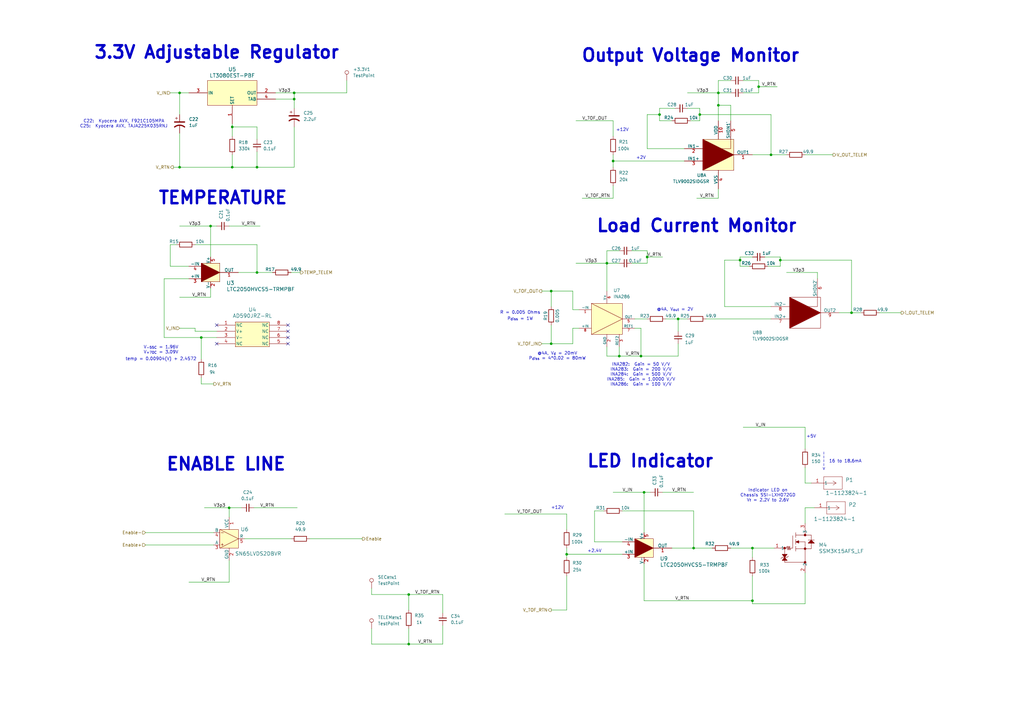
<source format=kicad_sch>
(kicad_sch
	(version 20250114)
	(generator "eeschema")
	(generator_version "9.0")
	(uuid "37444463-2e08-4bf1-a1a3-52c08f828a80")
	(paper "A3")
	(lib_symbols
		(symbol "Analog_Dev:AD590JRZ-RL"
			(pin_names
				(offset 0.254)
			)
			(exclude_from_sim no)
			(in_bom yes)
			(on_board yes)
			(property "Reference" "U"
				(at 14.986 5.588 0)
				(effects
					(font
						(size 1.524 1.524)
					)
				)
			)
			(property "Value" "AD590JRZ-RL"
				(at 14.986 3.048 0)
				(effects
					(font
						(size 1.524 1.524)
					)
				)
			)
			(property "Footprint" "R_8_ADI"
				(at 0 0 0)
				(effects
					(font
						(size 1.27 1.27)
						(italic yes)
					)
					(hide yes)
				)
			)
			(property "Datasheet" "AD590JRZ-RL"
				(at 0 0 0)
				(effects
					(font
						(size 1.27 1.27)
						(italic yes)
					)
					(hide yes)
				)
			)
			(property "Description" ""
				(at 0 0 0)
				(effects
					(font
						(size 1.27 1.27)
					)
					(hide yes)
				)
			)
			(property "ki_locked" ""
				(at 0 0 0)
				(effects
					(font
						(size 1.27 1.27)
					)
				)
			)
			(property "ki_keywords" "AD590JRZ-RL"
				(at 0 0 0)
				(effects
					(font
						(size 1.27 1.27)
					)
					(hide yes)
				)
			)
			(property "ki_fp_filters" "R_8_ADI R_8_ADI-M R_8_ADI-L"
				(at 0 0 0)
				(effects
					(font
						(size 1.27 1.27)
					)
					(hide yes)
				)
			)
			(symbol "AD590JRZ-RL_0_1"
				(pin unspecified line
					(at 0 0 0)
					(length 7.62)
					(name "NC"
						(effects
							(font
								(size 1.27 1.27)
							)
						)
					)
					(number "1"
						(effects
							(font
								(size 1.27 1.27)
							)
						)
					)
				)
				(pin unspecified line
					(at 0 -2.54 0)
					(length 7.62)
					(name "V+"
						(effects
							(font
								(size 1.27 1.27)
							)
						)
					)
					(number "2"
						(effects
							(font
								(size 1.27 1.27)
							)
						)
					)
				)
				(pin unspecified line
					(at 0 -5.08 0)
					(length 7.62)
					(name "V-"
						(effects
							(font
								(size 1.27 1.27)
							)
						)
					)
					(number "3"
						(effects
							(font
								(size 1.27 1.27)
							)
						)
					)
				)
				(pin unspecified line
					(at 0 -7.62 0)
					(length 7.62)
					(name "NC"
						(effects
							(font
								(size 1.27 1.27)
							)
						)
					)
					(number "4"
						(effects
							(font
								(size 1.27 1.27)
							)
						)
					)
				)
				(pin unspecified line
					(at 29.21 0 180)
					(length 7.62)
					(name "NC"
						(effects
							(font
								(size 1.27 1.27)
							)
						)
					)
					(number "8"
						(effects
							(font
								(size 1.27 1.27)
							)
						)
					)
				)
				(pin unspecified line
					(at 29.21 -2.54 180)
					(length 7.62)
					(name "NC"
						(effects
							(font
								(size 1.27 1.27)
							)
						)
					)
					(number "7"
						(effects
							(font
								(size 1.27 1.27)
							)
						)
					)
				)
				(pin unspecified line
					(at 29.21 -5.08 180)
					(length 7.62)
					(name "NC"
						(effects
							(font
								(size 1.27 1.27)
							)
						)
					)
					(number "6"
						(effects
							(font
								(size 1.27 1.27)
							)
						)
					)
				)
				(pin unspecified line
					(at 29.21 -7.62 180)
					(length 7.62)
					(name "NC"
						(effects
							(font
								(size 1.27 1.27)
							)
						)
					)
					(number "5"
						(effects
							(font
								(size 1.27 1.27)
							)
						)
					)
				)
			)
			(symbol "AD590JRZ-RL_1_1"
				(rectangle
					(start 7.62 1.27)
					(end 21.59 -8.89)
					(stroke
						(width 0)
						(type default)
					)
					(fill
						(type background)
					)
				)
			)
			(embedded_fonts no)
		)
		(symbol "Analog_Dev:LT3080EST-PBF"
			(pin_names
				(offset 0.254)
			)
			(exclude_from_sim no)
			(in_bom yes)
			(on_board yes)
			(property "Reference" "U"
				(at 10.16 16.51 0)
				(effects
					(font
						(size 1.524 1.524)
					)
				)
			)
			(property "Value" "LT3080EST-PBF"
				(at 10.16 13.97 0)
				(effects
					(font
						(size 1.524 1.524)
					)
				)
			)
			(property "Footprint" "SOT-3_ST_LIT"
				(at -14.224 13.208 0)
				(effects
					(font
						(size 1.27 1.27)
						(italic yes)
					)
					(hide yes)
				)
			)
			(property "Datasheet" "LT3080EST-PBF"
				(at -10.922 19.558 0)
				(effects
					(font
						(size 1.27 1.27)
						(italic yes)
					)
					(hide yes)
				)
			)
			(property "Description" ""
				(at -17.78 6.35 0)
				(effects
					(font
						(size 1.27 1.27)
					)
					(hide yes)
				)
			)
			(property "ki_locked" ""
				(at 0 0 0)
				(effects
					(font
						(size 1.27 1.27)
					)
				)
			)
			(property "ki_keywords" "LT3080EST#PBF"
				(at 0 0 0)
				(effects
					(font
						(size 1.27 1.27)
					)
					(hide yes)
				)
			)
			(property "ki_fp_filters" "SOT-3_ST_LIT SOT-3_ST_LIT-M SOT-3_ST_LIT-L"
				(at 0 0 0)
				(effects
					(font
						(size 1.27 1.27)
					)
					(hide yes)
				)
			)
			(symbol "LT3080EST-PBF_0_1"
				(pin power_in line
					(at -7.62 5.08 0)
					(length 7.62)
					(name "IN"
						(effects
							(font
								(size 1.27 1.27)
							)
						)
					)
					(number "3"
						(effects
							(font
								(size 1.27 1.27)
							)
						)
					)
				)
				(pin input line
					(at 10.16 -7.62 90)
					(length 7.62)
					(name "SET"
						(effects
							(font
								(size 1.27 1.27)
							)
						)
					)
					(number "1"
						(effects
							(font
								(size 1.27 1.27)
							)
						)
					)
				)
				(pin output line
					(at 27.94 5.08 180)
					(length 7.62)
					(name "OUT"
						(effects
							(font
								(size 1.27 1.27)
							)
						)
					)
					(number "2"
						(effects
							(font
								(size 1.27 1.27)
							)
						)
					)
				)
			)
			(symbol "LT3080EST-PBF_1_1"
				(rectangle
					(start 0 10.16)
					(end 20.32 0)
					(stroke
						(width 0)
						(type default)
					)
					(fill
						(type background)
					)
				)
				(pin output line
					(at 27.94 2.54 180)
					(length 7.62)
					(name "TAB"
						(effects
							(font
								(size 1.27 1.27)
							)
						)
					)
					(number "4"
						(effects
							(font
								(size 1.27 1.27)
							)
						)
					)
				)
			)
			(embedded_fonts no)
		)
		(symbol "Analog_Dev:LTC2050HVCS5-TRMPBF"
			(pin_names
				(offset 0)
			)
			(exclude_from_sim no)
			(in_bom yes)
			(on_board yes)
			(property "Reference" "U"
				(at 7.366 -2.54 0)
				(effects
					(font
						(size 1.524 1.524)
					)
				)
			)
			(property "Value" "LTC2050HVCS5-TRMPBF"
				(at 20.32 -5.334 0)
				(effects
					(font
						(size 1.524 1.524)
					)
				)
			)
			(property "Footprint" "S_5_ADI"
				(at 19.558 -11.176 0)
				(effects
					(font
						(size 1.27 1.27)
						(italic yes)
					)
					(hide yes)
				)
			)
			(property "Datasheet" "LTC2050HVCS5-TRMPBF"
				(at 20.066 -8.382 0)
				(effects
					(font
						(size 1.27 1.27)
						(italic yes)
					)
					(hide yes)
				)
			)
			(property "Description" ""
				(at 0 0 0)
				(effects
					(font
						(size 1.27 1.27)
					)
					(hide yes)
				)
			)
			(property "ki_keywords" "LTC2050HVCS5#TRMPBF"
				(at 0 0 0)
				(effects
					(font
						(size 1.27 1.27)
					)
					(hide yes)
				)
			)
			(property "ki_fp_filters" "S_5_ADI"
				(at 0 0 0)
				(effects
					(font
						(size 1.27 1.27)
					)
					(hide yes)
				)
			)
			(symbol "LTC2050HVCS5-TRMPBF_1_1"
				(rectangle
					(start 0 7.62)
					(end 7.62 0)
					(stroke
						(width 0)
						(type default)
					)
					(fill
						(type background)
					)
				)
				(polyline
					(pts
						(xy 0 0) (xy 0 7.62) (xy 7.62 3.81) (xy 0 0)
					)
					(stroke
						(width 0)
						(type default)
					)
					(fill
						(type outline)
					)
				)
				(pin input line
					(at -5.08 6.35 0)
					(length 5.08)
					(name "-IN"
						(effects
							(font
								(size 1.27 1.27)
							)
						)
					)
					(number "4"
						(effects
							(font
								(size 1.27 1.27)
							)
						)
					)
				)
				(pin input line
					(at -5.08 1.27 0)
					(length 5.08)
					(name "+IN"
						(effects
							(font
								(size 1.27 1.27)
							)
						)
					)
					(number "3"
						(effects
							(font
								(size 1.27 1.27)
							)
						)
					)
				)
				(pin power_in line
					(at 3.81 10.16 270)
					(length 2.54)
					(name "V+"
						(effects
							(font
								(size 1.27 1.27)
							)
						)
					)
					(number "5"
						(effects
							(font
								(size 1.27 1.27)
							)
						)
					)
				)
				(pin power_in line
					(at 3.81 -2.54 90)
					(length 2.54)
					(name "V-"
						(effects
							(font
								(size 1.27 1.27)
							)
						)
					)
					(number "2"
						(effects
							(font
								(size 1.27 1.27)
							)
						)
					)
				)
				(pin output line
					(at 15.24 3.81 180)
					(length 7.62)
					(name "OUT"
						(effects
							(font
								(size 1.27 1.27)
							)
						)
					)
					(number "1"
						(effects
							(font
								(size 1.27 1.27)
							)
						)
					)
				)
			)
			(embedded_fonts no)
		)
		(symbol "Connector:TestPoint"
			(pin_numbers
				(hide yes)
			)
			(pin_names
				(offset 0.762)
				(hide yes)
			)
			(exclude_from_sim no)
			(in_bom yes)
			(on_board yes)
			(property "Reference" "TP"
				(at 0 6.858 0)
				(effects
					(font
						(size 1.27 1.27)
					)
				)
			)
			(property "Value" "TestPoint"
				(at 0 5.08 0)
				(effects
					(font
						(size 1.27 1.27)
					)
				)
			)
			(property "Footprint" ""
				(at 5.08 0 0)
				(effects
					(font
						(size 1.27 1.27)
					)
					(hide yes)
				)
			)
			(property "Datasheet" "~"
				(at 5.08 0 0)
				(effects
					(font
						(size 1.27 1.27)
					)
					(hide yes)
				)
			)
			(property "Description" "test point"
				(at 0 0 0)
				(effects
					(font
						(size 1.27 1.27)
					)
					(hide yes)
				)
			)
			(property "ki_keywords" "test point tp"
				(at 0 0 0)
				(effects
					(font
						(size 1.27 1.27)
					)
					(hide yes)
				)
			)
			(property "ki_fp_filters" "Pin* Test*"
				(at 0 0 0)
				(effects
					(font
						(size 1.27 1.27)
					)
					(hide yes)
				)
			)
			(symbol "TestPoint_0_1"
				(circle
					(center 0 3.302)
					(radius 0.762)
					(stroke
						(width 0)
						(type default)
					)
					(fill
						(type none)
					)
				)
			)
			(symbol "TestPoint_1_1"
				(pin passive line
					(at 0 0 90)
					(length 2.54)
					(name "1"
						(effects
							(font
								(size 1.27 1.27)
							)
						)
					)
					(number "1"
						(effects
							(font
								(size 1.27 1.27)
							)
						)
					)
				)
			)
			(embedded_fonts no)
		)
		(symbol "Device:C_Polarized_US"
			(pin_numbers
				(hide yes)
			)
			(pin_names
				(offset 0.254)
				(hide yes)
			)
			(exclude_from_sim no)
			(in_bom yes)
			(on_board yes)
			(property "Reference" "C"
				(at 0.635 2.54 0)
				(effects
					(font
						(size 1.27 1.27)
					)
					(justify left)
				)
			)
			(property "Value" "C_Polarized_US"
				(at 0.635 -2.54 0)
				(effects
					(font
						(size 1.27 1.27)
					)
					(justify left)
				)
			)
			(property "Footprint" ""
				(at 0 0 0)
				(effects
					(font
						(size 1.27 1.27)
					)
					(hide yes)
				)
			)
			(property "Datasheet" "~"
				(at 0 0 0)
				(effects
					(font
						(size 1.27 1.27)
					)
					(hide yes)
				)
			)
			(property "Description" "Polarized capacitor, US symbol"
				(at 0 0 0)
				(effects
					(font
						(size 1.27 1.27)
					)
					(hide yes)
				)
			)
			(property "ki_keywords" "cap capacitor"
				(at 0 0 0)
				(effects
					(font
						(size 1.27 1.27)
					)
					(hide yes)
				)
			)
			(property "ki_fp_filters" "CP_*"
				(at 0 0 0)
				(effects
					(font
						(size 1.27 1.27)
					)
					(hide yes)
				)
			)
			(symbol "C_Polarized_US_0_1"
				(polyline
					(pts
						(xy -2.032 0.762) (xy 2.032 0.762)
					)
					(stroke
						(width 0.508)
						(type default)
					)
					(fill
						(type none)
					)
				)
				(polyline
					(pts
						(xy -1.778 2.286) (xy -0.762 2.286)
					)
					(stroke
						(width 0)
						(type default)
					)
					(fill
						(type none)
					)
				)
				(polyline
					(pts
						(xy -1.27 1.778) (xy -1.27 2.794)
					)
					(stroke
						(width 0)
						(type default)
					)
					(fill
						(type none)
					)
				)
				(arc
					(start -2.032 -1.27)
					(mid 0 -0.5572)
					(end 2.032 -1.27)
					(stroke
						(width 0.508)
						(type default)
					)
					(fill
						(type none)
					)
				)
			)
			(symbol "C_Polarized_US_1_1"
				(pin passive line
					(at 0 3.81 270)
					(length 2.794)
					(name "~"
						(effects
							(font
								(size 1.27 1.27)
							)
						)
					)
					(number "1"
						(effects
							(font
								(size 1.27 1.27)
							)
						)
					)
				)
				(pin passive line
					(at 0 -3.81 90)
					(length 3.302)
					(name "~"
						(effects
							(font
								(size 1.27 1.27)
							)
						)
					)
					(number "2"
						(effects
							(font
								(size 1.27 1.27)
							)
						)
					)
				)
			)
			(embedded_fonts no)
		)
		(symbol "Device:C_Small"
			(pin_numbers
				(hide yes)
			)
			(pin_names
				(offset 0.254)
				(hide yes)
			)
			(exclude_from_sim no)
			(in_bom yes)
			(on_board yes)
			(property "Reference" "C"
				(at 0.254 1.778 0)
				(effects
					(font
						(size 1.27 1.27)
					)
					(justify left)
				)
			)
			(property "Value" "C_Small"
				(at 0.254 -2.032 0)
				(effects
					(font
						(size 1.27 1.27)
					)
					(justify left)
				)
			)
			(property "Footprint" ""
				(at 0 0 0)
				(effects
					(font
						(size 1.27 1.27)
					)
					(hide yes)
				)
			)
			(property "Datasheet" "~"
				(at 0 0 0)
				(effects
					(font
						(size 1.27 1.27)
					)
					(hide yes)
				)
			)
			(property "Description" "Unpolarized capacitor, small symbol"
				(at 0 0 0)
				(effects
					(font
						(size 1.27 1.27)
					)
					(hide yes)
				)
			)
			(property "ki_keywords" "capacitor cap"
				(at 0 0 0)
				(effects
					(font
						(size 1.27 1.27)
					)
					(hide yes)
				)
			)
			(property "ki_fp_filters" "C_*"
				(at 0 0 0)
				(effects
					(font
						(size 1.27 1.27)
					)
					(hide yes)
				)
			)
			(symbol "C_Small_0_1"
				(polyline
					(pts
						(xy -1.524 0.508) (xy 1.524 0.508)
					)
					(stroke
						(width 0.3048)
						(type default)
					)
					(fill
						(type none)
					)
				)
				(polyline
					(pts
						(xy -1.524 -0.508) (xy 1.524 -0.508)
					)
					(stroke
						(width 0.3302)
						(type default)
					)
					(fill
						(type none)
					)
				)
			)
			(symbol "C_Small_1_1"
				(pin passive line
					(at 0 2.54 270)
					(length 2.032)
					(name "~"
						(effects
							(font
								(size 1.27 1.27)
							)
						)
					)
					(number "1"
						(effects
							(font
								(size 1.27 1.27)
							)
						)
					)
				)
				(pin passive line
					(at 0 -2.54 90)
					(length 2.032)
					(name "~"
						(effects
							(font
								(size 1.27 1.27)
							)
						)
					)
					(number "2"
						(effects
							(font
								(size 1.27 1.27)
							)
						)
					)
				)
			)
			(embedded_fonts no)
		)
		(symbol "Device:R"
			(pin_numbers
				(hide yes)
			)
			(pin_names
				(offset 0)
			)
			(exclude_from_sim no)
			(in_bom yes)
			(on_board yes)
			(property "Reference" "R"
				(at 2.032 0 90)
				(effects
					(font
						(size 1.27 1.27)
					)
				)
			)
			(property "Value" "R"
				(at 0 0 90)
				(effects
					(font
						(size 1.27 1.27)
					)
				)
			)
			(property "Footprint" ""
				(at -1.778 0 90)
				(effects
					(font
						(size 1.27 1.27)
					)
					(hide yes)
				)
			)
			(property "Datasheet" "~"
				(at 0 0 0)
				(effects
					(font
						(size 1.27 1.27)
					)
					(hide yes)
				)
			)
			(property "Description" "Resistor"
				(at 0 0 0)
				(effects
					(font
						(size 1.27 1.27)
					)
					(hide yes)
				)
			)
			(property "ki_keywords" "R res resistor"
				(at 0 0 0)
				(effects
					(font
						(size 1.27 1.27)
					)
					(hide yes)
				)
			)
			(property "ki_fp_filters" "R_*"
				(at 0 0 0)
				(effects
					(font
						(size 1.27 1.27)
					)
					(hide yes)
				)
			)
			(symbol "R_0_1"
				(rectangle
					(start -1.016 -2.54)
					(end 1.016 2.54)
					(stroke
						(width 0.254)
						(type default)
					)
					(fill
						(type none)
					)
				)
			)
			(symbol "R_1_1"
				(pin passive line
					(at 0 3.81 270)
					(length 1.27)
					(name "~"
						(effects
							(font
								(size 1.27 1.27)
							)
						)
					)
					(number "1"
						(effects
							(font
								(size 1.27 1.27)
							)
						)
					)
				)
				(pin passive line
					(at 0 -3.81 90)
					(length 1.27)
					(name "~"
						(effects
							(font
								(size 1.27 1.27)
							)
						)
					)
					(number "2"
						(effects
							(font
								(size 1.27 1.27)
							)
						)
					)
				)
			)
			(embedded_fonts no)
		)
		(symbol "TE_Connectivity:1-1123824-1"
			(pin_names
				(offset 0.254)
			)
			(exclude_from_sim no)
			(in_bom yes)
			(on_board yes)
			(property "Reference" "P"
				(at 8.89 6.35 0)
				(effects
					(font
						(size 1.524 1.524)
					)
				)
			)
			(property "Value" "1-1123824-1"
				(at 0 0 0)
				(effects
					(font
						(size 1.524 1.524)
					)
				)
			)
			(property "Footprint" "conn1_1-1123824-1_TEC"
				(at 0 0 0)
				(effects
					(font
						(size 1.27 1.27)
						(italic yes)
					)
					(hide yes)
				)
			)
			(property "Datasheet" "1-1123824-1"
				(at 0 0 0)
				(effects
					(font
						(size 1.27 1.27)
						(italic yes)
					)
					(hide yes)
				)
			)
			(property "Description" ""
				(at 0 0 0)
				(effects
					(font
						(size 1.27 1.27)
					)
					(hide yes)
				)
			)
			(property "ki_locked" ""
				(at 0 0 0)
				(effects
					(font
						(size 1.27 1.27)
					)
				)
			)
			(property "ki_keywords" "1-1123824-1"
				(at 0 0 0)
				(effects
					(font
						(size 1.27 1.27)
					)
					(hide yes)
				)
			)
			(property "ki_fp_filters" "conn1_1-1123824-1_TEC"
				(at 0 0 0)
				(effects
					(font
						(size 1.27 1.27)
					)
					(hide yes)
				)
			)
			(symbol "1-1123824-1_0_1"
				(polyline
					(pts
						(xy 5.08 2.54) (xy 5.08 -2.54)
					)
					(stroke
						(width 0.127)
						(type default)
					)
					(fill
						(type none)
					)
				)
				(polyline
					(pts
						(xy 5.08 -2.54) (xy 12.7 -2.54)
					)
					(stroke
						(width 0.127)
						(type default)
					)
					(fill
						(type none)
					)
				)
				(polyline
					(pts
						(xy 10.16 0) (xy 5.08 0)
					)
					(stroke
						(width 0.127)
						(type default)
					)
					(fill
						(type none)
					)
				)
				(polyline
					(pts
						(xy 10.16 0) (xy 8.89 0.8467)
					)
					(stroke
						(width 0.127)
						(type default)
					)
					(fill
						(type none)
					)
				)
				(polyline
					(pts
						(xy 10.16 0) (xy 8.89 -0.8467)
					)
					(stroke
						(width 0.127)
						(type default)
					)
					(fill
						(type none)
					)
				)
				(polyline
					(pts
						(xy 12.7 2.54) (xy 5.08 2.54)
					)
					(stroke
						(width 0.127)
						(type default)
					)
					(fill
						(type none)
					)
				)
				(polyline
					(pts
						(xy 12.7 -2.54) (xy 12.7 2.54)
					)
					(stroke
						(width 0.127)
						(type default)
					)
					(fill
						(type none)
					)
				)
				(pin unspecified line
					(at 0 0 0)
					(length 5.08)
					(name "1"
						(effects
							(font
								(size 1.27 1.27)
							)
						)
					)
					(number "1"
						(effects
							(font
								(size 1.27 1.27)
							)
						)
					)
				)
			)
			(embedded_fonts no)
		)
		(symbol "Texas Instruments:INA28x"
			(pin_names
				(offset 0)
			)
			(exclude_from_sim no)
			(in_bom yes)
			(on_board yes)
			(property "Reference" "U"
				(at -2.032 -3.556 0)
				(effects
					(font
						(size 1.27 1.27)
					)
					(justify left bottom)
				)
			)
			(property "Value" "INA28x"
				(at -6.096 14.478 0)
				(effects
					(font
						(size 1.27 1.27)
					)
					(justify left bottom)
				)
			)
			(property "Footprint" "INA285AQDRQ1:SOIC127P599X175-8N"
				(at 8.382 5.588 0)
				(effects
					(font
						(size 1.27 1.27)
					)
					(justify bottom)
					(hide yes)
				)
			)
			(property "Datasheet" ""
				(at 0 0 0)
				(effects
					(font
						(size 1.27 1.27)
					)
					(hide yes)
				)
			)
			(property "Description" ""
				(at 0 0 0)
				(effects
					(font
						(size 1.27 1.27)
					)
					(hide yes)
				)
			)
			(symbol "INA28x_0_0"
				(pin input line
					(at -5.08 10.16 0)
					(length 5.08)
					(name "-IN"
						(effects
							(font
								(size 1.016 1.016)
							)
						)
					)
					(number "1"
						(effects
							(font
								(size 1.016 1.016)
							)
						)
					)
				)
				(pin input line
					(at -5.08 2.54 0)
					(length 5.08)
					(name "+IN"
						(effects
							(font
								(size 1.016 1.016)
							)
						)
					)
					(number "8"
						(effects
							(font
								(size 1.016 1.016)
							)
						)
					)
				)
				(pin power_in line
					(at 6.35 17.78 270)
					(length 5.08)
					(name "V+"
						(effects
							(font
								(size 1.016 1.016)
							)
						)
					)
					(number "6"
						(effects
							(font
								(size 1.016 1.016)
							)
						)
					)
				)
				(pin power_in line
					(at 6.35 -5.08 90)
					(length 5.08)
					(name "GND"
						(effects
							(font
								(size 1.016 1.016)
							)
						)
					)
					(number "2"
						(effects
							(font
								(size 1.016 1.016)
							)
						)
					)
				)
				(pin input line
					(at 11.43 -5.08 90)
					(length 5.08)
					(name "REF2"
						(effects
							(font
								(size 1.016 1.016)
							)
						)
					)
					(number "3"
						(effects
							(font
								(size 1.016 1.016)
							)
						)
					)
				)
				(pin output line
					(at 17.78 6.35 180)
					(length 5.08)
					(name "OUT"
						(effects
							(font
								(size 1.016 1.016)
							)
						)
					)
					(number "5"
						(effects
							(font
								(size 1.016 1.016)
							)
						)
					)
				)
				(pin input line
					(at 17.78 2.54 180)
					(length 5.08)
					(name "REF1"
						(effects
							(font
								(size 1.016 1.016)
							)
						)
					)
					(number "7"
						(effects
							(font
								(size 1.016 1.016)
							)
						)
					)
				)
			)
			(symbol "INA28x_1_1"
				(rectangle
					(start 0 12.7)
					(end 12.7 0)
					(stroke
						(width 0)
						(type default)
					)
					(fill
						(type background)
					)
				)
				(polyline
					(pts
						(xy 0 12.7) (xy 12.7 6.35) (xy 0 0)
					)
					(stroke
						(width 0)
						(type default)
					)
					(fill
						(type none)
					)
				)
			)
			(embedded_fonts no)
		)
		(symbol "Texas Instruments:SN65LVDS2DBVR"
			(pin_names
				(offset 0)
			)
			(exclude_from_sim no)
			(in_bom yes)
			(on_board yes)
			(property "Reference" "U"
				(at 7.366 -2.54 0)
				(effects
					(font
						(size 1.524 1.524)
					)
				)
			)
			(property "Value" "SN65LVDS2DBVR"
				(at 16.002 -6.604 0)
				(effects
					(font
						(size 1.524 1.524)
					)
					(hide yes)
				)
			)
			(property "Footprint" "DBV5"
				(at 25.654 15.24 0)
				(effects
					(font
						(size 1.27 1.27)
						(italic yes)
					)
					(hide yes)
				)
			)
			(property "Datasheet" "SN65LVDS2DBVR"
				(at 24.638 12.446 0)
				(effects
					(font
						(size 1.27 1.27)
						(italic yes)
					)
					(hide yes)
				)
			)
			(property "Description" ""
				(at 12.7 -13.97 0)
				(effects
					(font
						(size 1.27 1.27)
					)
					(hide yes)
				)
			)
			(property "ki_keywords" "SN65LVDS2DBVR"
				(at 0 0 0)
				(effects
					(font
						(size 1.27 1.27)
					)
					(hide yes)
				)
			)
			(property "ki_fp_filters" "DBV5 DBV5-M DBV5-L"
				(at 0 0 0)
				(effects
					(font
						(size 1.27 1.27)
					)
					(hide yes)
				)
			)
			(symbol "SN65LVDS2DBVR_1_1"
				(rectangle
					(start 0 7.62)
					(end 7.62 0)
					(stroke
						(width 0)
						(type default)
					)
					(fill
						(type background)
					)
				)
				(polyline
					(pts
						(xy 0 0) (xy 0 7.62) (xy 7.62 3.81) (xy 0 0)
					)
					(stroke
						(width 0)
						(type default)
					)
					(fill
						(type none)
					)
				)
				(text "-"
					(at 1.016 6.35 0)
					(effects
						(font
							(size 1.27 1.27)
						)
					)
				)
				(text "+"
					(at 1.016 1.524 0)
					(effects
						(font
							(size 1.27 1.27)
						)
					)
				)
				(pin input line
					(at -2.54 6.35 0)
					(length 2.54)
					(name "B"
						(effects
							(font
								(size 1.27 1.27)
							)
						)
					)
					(number "4"
						(effects
							(font
								(size 1.27 1.27)
							)
						)
					)
				)
				(pin input line
					(at -2.54 1.27 0)
					(length 2.54)
					(name "A"
						(effects
							(font
								(size 1.27 1.27)
							)
						)
					)
					(number "3"
						(effects
							(font
								(size 1.27 1.27)
							)
						)
					)
				)
				(pin power_in line
					(at 3.81 12.7 270)
					(length 5.08)
					(name "VCC"
						(effects
							(font
								(size 1.27 1.27)
							)
						)
					)
					(number "1"
						(effects
							(font
								(size 1.27 1.27)
							)
						)
					)
				)
				(pin power_in line
					(at 3.81 -5.08 90)
					(length 5.08)
					(name "GND"
						(effects
							(font
								(size 1.27 1.27)
							)
						)
					)
					(number "2"
						(effects
							(font
								(size 1.27 1.27)
							)
						)
					)
				)
				(pin output line
					(at 10.16 3.81 180)
					(length 2.54)
					(name "R"
						(effects
							(font
								(size 1.27 1.27)
							)
						)
					)
					(number "5"
						(effects
							(font
								(size 1.27 1.27)
							)
						)
					)
				)
			)
			(embedded_fonts no)
		)
		(symbol "Texas Instruments:TLV9002SIDGSR"
			(pin_names
				(offset 0)
			)
			(exclude_from_sim no)
			(in_bom yes)
			(on_board yes)
			(property "Reference" "U"
				(at 2.54 -1.27 0)
				(effects
					(font
						(size 1.27 1.27)
					)
				)
			)
			(property "Value" ""
				(at 0 0 0)
				(effects
					(font
						(size 1.27 1.27)
					)
				)
			)
			(property "Footprint" ""
				(at 0 0 0)
				(effects
					(font
						(size 1.27 1.27)
					)
					(hide yes)
				)
			)
			(property "Datasheet" ""
				(at 0 0 0)
				(effects
					(font
						(size 1.27 1.27)
					)
					(hide yes)
				)
			)
			(property "Description" ""
				(at 0 0 0)
				(effects
					(font
						(size 1.27 1.27)
					)
					(hide yes)
				)
			)
			(property "ki_locked" ""
				(at 0 0 0)
				(effects
					(font
						(size 1.27 1.27)
					)
				)
			)
			(symbol "TLV9002SIDGSR_1_1"
				(rectangle
					(start 0 12.7)
					(end 12.7 0)
					(stroke
						(width 0)
						(type default)
					)
					(fill
						(type background)
					)
				)
				(polyline
					(pts
						(xy 0 12.7) (xy 0 0) (xy 12.7 6.35) (xy 0 12.7)
					)
					(stroke
						(width 0)
						(type default)
					)
					(fill
						(type outline)
					)
				)
				(polyline
					(pts
						(xy 6.35 8.89) (xy 11.43 8.89) (xy 11.43 12.7)
					)
					(stroke
						(width 0)
						(type default)
					)
					(fill
						(type none)
					)
				)
				(pin input line
					(at -7.62 8.89 0)
					(length 7.62)
					(name "IN1-"
						(effects
							(font
								(size 1.27 1.27)
							)
						)
					)
					(number "2"
						(effects
							(font
								(size 1.27 1.27)
							)
						)
					)
				)
				(pin input line
					(at -7.62 3.81 0)
					(length 7.62)
					(name "IN1+"
						(effects
							(font
								(size 1.27 1.27)
							)
						)
					)
					(number "3"
						(effects
							(font
								(size 1.27 1.27)
							)
						)
					)
				)
				(pin power_in line
					(at 6.35 20.32 270)
					(length 7.62)
					(name "VDD"
						(effects
							(font
								(size 1.27 1.27)
							)
						)
					)
					(number "10"
						(effects
							(font
								(size 1.27 1.27)
							)
						)
					)
				)
				(pin power_in line
					(at 6.35 -7.62 90)
					(length 7.62)
					(name "VSS"
						(effects
							(font
								(size 1.27 1.27)
							)
						)
					)
					(number "4"
						(effects
							(font
								(size 1.27 1.27)
							)
						)
					)
				)
				(pin power_in line
					(at 11.43 20.32 270)
					(length 7.62)
					(name "SHDN1`"
						(effects
							(font
								(size 1.27 1.27)
							)
						)
					)
					(number "5"
						(effects
							(font
								(size 1.27 1.27)
							)
						)
					)
				)
				(pin output line
					(at 20.32 6.35 180)
					(length 7.62)
					(name "OUT1"
						(effects
							(font
								(size 1.27 1.27)
							)
						)
					)
					(number "1"
						(effects
							(font
								(size 1.27 1.27)
							)
						)
					)
				)
			)
			(symbol "TLV9002SIDGSR_2_1"
				(rectangle
					(start 0 12.7)
					(end 12.7 0)
					(stroke
						(width 0)
						(type default)
					)
					(fill
						(type none)
					)
				)
				(polyline
					(pts
						(xy 0 12.7) (xy 0 0) (xy 12.7 6.35) (xy 0 12.7)
					)
					(stroke
						(width 0)
						(type default)
					)
					(fill
						(type outline)
					)
				)
				(polyline
					(pts
						(xy 5.08 8.89) (xy 11.43 8.89) (xy 11.43 12.7)
					)
					(stroke
						(width 0)
						(type default)
					)
					(fill
						(type none)
					)
				)
				(pin input line
					(at -7.62 8.89 0)
					(length 7.62)
					(name "IN2-"
						(effects
							(font
								(size 1.27 1.27)
							)
						)
					)
					(number "8"
						(effects
							(font
								(size 1.27 1.27)
							)
						)
					)
				)
				(pin input line
					(at -7.62 3.81 0)
					(length 7.62)
					(name "IN2+"
						(effects
							(font
								(size 1.27 1.27)
							)
						)
					)
					(number "7"
						(effects
							(font
								(size 1.27 1.27)
							)
						)
					)
				)
				(pin power_in line
					(at 11.43 20.32 270)
					(length 7.62)
					(name "SHDN2`"
						(effects
							(font
								(size 1.27 1.27)
							)
						)
					)
					(number "6"
						(effects
							(font
								(size 1.27 1.27)
							)
						)
					)
				)
				(pin output line
					(at 20.32 6.35 180)
					(length 7.62)
					(name "OUT2"
						(effects
							(font
								(size 1.27 1.27)
							)
						)
					)
					(number "9"
						(effects
							(font
								(size 1.27 1.27)
							)
						)
					)
				)
			)
			(embedded_fonts no)
		)
		(symbol "Toshiba_Semiconductor:SSM3K15AFS_LF"
			(pin_names
				(offset 0.254)
			)
			(exclude_from_sim no)
			(in_bom yes)
			(on_board yes)
			(property "Reference" "MOSFET"
				(at 0 0 0)
				(effects
					(font
						(size 1.524 1.524)
					)
				)
			)
			(property "Value" "SSM3K15AFS_LF"
				(at 0 0 0)
				(effects
					(font
						(size 1.524 1.524)
					)
				)
			)
			(property "Footprint" "SSM_TOS"
				(at 0 0 0)
				(effects
					(font
						(size 1.27 1.27)
						(italic yes)
					)
					(hide yes)
				)
			)
			(property "Datasheet" "SSM3K15AFS_LF"
				(at 0 0 0)
				(effects
					(font
						(size 1.27 1.27)
						(italic yes)
					)
					(hide yes)
				)
			)
			(property "Description" ""
				(at 0 0 0)
				(effects
					(font
						(size 1.27 1.27)
					)
					(hide yes)
				)
			)
			(property "ki_locked" ""
				(at 0 0 0)
				(effects
					(font
						(size 1.27 1.27)
					)
				)
			)
			(property "ki_keywords" "SSM3K15AFS,LF"
				(at 0 0 0)
				(effects
					(font
						(size 1.27 1.27)
					)
					(hide yes)
				)
			)
			(property "ki_fp_filters" "SSM_TOS SSM_TOS-M SSM_TOS-L"
				(at 0 0 0)
				(effects
					(font
						(size 1.27 1.27)
					)
					(hide yes)
				)
			)
			(symbol "SSM3K15AFS_LF_0_1"
				(polyline
					(pts
						(xy 0 -7.62) (xy 2.54 -7.62)
					)
					(stroke
						(width 0.1524)
						(type default)
					)
					(fill
						(type none)
					)
				)
				(polyline
					(pts
						(xy 0.762 -10.16) (xy 1.778 -11.43)
					)
					(stroke
						(width 0.1524)
						(type default)
					)
					(fill
						(type none)
					)
				)
				(polyline
					(pts
						(xy 0.762 -10.16) (xy 1.778 -11.43) (xy 0.762 -12.7) (xy 2.794 -12.7) (xy 1.778 -11.43) (xy 2.794 -10.16)
					)
					(stroke
						(width 0)
						(type default)
					)
					(fill
						(type outline)
					)
				)
				(polyline
					(pts
						(xy 0.762 -11.43) (xy 0.254 -11.938)
					)
					(stroke
						(width 0.1524)
						(type default)
					)
					(fill
						(type none)
					)
				)
				(polyline
					(pts
						(xy 0.762 -11.43) (xy 2.794 -11.43)
					)
					(stroke
						(width 0.1524)
						(type default)
					)
					(fill
						(type none)
					)
				)
				(polyline
					(pts
						(xy 0.762 -12.7) (xy 2.794 -12.7)
					)
					(stroke
						(width 0.1524)
						(type default)
					)
					(fill
						(type none)
					)
				)
				(polyline
					(pts
						(xy 1.778 -7.62) (xy 1.778 -10.16)
					)
					(stroke
						(width 0.1524)
						(type default)
					)
					(fill
						(type none)
					)
				)
				(circle
					(center 1.778 -7.62)
					(radius 0.254)
					(stroke
						(width 0.508)
						(type default)
					)
					(fill
						(type none)
					)
				)
				(polyline
					(pts
						(xy 1.778 -11.43) (xy 0.762 -12.7)
					)
					(stroke
						(width 0.1524)
						(type default)
					)
					(fill
						(type none)
					)
				)
				(polyline
					(pts
						(xy 1.778 -11.43) (xy 2.794 -10.16)
					)
					(stroke
						(width 0.1524)
						(type default)
					)
					(fill
						(type none)
					)
				)
				(polyline
					(pts
						(xy 1.778 -12.7) (xy 1.778 -13.462)
					)
					(stroke
						(width 0.1524)
						(type default)
					)
					(fill
						(type none)
					)
				)
				(polyline
					(pts
						(xy 1.778 -13.462) (xy 10.16 -13.462)
					)
					(stroke
						(width 0.1524)
						(type default)
					)
					(fill
						(type none)
					)
				)
				(polyline
					(pts
						(xy 2.794 -6.858) (xy 2.54 -7.62)
					)
					(stroke
						(width 0.1524)
						(type default)
					)
					(fill
						(type none)
					)
				)
				(polyline
					(pts
						(xy 2.794 -10.16) (xy 0.762 -10.16)
					)
					(stroke
						(width 0.1524)
						(type default)
					)
					(fill
						(type none)
					)
				)
				(polyline
					(pts
						(xy 2.794 -11.43) (xy 3.302 -10.922)
					)
					(stroke
						(width 0.1524)
						(type default)
					)
					(fill
						(type none)
					)
				)
				(polyline
					(pts
						(xy 2.794 -12.7) (xy 1.778 -11.43)
					)
					(stroke
						(width 0.1524)
						(type default)
					)
					(fill
						(type none)
					)
				)
				(polyline
					(pts
						(xy 3.048 -8.382) (xy 2.794 -6.858)
					)
					(stroke
						(width 0.1524)
						(type default)
					)
					(fill
						(type none)
					)
				)
				(polyline
					(pts
						(xy 3.302 -6.858) (xy 3.048 -8.382)
					)
					(stroke
						(width 0.1524)
						(type default)
					)
					(fill
						(type none)
					)
				)
				(polyline
					(pts
						(xy 3.556 -8.382) (xy 3.302 -6.858)
					)
					(stroke
						(width 0.1524)
						(type default)
					)
					(fill
						(type none)
					)
				)
				(polyline
					(pts
						(xy 3.81 -6.858) (xy 3.556 -8.382)
					)
					(stroke
						(width 0.1524)
						(type default)
					)
					(fill
						(type none)
					)
				)
				(polyline
					(pts
						(xy 4.064 -8.382) (xy 3.81 -6.858)
					)
					(stroke
						(width 0.1524)
						(type default)
					)
					(fill
						(type none)
					)
				)
				(polyline
					(pts
						(xy 4.318 -7.62) (xy 4.064 -8.382)
					)
					(stroke
						(width 0.1524)
						(type default)
					)
					(fill
						(type none)
					)
				)
				(polyline
					(pts
						(xy 5.08 -7.62) (xy 4.318 -7.62)
					)
					(stroke
						(width 0.1524)
						(type default)
					)
					(fill
						(type none)
					)
				)
				(polyline
					(pts
						(xy 5.08 -7.62) (xy 5.08 -2.54)
					)
					(stroke
						(width 0.1524)
						(type default)
					)
					(fill
						(type none)
					)
				)
				(polyline
					(pts
						(xy 6.35 -3.302) (xy 6.35 -1.27)
					)
					(stroke
						(width 0.1524)
						(type default)
					)
					(fill
						(type none)
					)
				)
				(polyline
					(pts
						(xy 6.35 -5.08) (xy 7.62 -4.572)
					)
					(stroke
						(width 0.1524)
						(type default)
					)
					(fill
						(type none)
					)
				)
				(polyline
					(pts
						(xy 6.35 -6.096) (xy 6.35 -4.064)
					)
					(stroke
						(width 0.1524)
						(type default)
					)
					(fill
						(type none)
					)
				)
				(polyline
					(pts
						(xy 6.35 -7.874) (xy 12.7 -7.874)
					)
					(stroke
						(width 0.1524)
						(type default)
					)
					(fill
						(type none)
					)
				)
				(polyline
					(pts
						(xy 6.35 -8.89) (xy 6.35 -6.858)
					)
					(stroke
						(width 0.1524)
						(type default)
					)
					(fill
						(type none)
					)
				)
				(polyline
					(pts
						(xy 7.62 -4.572) (xy 7.62 -5.588)
					)
					(stroke
						(width 0.1524)
						(type default)
					)
					(fill
						(type none)
					)
				)
				(polyline
					(pts
						(xy 7.62 -4.572) (xy 6.35 -5.08) (xy 7.62 -5.588)
					)
					(stroke
						(width 0)
						(type default)
					)
					(fill
						(type outline)
					)
				)
				(polyline
					(pts
						(xy 7.62 -5.08) (xy 10.16 -5.08)
					)
					(stroke
						(width 0.1524)
						(type default)
					)
					(fill
						(type none)
					)
				)
				(polyline
					(pts
						(xy 7.62 -5.588) (xy 6.35 -5.08)
					)
					(stroke
						(width 0.1524)
						(type default)
					)
					(fill
						(type none)
					)
				)
				(polyline
					(pts
						(xy 10.16 0) (xy 10.16 -2.286)
					)
					(stroke
						(width 0.1524)
						(type default)
					)
					(fill
						(type none)
					)
				)
				(circle
					(center 10.16 -2.286)
					(radius 0.254)
					(stroke
						(width 0.508)
						(type default)
					)
					(fill
						(type none)
					)
				)
				(polyline
					(pts
						(xy 10.16 -5.08) (xy 10.16 -15.24)
					)
					(stroke
						(width 0.1524)
						(type default)
					)
					(fill
						(type none)
					)
				)
				(circle
					(center 10.16 -7.874)
					(radius 0.254)
					(stroke
						(width 0.508)
						(type default)
					)
					(fill
						(type none)
					)
				)
				(circle
					(center 10.16 -13.462)
					(radius 0.254)
					(stroke
						(width 0.508)
						(type default)
					)
					(fill
						(type none)
					)
				)
				(polyline
					(pts
						(xy 11.43 -4.318) (xy 13.97 -4.318)
					)
					(stroke
						(width 0.1524)
						(type default)
					)
					(fill
						(type none)
					)
				)
				(polyline
					(pts
						(xy 11.43 -5.588) (xy 13.97 -5.588)
					)
					(stroke
						(width 0.1524)
						(type default)
					)
					(fill
						(type none)
					)
				)
				(polyline
					(pts
						(xy 12.7 -2.286) (xy 6.35 -2.286)
					)
					(stroke
						(width 0.1524)
						(type default)
					)
					(fill
						(type none)
					)
				)
				(polyline
					(pts
						(xy 12.7 -4.318) (xy 11.43 -5.588)
					)
					(stroke
						(width 0.1524)
						(type default)
					)
					(fill
						(type none)
					)
				)
				(polyline
					(pts
						(xy 12.7 -4.318) (xy 12.7 -2.286)
					)
					(stroke
						(width 0.1524)
						(type default)
					)
					(fill
						(type none)
					)
				)
				(polyline
					(pts
						(xy 12.7 -4.318) (xy 11.43 -5.588) (xy 13.97 -5.588)
					)
					(stroke
						(width 0)
						(type default)
					)
					(fill
						(type outline)
					)
				)
				(polyline
					(pts
						(xy 12.7 -7.874) (xy 12.7 -5.588)
					)
					(stroke
						(width 0.1524)
						(type default)
					)
					(fill
						(type none)
					)
				)
				(polyline
					(pts
						(xy 13.97 -5.588) (xy 12.7 -4.318)
					)
					(stroke
						(width 0.1524)
						(type default)
					)
					(fill
						(type none)
					)
				)
				(pin unspecified line
					(at -2.54 -7.62 0)
					(length 2.54)
					(name "1"
						(effects
							(font
								(size 1.27 1.27)
							)
						)
					)
					(number "1"
						(effects
							(font
								(size 1.27 1.27)
							)
						)
					)
				)
				(pin unspecified line
					(at 10.16 2.54 270)
					(length 2.54)
					(name "3"
						(effects
							(font
								(size 1.27 1.27)
							)
						)
					)
					(number "3"
						(effects
							(font
								(size 1.27 1.27)
							)
						)
					)
				)
				(pin unspecified line
					(at 10.16 -17.78 90)
					(length 2.54)
					(name "2"
						(effects
							(font
								(size 1.27 1.27)
							)
						)
					)
					(number "2"
						(effects
							(font
								(size 1.27 1.27)
							)
						)
					)
				)
			)
			(embedded_fonts no)
		)
	)
	(text "16 to 18.6mA"
		(exclude_from_sim no)
		(at 346.71 189.23 0)
		(effects
			(font
				(size 1.27 1.27)
			)
		)
		(uuid "12ff9baf-2bd9-4da4-b407-7ad22485d8da")
	)
	(text "R = 0.005 Ohms"
		(exclude_from_sim no)
		(at 213.36 128.27 0)
		(effects
			(font
				(size 1.27 1.27)
			)
		)
		(uuid "269eee88-edbe-49b2-b980-a6e4d4b2c908")
	)
	(text "+12V"
		(exclude_from_sim no)
		(at 255.27 53.34 0)
		(effects
			(font
				(size 1.27 1.27)
			)
		)
		(uuid "270b6724-adf3-4074-bc5e-bd4bec878743")
	)
	(text "V_{-55C} = 1.96V\nV_{+70C} = 3.09V"
		(exclude_from_sim no)
		(at 66.04 143.51 0)
		(effects
			(font
				(size 1.27 1.27)
			)
		)
		(uuid "278f8862-51a8-4a54-9fa9-1e8f43a3ffbe")
	)
	(text "ENABLE LINE"
		(exclude_from_sim no)
		(at 92.71 190.5 0)
		(effects
			(font
				(size 5.08 5.08)
				(thickness 1.016)
				(bold yes)
			)
		)
		(uuid "3421eaf0-79aa-43ab-bfd7-21099ee36a7b")
	)
	(text "+5V"
		(exclude_from_sim no)
		(at 332.74 179.07 0)
		(effects
			(font
				(size 1.27 1.27)
			)
		)
		(uuid "4709e5bd-e147-4a75-8a6f-aa9cb0c7dac5")
	)
	(text "LED Indicator"
		(exclude_from_sim no)
		(at 266.7 189.23 0)
		(effects
			(font
				(size 5.08 5.08)
				(thickness 1.016)
				(bold yes)
			)
		)
		(uuid "71b83012-a7a9-4050-9181-2d517e71f5c6")
	)
	(text "TEMPERATURE"
		(exclude_from_sim no)
		(at 91.44 81.28 0)
		(effects
			(font
				(size 5.08 5.08)
				(thickness 1.016)
				(bold yes)
			)
		)
		(uuid "728df4af-18b0-4022-8ac1-9f10036693b8")
	)
	(text "Load Current Monitor"
		(exclude_from_sim no)
		(at 285.75 92.71 0)
		(effects
			(font
				(size 5.08 5.08)
				(thickness 1.016)
				(bold yes)
			)
		)
		(uuid "7434fb6a-8c21-4ebb-9db4-a49b5c4baab5")
	)
	(text "Indicator LED on\nChassis SSI-LXH072GD\nV_{f} = 2.2V to 2.6V"
		(exclude_from_sim no)
		(at 314.96 203.2 0)
		(effects
			(font
				(size 1.27 1.27)
			)
		)
		(uuid "8adb4646-9763-4ef2-9c02-b18c80d9a4f4")
	)
	(text "<----"
		(exclude_from_sim no)
		(at 337.82 189.23 90)
		(effects
			(font
				(size 1.27 1.27)
			)
		)
		(uuid "8b0ba8a0-1e02-41a8-9466-9b4a4e0b0934")
	)
	(text "@4A, V_{out} = 2V"
		(exclude_from_sim no)
		(at 276.86 127 0)
		(effects
			(font
				(size 1.27 1.27)
			)
		)
		(uuid "9986ed9f-72bc-4601-9bd9-3f24902694e6")
	)
	(text "+12V"
		(exclude_from_sim no)
		(at 228.6 208.28 0)
		(effects
			(font
				(size 1.27 1.27)
			)
		)
		(uuid "aac72efb-16e9-4c5d-b3fe-61cd61239482")
	)
	(text "P_{diss} = 1W"
		(exclude_from_sim no)
		(at 213.36 130.81 0)
		(effects
			(font
				(size 1.27 1.27)
			)
		)
		(uuid "bb811159-4411-4955-bd9b-9d2c01d90f60")
	)
	(text "+2V"
		(exclude_from_sim no)
		(at 262.89 64.77 0)
		(effects
			(font
				(size 1.27 1.27)
			)
		)
		(uuid "bba850fb-70cd-465b-a986-dd7a2bf1708f")
	)
	(text "INA282:  Gain = 50 V/V\nINA283:  Gain = 200 V/V\nINA284:  Gain = 500 V/V\nINA285:  Gain = 1,0000 V/V\nINA286:  Gain = 100 V/V"
		(exclude_from_sim no)
		(at 262.89 153.67 0)
		(effects
			(font
				(size 1.27 1.27)
			)
		)
		(uuid "c8382cb8-d851-406f-8a1c-fb0c147c20dd")
	)
	(text "C22:  Kyocera AVX, F921C105MPA\nC25:  Kyocera AVX, TAJA225K035RNJ\n"
		(exclude_from_sim no)
		(at 50.8 50.8 0)
		(effects
			(font
				(size 1.27 1.27)
			)
		)
		(uuid "ca0edad9-6a5c-4e72-87ca-fdd37c3259c4")
	)
	(text "3.3V Adjustable Regulator"
		(exclude_from_sim no)
		(at 88.9 21.59 0)
		(effects
			(font
				(size 5.08 5.08)
				(thickness 1.016)
				(bold yes)
			)
		)
		(uuid "d06220e9-a7ac-4f87-a9b6-b92c4493efdf")
	)
	(text "+2.4V"
		(exclude_from_sim no)
		(at 243.84 226.06 0)
		(effects
			(font
				(size 1.27 1.27)
			)
		)
		(uuid "d8642c68-ddc1-40cd-b511-783386cd7e35")
	)
	(text "@4A, V_{d} = 20mV\nP_{diss} = 4*0.02 = 80mW"
		(exclude_from_sim no)
		(at 228.6 146.05 0)
		(effects
			(font
				(size 1.27 1.27)
			)
		)
		(uuid "eb906009-61e8-4154-b140-489ac336aba7")
	)
	(text "temp = 0.00904(V) + 2.4572"
		(exclude_from_sim no)
		(at 66.04 147.32 0)
		(effects
			(font
				(size 1.27 1.27)
			)
		)
		(uuid "f6e2db0a-859e-475c-bbcc-1b0d2c70ce26")
	)
	(text "Output Voltage Monitor"
		(exclude_from_sim no)
		(at 283.21 22.86 0)
		(effects
			(font
				(size 5.08 5.08)
				(thickness 1.016)
				(bold yes)
			)
		)
		(uuid "f9ed27be-01e3-4ffd-a245-cbedf14f0bcc")
	)
	(junction
		(at 278.13 130.81)
		(diameter 0)
		(color 0 0 0 0)
		(uuid "07249475-42b3-4886-a4a2-82db41f33962")
	)
	(junction
		(at 232.41 227.33)
		(diameter 0)
		(color 0 0 0 0)
		(uuid "080251f9-b646-4721-af23-9fe6c95c08e3")
	)
	(junction
		(at 167.64 264.16)
		(diameter 0)
		(color 0 0 0 0)
		(uuid "0a68d729-bbb8-45f2-97e3-d872cd2c95a3")
	)
	(junction
		(at 82.55 138.43)
		(diameter 0)
		(color 0 0 0 0)
		(uuid "0ed4ca21-e0ef-4f72-a772-6bc4f6c4ba1f")
	)
	(junction
		(at 320.04 106.68)
		(diameter 0)
		(color 0 0 0 0)
		(uuid "1bb2df0a-384a-4b23-9d0e-01e6807a568d")
	)
	(junction
		(at 311.15 35.56)
		(diameter 0)
		(color 0 0 0 0)
		(uuid "24c083a2-ef4f-4ffa-a0e8-6bf715c64ec4")
	)
	(junction
		(at 294.64 43.18)
		(diameter 0)
		(color 0 0 0 0)
		(uuid "24dd28cd-a2a2-45a4-a34f-6dd36555a7ee")
	)
	(junction
		(at 265.43 105.41)
		(diameter 0)
		(color 0 0 0 0)
		(uuid "2cda1214-2bd5-4d65-8726-f499729b8c74")
	)
	(junction
		(at 294.64 38.1)
		(diameter 0)
		(color 0 0 0 0)
		(uuid "41c6c719-8cbc-4f10-8e74-a92951d28527")
	)
	(junction
		(at 105.41 111.76)
		(diameter 0)
		(color 0 0 0 0)
		(uuid "4dd7300c-0f04-48a8-84fc-de97382b997c")
	)
	(junction
		(at 308.61 246.38)
		(diameter 0)
		(color 0 0 0 0)
		(uuid "6208c6f3-0f63-4250-8b29-07aed04dc9a5")
	)
	(junction
		(at 270.51 46.99)
		(diameter 0)
		(color 0 0 0 0)
		(uuid "626fb1b5-2062-4acf-863a-9068698272e4")
	)
	(junction
		(at 264.16 201.93)
		(diameter 0)
		(color 0 0 0 0)
		(uuid "6902f6bb-aba3-42e7-a63b-09d2fff7cb83")
	)
	(junction
		(at 226.06 119.38)
		(diameter 0)
		(color 0 0 0 0)
		(uuid "6b1b1cdf-9498-4121-8dea-0f6c18b255ef")
	)
	(junction
		(at 120.65 38.1)
		(diameter 0)
		(color 0 0 0 0)
		(uuid "6c05281e-8043-481e-87da-9944365d4aa1")
	)
	(junction
		(at 284.48 224.79)
		(diameter 0)
		(color 0 0 0 0)
		(uuid "71af8cf1-63f5-4bcf-a187-724e0c70886d")
	)
	(junction
		(at 287.02 46.99)
		(diameter 0)
		(color 0 0 0 0)
		(uuid "7a0a8d99-e000-45c3-b1d1-dc0cffd7bb71")
	)
	(junction
		(at 226.06 140.97)
		(diameter 0)
		(color 0 0 0 0)
		(uuid "7dab868c-6f5f-432f-9018-1654989cdbe4")
	)
	(junction
		(at 251.46 66.04)
		(diameter 0)
		(color 0 0 0 0)
		(uuid "82bc8589-56dd-4a20-bee9-59dc1e5ad157")
	)
	(junction
		(at 167.64 243.84)
		(diameter 0)
		(color 0 0 0 0)
		(uuid "9ba2ecb2-5330-4c51-b6d5-ec0e791c4840")
	)
	(junction
		(at 73.66 68.58)
		(diameter 0)
		(color 0 0 0 0)
		(uuid "a39c94d9-978a-4ef0-94dd-ef57935a95a8")
	)
	(junction
		(at 254 146.05)
		(diameter 0)
		(color 0 0 0 0)
		(uuid "ac820ed0-2025-4d20-abbf-fc4b60dfd9ec")
	)
	(junction
		(at 349.25 128.27)
		(diameter 0)
		(color 0 0 0 0)
		(uuid "b0d46034-e1be-472f-a515-21de92c8f104")
	)
	(junction
		(at 105.41 68.58)
		(diameter 0)
		(color 0 0 0 0)
		(uuid "b49c7255-5cf2-41f9-84df-4adba5f75ce3")
	)
	(junction
		(at 93.98 208.28)
		(diameter 0)
		(color 0 0 0 0)
		(uuid "bcff11dc-ae8d-4bc2-8dfe-a6fb2af07cf0")
	)
	(junction
		(at 95.25 68.58)
		(diameter 0)
		(color 0 0 0 0)
		(uuid "bf36bff0-5065-4069-bced-5623a2488b50")
	)
	(junction
		(at 248.92 107.95)
		(diameter 0)
		(color 0 0 0 0)
		(uuid "c2ebdbe1-5ff9-404d-81a3-bdb4a196b1fb")
	)
	(junction
		(at 86.36 92.71)
		(diameter 0)
		(color 0 0 0 0)
		(uuid "c87d5a58-fbb0-4726-934a-1d16549530dc")
	)
	(junction
		(at 120.65 40.64)
		(diameter 0)
		(color 0 0 0 0)
		(uuid "c91c4613-3f88-43a9-a29a-2a6e62286cd1")
	)
	(junction
		(at 262.89 146.05)
		(diameter 0)
		(color 0 0 0 0)
		(uuid "e13d2214-4d0f-4503-80f9-26b2c0cd3dd5")
	)
	(junction
		(at 73.66 38.1)
		(diameter 0)
		(color 0 0 0 0)
		(uuid "eac84e73-37d9-4d71-ae00-d097971d002b")
	)
	(junction
		(at 303.53 106.68)
		(diameter 0)
		(color 0 0 0 0)
		(uuid "ef476206-c91c-4e8b-8221-c9acac4f50a4")
	)
	(junction
		(at 95.25 52.07)
		(diameter 0)
		(color 0 0 0 0)
		(uuid "f02cef93-0cb2-4144-b0c9-4ab8e2d431c8")
	)
	(junction
		(at 316.23 63.5)
		(diameter 0)
		(color 0 0 0 0)
		(uuid "f37f5100-c2ae-4d40-b935-639b867f378d")
	)
	(junction
		(at 308.61 224.79)
		(diameter 0)
		(color 0 0 0 0)
		(uuid "fad1a0b5-1b09-4382-91cd-4b4d2de71525")
	)
	(no_connect
		(at 118.11 135.89)
		(uuid "22029e76-b62c-4a3d-a5ed-05a69093cd40")
	)
	(no_connect
		(at 88.9 133.35)
		(uuid "42cb21b3-accb-4a25-bff1-e6635db583e8")
	)
	(no_connect
		(at 118.11 140.97)
		(uuid "664e1233-4f06-4112-a524-7bf7d75fd588")
	)
	(no_connect
		(at 88.9 140.97)
		(uuid "b6a197a8-c49a-4929-8300-235265b8ab52")
	)
	(no_connect
		(at 118.11 138.43)
		(uuid "db1644e3-4654-40da-9114-0e96a56573db")
	)
	(no_connect
		(at 118.11 133.35)
		(uuid "f89404ae-2392-460c-be44-df3a833a3b7d")
	)
	(wire
		(pts
			(xy 83.82 208.28) (xy 93.98 208.28)
		)
		(stroke
			(width 0)
			(type default)
		)
		(uuid "031040e7-3fe2-482f-982b-7cfc4bde55a5")
	)
	(wire
		(pts
			(xy 142.24 33.02) (xy 142.24 38.1)
		)
		(stroke
			(width 0)
			(type default)
		)
		(uuid "042fb5cf-fee0-489c-a4ef-104e1431b2ed")
	)
	(wire
		(pts
			(xy 243.84 222.25) (xy 243.84 209.55)
		)
		(stroke
			(width 0)
			(type default)
		)
		(uuid "04371367-4267-49de-bbb6-c5ef8e937d52")
	)
	(wire
		(pts
			(xy 308.61 63.5) (xy 316.23 63.5)
		)
		(stroke
			(width 0)
			(type default)
		)
		(uuid "04da01db-6245-4ad7-9ba2-a53cb78db377")
	)
	(wire
		(pts
			(xy 320.04 106.68) (xy 320.04 109.22)
		)
		(stroke
			(width 0)
			(type default)
		)
		(uuid "052df5fe-7f0c-4afe-a46e-36d82d7c3436")
	)
	(wire
		(pts
			(xy 330.2 214.63) (xy 330.2 208.28)
		)
		(stroke
			(width 0)
			(type default)
		)
		(uuid "062dd32d-69ce-49c9-8ce2-0a772b1d3c6a")
	)
	(wire
		(pts
			(xy 285.75 81.28) (xy 294.64 81.28)
		)
		(stroke
			(width 0)
			(type default)
		)
		(uuid "0670a65c-0b2b-4a50-a338-3172f89445b0")
	)
	(wire
		(pts
			(xy 294.64 43.18) (xy 294.64 38.1)
		)
		(stroke
			(width 0)
			(type default)
		)
		(uuid "06fc171b-8837-4013-b59f-7b99e3cf6004")
	)
	(wire
		(pts
			(xy 93.98 92.71) (xy 106.68 92.71)
		)
		(stroke
			(width 0)
			(type default)
		)
		(uuid "084a2e2a-bbdb-4cb7-86a6-f8a93f92d383")
	)
	(wire
		(pts
			(xy 330.2 198.12) (xy 330.2 191.77)
		)
		(stroke
			(width 0)
			(type default)
		)
		(uuid "08663b36-77d5-4921-a609-f29096f83600")
	)
	(wire
		(pts
			(xy 232.41 250.19) (xy 226.06 250.19)
		)
		(stroke
			(width 0)
			(type default)
		)
		(uuid "08cb1c4d-1ee7-4571-a8bb-c979f92b8ed9")
	)
	(wire
		(pts
			(xy 299.72 43.18) (xy 294.64 43.18)
		)
		(stroke
			(width 0)
			(type default)
		)
		(uuid "0915e55a-665b-4df5-974a-2c159457ef5a")
	)
	(wire
		(pts
			(xy 311.15 35.56) (xy 318.77 35.56)
		)
		(stroke
			(width 0)
			(type default)
		)
		(uuid "0a004f89-a822-4c80-84b0-4ed97fe52c6f")
	)
	(wire
		(pts
			(xy 303.53 105.41) (xy 308.61 105.41)
		)
		(stroke
			(width 0)
			(type default)
		)
		(uuid "0d3f1846-167d-4abd-8d61-ba2be71652c5")
	)
	(wire
		(pts
			(xy 237.49 127) (xy 234.95 127)
		)
		(stroke
			(width 0)
			(type default)
		)
		(uuid "0ec5cd57-851d-478e-b792-e1b3aa0367f7")
	)
	(wire
		(pts
			(xy 294.64 38.1) (xy 299.72 38.1)
		)
		(stroke
			(width 0)
			(type default)
		)
		(uuid "109fa92c-029e-4646-af45-7ef7ac48a433")
	)
	(wire
		(pts
			(xy 349.25 128.27) (xy 353.06 128.27)
		)
		(stroke
			(width 0)
			(type default)
		)
		(uuid "11110aa6-ff7f-4a83-9950-357e29e21150")
	)
	(wire
		(pts
			(xy 360.68 128.27) (xy 369.57 128.27)
		)
		(stroke
			(width 0)
			(type default)
		)
		(uuid "1622e36b-4297-49be-abf3-a0c1d42fdece")
	)
	(wire
		(pts
			(xy 67.31 114.3) (xy 77.47 114.3)
		)
		(stroke
			(width 0)
			(type default)
		)
		(uuid "173310d5-6c11-431b-989b-a7b9b84aa026")
	)
	(wire
		(pts
			(xy 320.04 105.41) (xy 320.04 106.68)
		)
		(stroke
			(width 0)
			(type default)
		)
		(uuid "1854a14f-0d2e-4a62-a314-b1e50c1fcc58")
	)
	(wire
		(pts
			(xy 105.41 57.15) (xy 105.41 52.07)
		)
		(stroke
			(width 0)
			(type default)
		)
		(uuid "1a546347-def9-4acd-88f6-cd7954e69280")
	)
	(wire
		(pts
			(xy 278.13 140.97) (xy 278.13 146.05)
		)
		(stroke
			(width 0)
			(type default)
		)
		(uuid "1c6056e6-9780-46a4-8bf5-a149c18dca80")
	)
	(wire
		(pts
			(xy 237.49 134.62) (xy 234.95 134.62)
		)
		(stroke
			(width 0)
			(type default)
		)
		(uuid "1cc99c24-4531-4923-b432-ee8878e88108")
	)
	(wire
		(pts
			(xy 287.02 46.99) (xy 287.02 49.53)
		)
		(stroke
			(width 0)
			(type default)
		)
		(uuid "1f03fca2-079f-43f2-9b0c-54e3cb78617b")
	)
	(wire
		(pts
			(xy 88.9 138.43) (xy 82.55 138.43)
		)
		(stroke
			(width 0)
			(type default)
		)
		(uuid "206dba6a-a167-41ac-9654-345e11a06098")
	)
	(wire
		(pts
			(xy 86.36 118.11) (xy 86.36 121.92)
		)
		(stroke
			(width 0)
			(type default)
		)
		(uuid "224e2c12-2cc3-40dd-9947-6627ea213e6b")
	)
	(wire
		(pts
			(xy 59.69 218.44) (xy 87.63 218.44)
		)
		(stroke
			(width 0)
			(type default)
		)
		(uuid "24a4d88d-c28c-48d6-a95a-67a3df49000e")
	)
	(wire
		(pts
			(xy 284.48 224.79) (xy 275.59 224.79)
		)
		(stroke
			(width 0)
			(type default)
		)
		(uuid "24beeb72-bb3a-4a17-9639-92e4a25e465b")
	)
	(wire
		(pts
			(xy 251.46 66.04) (xy 251.46 68.58)
		)
		(stroke
			(width 0)
			(type default)
		)
		(uuid "2794b886-38b5-460c-b82a-2cd72896e2f4")
	)
	(wire
		(pts
			(xy 287.02 44.45) (xy 287.02 46.99)
		)
		(stroke
			(width 0)
			(type default)
		)
		(uuid "28b8401a-48a4-427b-895f-565ec6f2e8b4")
	)
	(wire
		(pts
			(xy 232.41 227.33) (xy 255.27 227.33)
		)
		(stroke
			(width 0)
			(type default)
		)
		(uuid "2912427e-8adf-4de3-a341-b0e6d90640cb")
	)
	(wire
		(pts
			(xy 105.41 111.76) (xy 111.76 111.76)
		)
		(stroke
			(width 0)
			(type default)
		)
		(uuid "29d7cd2f-973c-4a22-9a09-b7448ee29a83")
	)
	(wire
		(pts
			(xy 294.64 33.02) (xy 299.72 33.02)
		)
		(stroke
			(width 0)
			(type default)
		)
		(uuid "2a256eb3-4032-4ccb-99c1-5d100445b1a5")
	)
	(wire
		(pts
			(xy 152.4 264.16) (xy 167.64 264.16)
		)
		(stroke
			(width 0)
			(type default)
		)
		(uuid "2bfd6c9c-f18c-4b4b-9bf9-e11e4d6d390f")
	)
	(wire
		(pts
			(xy 167.64 250.19) (xy 167.64 243.84)
		)
		(stroke
			(width 0)
			(type default)
		)
		(uuid "2e5ef249-50b1-4c85-afe5-b1c1c44bdc24")
	)
	(wire
		(pts
			(xy 120.65 38.1) (xy 120.65 40.64)
		)
		(stroke
			(width 0)
			(type default)
		)
		(uuid "2e75ad2f-d8c4-4dc6-bd40-5774badbe75f")
	)
	(wire
		(pts
			(xy 308.61 224.79) (xy 308.61 228.6)
		)
		(stroke
			(width 0)
			(type default)
		)
		(uuid "2ee51ce0-4330-494d-8890-1abecf38a67c")
	)
	(wire
		(pts
			(xy 236.22 49.53) (xy 251.46 49.53)
		)
		(stroke
			(width 0)
			(type default)
		)
		(uuid "300cdc95-2cd3-4ba9-9dcb-2991c8516dc2")
	)
	(wire
		(pts
			(xy 349.25 128.27) (xy 344.17 128.27)
		)
		(stroke
			(width 0)
			(type default)
		)
		(uuid "312e8bee-200a-45ab-b489-6992bb58efea")
	)
	(wire
		(pts
			(xy 73.66 92.71) (xy 86.36 92.71)
		)
		(stroke
			(width 0)
			(type default)
		)
		(uuid "321f4bbb-fcce-455d-bae9-ad0760cfdda1")
	)
	(wire
		(pts
			(xy 105.41 100.33) (xy 105.41 111.76)
		)
		(stroke
			(width 0)
			(type default)
		)
		(uuid "32be02c0-fc50-471e-86c5-66d5b150ffc0")
	)
	(wire
		(pts
			(xy 69.85 38.1) (xy 73.66 38.1)
		)
		(stroke
			(width 0)
			(type default)
		)
		(uuid "39c432ef-f885-4775-9fd0-26a4353b241f")
	)
	(wire
		(pts
			(xy 80.01 135.89) (xy 88.9 135.89)
		)
		(stroke
			(width 0)
			(type default)
		)
		(uuid "39eb8fca-7f58-419d-b2eb-cd4d29637ce5")
	)
	(wire
		(pts
			(xy 248.92 146.05) (xy 254 146.05)
		)
		(stroke
			(width 0)
			(type default)
		)
		(uuid "3b47f4d8-8b7a-45cb-abcf-d26a6d4cd199")
	)
	(wire
		(pts
			(xy 251.46 49.53) (xy 251.46 55.88)
		)
		(stroke
			(width 0)
			(type default)
		)
		(uuid "3e6581e7-9397-4a9b-bb7b-b31f236b0734")
	)
	(wire
		(pts
			(xy 238.76 81.28) (xy 251.46 81.28)
		)
		(stroke
			(width 0)
			(type default)
		)
		(uuid "3f6cbcf7-3121-455d-bbd9-a7a45d17eb46")
	)
	(wire
		(pts
			(xy 320.04 109.22) (xy 314.96 109.22)
		)
		(stroke
			(width 0)
			(type default)
		)
		(uuid "4001846d-e378-4988-86da-60dc55f05b1d")
	)
	(wire
		(pts
			(xy 105.41 68.58) (xy 120.65 68.58)
		)
		(stroke
			(width 0)
			(type default)
		)
		(uuid "4048dff7-dabb-4769-8bcb-387532082641")
	)
	(wire
		(pts
			(xy 251.46 66.04) (xy 280.67 66.04)
		)
		(stroke
			(width 0)
			(type default)
		)
		(uuid "41d921d7-386c-4493-a313-c496a86e41a6")
	)
	(wire
		(pts
			(xy 82.55 138.43) (xy 82.55 147.32)
		)
		(stroke
			(width 0)
			(type default)
		)
		(uuid "45a389b2-9399-4c9c-981d-7a5e2f8a397c")
	)
	(wire
		(pts
			(xy 304.8 33.02) (xy 311.15 33.02)
		)
		(stroke
			(width 0)
			(type default)
		)
		(uuid "47c84c0f-57da-451c-8255-77c0b3f31ee9")
	)
	(wire
		(pts
			(xy 294.64 33.02) (xy 294.64 38.1)
		)
		(stroke
			(width 0)
			(type default)
		)
		(uuid "47d1bff0-9c92-4e1c-b278-5e4c85c0ed71")
	)
	(wire
		(pts
			(xy 281.94 38.1) (xy 294.64 38.1)
		)
		(stroke
			(width 0)
			(type default)
		)
		(uuid "49413d25-4b56-4a7c-a73f-1ab4cb10bdb4")
	)
	(wire
		(pts
			(xy 234.95 140.97) (xy 226.06 140.97)
		)
		(stroke
			(width 0)
			(type default)
		)
		(uuid "49d0ae64-a5a8-42a8-a875-311aaf76c897")
	)
	(wire
		(pts
			(xy 254 142.24) (xy 254 146.05)
		)
		(stroke
			(width 0)
			(type default)
		)
		(uuid "4b04d970-b330-4fe7-9c5e-5ee0ccfd7398")
	)
	(wire
		(pts
			(xy 77.47 238.76) (xy 93.98 238.76)
		)
		(stroke
			(width 0)
			(type default)
		)
		(uuid "54b629b4-419e-4881-8fd6-5ae81384d591")
	)
	(wire
		(pts
			(xy 226.06 119.38) (xy 226.06 125.73)
		)
		(stroke
			(width 0)
			(type default)
		)
		(uuid "55d88ae7-2b03-413b-bc4d-ae1c1a0794fb")
	)
	(wire
		(pts
			(xy 265.43 107.95) (xy 259.08 107.95)
		)
		(stroke
			(width 0)
			(type default)
		)
		(uuid "57dc4585-01ac-4c73-b41a-a76b1ed38e1a")
	)
	(wire
		(pts
			(xy 95.25 68.58) (xy 95.25 63.5)
		)
		(stroke
			(width 0)
			(type default)
		)
		(uuid "57e88bd1-90bd-42d9-980c-db1690dd8d2e")
	)
	(wire
		(pts
			(xy 142.24 38.1) (xy 120.65 38.1)
		)
		(stroke
			(width 0)
			(type default)
		)
		(uuid "58bb10c2-34cf-4cf0-819c-04d09bf6d8d8")
	)
	(wire
		(pts
			(xy 95.25 52.07) (xy 95.25 55.88)
		)
		(stroke
			(width 0)
			(type default)
		)
		(uuid "5c8cbaef-1445-4a91-997e-b2288195faf5")
	)
	(wire
		(pts
			(xy 222.25 140.97) (xy 226.06 140.97)
		)
		(stroke
			(width 0)
			(type default)
		)
		(uuid "5ca1536c-2a16-45e7-8a0e-35bcb72de512")
	)
	(wire
		(pts
			(xy 275.59 49.53) (xy 270.51 49.53)
		)
		(stroke
			(width 0)
			(type default)
		)
		(uuid "5ea1ecef-0a0d-4b16-b213-25dfc0fcc616")
	)
	(wire
		(pts
			(xy 181.61 264.16) (xy 181.61 256.54)
		)
		(stroke
			(width 0)
			(type default)
		)
		(uuid "5fa8b980-335b-42ba-aaf8-fb1c8c67d5c2")
	)
	(wire
		(pts
			(xy 93.98 229.87) (xy 93.98 238.76)
		)
		(stroke
			(width 0)
			(type default)
		)
		(uuid "5fed16cf-5c9e-4cc6-8966-5d90be394e7c")
	)
	(wire
		(pts
			(xy 265.43 102.87) (xy 265.43 105.41)
		)
		(stroke
			(width 0)
			(type default)
		)
		(uuid "607f88f4-db56-4eea-ba24-644ab2bafe6d")
	)
	(wire
		(pts
			(xy 113.03 40.64) (xy 120.65 40.64)
		)
		(stroke
			(width 0)
			(type default)
		)
		(uuid "617e53e9-7826-443c-846f-1957dae06dbc")
	)
	(wire
		(pts
			(xy 287.02 49.53) (xy 283.21 49.53)
		)
		(stroke
			(width 0)
			(type default)
		)
		(uuid "62998053-bcae-4f1f-983b-d811ea6fdb70")
	)
	(wire
		(pts
			(xy 82.55 157.48) (xy 87.63 157.48)
		)
		(stroke
			(width 0)
			(type default)
		)
		(uuid "67b4a478-7ca3-49f4-b7c4-50434e8d907b")
	)
	(wire
		(pts
			(xy 93.98 208.28) (xy 99.06 208.28)
		)
		(stroke
			(width 0)
			(type default)
		)
		(uuid "691b07fa-3335-4e20-bfc1-479a36cb7a84")
	)
	(wire
		(pts
			(xy 259.08 102.87) (xy 265.43 102.87)
		)
		(stroke
			(width 0)
			(type default)
		)
		(uuid "6b0f9b27-3554-4a57-8203-21c7911a240c")
	)
	(wire
		(pts
			(xy 335.28 114.3) (xy 335.28 111.76)
		)
		(stroke
			(width 0)
			(type default)
		)
		(uuid "6b1bb19a-3756-4bf8-a8d8-a58c126adb84")
	)
	(wire
		(pts
			(xy 307.34 109.22) (xy 303.53 109.22)
		)
		(stroke
			(width 0)
			(type default)
		)
		(uuid "6b1f9b97-bdef-49cf-99f7-d6eb4aa45974")
	)
	(wire
		(pts
			(xy 311.15 35.56) (xy 311.15 38.1)
		)
		(stroke
			(width 0)
			(type default)
		)
		(uuid "6c492241-4469-4018-85b0-cd83ae869fa1")
	)
	(wire
		(pts
			(xy 104.14 208.28) (xy 121.92 208.28)
		)
		(stroke
			(width 0)
			(type default)
		)
		(uuid "6c4c8108-67b4-4525-ad77-cf1e478eaac5")
	)
	(wire
		(pts
			(xy 120.65 40.64) (xy 120.65 44.45)
		)
		(stroke
			(width 0)
			(type default)
		)
		(uuid "6c77d326-3667-4bea-befd-6e3f23e2e289")
	)
	(wire
		(pts
			(xy 349.25 106.68) (xy 349.25 128.27)
		)
		(stroke
			(width 0)
			(type default)
		)
		(uuid "6d8e2070-106c-477d-885c-d5c6d0e5a973")
	)
	(wire
		(pts
			(xy 232.41 217.17) (xy 232.41 210.82)
		)
		(stroke
			(width 0)
			(type default)
		)
		(uuid "6ec3b2a6-e9d0-412a-b7a8-1f359f075af2")
	)
	(wire
		(pts
			(xy 67.31 138.43) (xy 67.31 114.3)
		)
		(stroke
			(width 0)
			(type default)
		)
		(uuid "6ef00bc6-a1da-4da2-af27-105e14111863")
	)
	(wire
		(pts
			(xy 248.92 142.24) (xy 248.92 146.05)
		)
		(stroke
			(width 0)
			(type default)
		)
		(uuid "7008fc68-5329-41c6-b7da-f2dad24784ce")
	)
	(wire
		(pts
			(xy 313.69 105.41) (xy 320.04 105.41)
		)
		(stroke
			(width 0)
			(type default)
		)
		(uuid "71f0f7c0-0b5d-4fa4-9245-fd1ec8ecee0b")
	)
	(wire
		(pts
			(xy 105.41 52.07) (xy 95.25 52.07)
		)
		(stroke
			(width 0)
			(type default)
		)
		(uuid "744bd022-325f-45c7-a60f-93880025dde7")
	)
	(wire
		(pts
			(xy 105.41 111.76) (xy 97.79 111.76)
		)
		(stroke
			(width 0)
			(type default)
		)
		(uuid "752eac44-602a-4f6c-bda6-b5d0c5964ec2")
	)
	(wire
		(pts
			(xy 248.92 119.38) (xy 248.92 107.95)
		)
		(stroke
			(width 0)
			(type default)
		)
		(uuid "77b8d6c6-a1a7-4879-8db7-fdb3901fe861")
	)
	(wire
		(pts
			(xy 311.15 33.02) (xy 311.15 35.56)
		)
		(stroke
			(width 0)
			(type default)
		)
		(uuid "77fa2a0c-66d8-40af-8aa7-bc34ca1d9bf5")
	)
	(wire
		(pts
			(xy 251.46 201.93) (xy 264.16 201.93)
		)
		(stroke
			(width 0)
			(type default)
		)
		(uuid "784d9239-92da-4e18-bd4a-559b1e07b0d0")
	)
	(wire
		(pts
			(xy 119.38 111.76) (xy 123.19 111.76)
		)
		(stroke
			(width 0)
			(type default)
		)
		(uuid "78aee14a-db7d-4d03-a299-6b6bdeddadc2")
	)
	(wire
		(pts
			(xy 232.41 228.6) (xy 232.41 227.33)
		)
		(stroke
			(width 0)
			(type default)
		)
		(uuid "79d8bb21-6caf-4d7e-b783-4c38bb034e38")
	)
	(wire
		(pts
			(xy 73.66 121.92) (xy 86.36 121.92)
		)
		(stroke
			(width 0)
			(type default)
		)
		(uuid "7d3163b7-8da6-4607-b75d-99cb17d4c733")
	)
	(wire
		(pts
			(xy 308.61 224.79) (xy 299.72 224.79)
		)
		(stroke
			(width 0)
			(type default)
		)
		(uuid "81087e47-b0ea-4cab-83f7-cec62d5f67cf")
	)
	(wire
		(pts
			(xy 236.22 107.95) (xy 248.92 107.95)
		)
		(stroke
			(width 0)
			(type default)
		)
		(uuid "8159f20c-1804-4e48-9ed0-1acef32624e0")
	)
	(wire
		(pts
			(xy 271.78 201.93) (xy 284.48 201.93)
		)
		(stroke
			(width 0)
			(type default)
		)
		(uuid "81e940a3-9dc3-4f26-ae36-f56af15e8b75")
	)
	(wire
		(pts
			(xy 93.98 208.28) (xy 93.98 212.09)
		)
		(stroke
			(width 0)
			(type default)
		)
		(uuid "82091aca-8193-4dfc-925e-ca0825076a81")
	)
	(wire
		(pts
			(xy 254 146.05) (xy 262.89 146.05)
		)
		(stroke
			(width 0)
			(type default)
		)
		(uuid "84d2594d-4411-4e3e-86cc-b813d89d8497")
	)
	(wire
		(pts
			(xy 100.33 220.98) (xy 119.38 220.98)
		)
		(stroke
			(width 0)
			(type default)
		)
		(uuid "875b8451-22ff-46d5-b5a2-41296eb520d9")
	)
	(wire
		(pts
			(xy 120.65 52.07) (xy 120.65 68.58)
		)
		(stroke
			(width 0)
			(type default)
		)
		(uuid "890bfe3b-936c-4ed8-9a67-6c537657f313")
	)
	(wire
		(pts
			(xy 303.53 106.68) (xy 297.18 106.68)
		)
		(stroke
			(width 0)
			(type default)
		)
		(uuid "8a9361af-111e-414f-be95-fcce2ab597fb")
	)
	(wire
		(pts
			(xy 262.89 134.62) (xy 260.35 134.62)
		)
		(stroke
			(width 0)
			(type default)
		)
		(uuid "8b83b253-8508-4676-8167-e22fd99bf212")
	)
	(wire
		(pts
			(xy 152.4 241.3) (xy 152.4 243.84)
		)
		(stroke
			(width 0)
			(type default)
		)
		(uuid "8c860eef-dc51-4e86-8445-95caa082d66c")
	)
	(wire
		(pts
			(xy 73.66 134.62) (xy 80.01 134.62)
		)
		(stroke
			(width 0)
			(type default)
		)
		(uuid "8e44f336-3613-4d76-b681-c14f74e2bce4")
	)
	(wire
		(pts
			(xy 287.02 46.99) (xy 316.23 46.99)
		)
		(stroke
			(width 0)
			(type default)
		)
		(uuid "8ef1f122-b15d-4622-aebc-7922de05bf75")
	)
	(wire
		(pts
			(xy 278.13 146.05) (xy 262.89 146.05)
		)
		(stroke
			(width 0)
			(type default)
		)
		(uuid "9311fbfb-f0bb-44c3-b534-fb75de2d0da6")
	)
	(wire
		(pts
			(xy 320.04 106.68) (xy 349.25 106.68)
		)
		(stroke
			(width 0)
			(type default)
		)
		(uuid "944c6054-49ca-44ec-a504-ec6db04e81a0")
	)
	(wire
		(pts
			(xy 294.64 81.28) (xy 294.64 77.47)
		)
		(stroke
			(width 0)
			(type default)
		)
		(uuid "952ccaf4-5582-4187-9947-ba99bae67331")
	)
	(wire
		(pts
			(xy 69.85 100.33) (xy 72.39 100.33)
		)
		(stroke
			(width 0)
			(type default)
		)
		(uuid "9611c6b0-22bb-4647-ae39-feec4796d4af")
	)
	(wire
		(pts
			(xy 86.36 92.71) (xy 86.36 105.41)
		)
		(stroke
			(width 0)
			(type default)
		)
		(uuid "971d735e-f86e-4dc3-b1a6-2980e1f4db5f")
	)
	(wire
		(pts
			(xy 264.16 201.93) (xy 266.7 201.93)
		)
		(stroke
			(width 0)
			(type default)
		)
		(uuid "9823a7d6-1e60-4f3b-982b-818acc273108")
	)
	(wire
		(pts
			(xy 330.2 184.15) (xy 330.2 175.26)
		)
		(stroke
			(width 0)
			(type default)
		)
		(uuid "997df63d-e791-4a79-8e45-3e5f866eadd2")
	)
	(wire
		(pts
			(xy 265.43 60.96) (xy 280.67 60.96)
		)
		(stroke
			(width 0)
			(type default)
		)
		(uuid "9a3aaddd-6cb7-4bef-9046-41263a561d22")
	)
	(wire
		(pts
			(xy 297.18 106.68) (xy 297.18 125.73)
		)
		(stroke
			(width 0)
			(type default)
		)
		(uuid "9bcd0dfd-ec5d-442c-9ce4-478902a6f9dd")
	)
	(wire
		(pts
			(xy 255.27 222.25) (xy 243.84 222.25)
		)
		(stroke
			(width 0)
			(type default)
		)
		(uuid "9c5acb63-bd12-4983-862f-82da9f2d2f94")
	)
	(wire
		(pts
			(xy 262.89 134.62) (xy 262.89 146.05)
		)
		(stroke
			(width 0)
			(type default)
		)
		(uuid "9c7d61d1-378d-44f0-929c-4a769046f354")
	)
	(wire
		(pts
			(xy 308.61 236.22) (xy 308.61 246.38)
		)
		(stroke
			(width 0)
			(type default)
		)
		(uuid "9ca3acd5-d6e6-42e9-af35-1064684d6e6a")
	)
	(wire
		(pts
			(xy 71.12 68.58) (xy 73.66 68.58)
		)
		(stroke
			(width 0)
			(type default)
		)
		(uuid "9ced273f-93bf-4786-a0bf-728bc6e8d752")
	)
	(wire
		(pts
			(xy 265.43 105.41) (xy 265.43 107.95)
		)
		(stroke
			(width 0)
			(type default)
		)
		(uuid "9dd3554a-8894-4c16-9750-deff07192287")
	)
	(wire
		(pts
			(xy 265.43 46.99) (xy 265.43 60.96)
		)
		(stroke
			(width 0)
			(type default)
		)
		(uuid "9e44a9fe-b1ec-4ebb-a343-f1825c0f2a0a")
	)
	(wire
		(pts
			(xy 281.94 44.45) (xy 287.02 44.45)
		)
		(stroke
			(width 0)
			(type default)
		)
		(uuid "9fbfe2da-40e7-414c-8bf8-bad5d81a06cc")
	)
	(wire
		(pts
			(xy 270.51 49.53) (xy 270.51 46.99)
		)
		(stroke
			(width 0)
			(type default)
		)
		(uuid "a05cdda9-b166-4d01-9d0c-cc4245462d58")
	)
	(wire
		(pts
			(xy 317.5 224.79) (xy 308.61 224.79)
		)
		(stroke
			(width 0)
			(type default)
		)
		(uuid "a3440555-1985-429b-af30-95901c61c66a")
	)
	(wire
		(pts
			(xy 82.55 154.94) (xy 82.55 157.48)
		)
		(stroke
			(width 0)
			(type default)
		)
		(uuid "a5e39abe-5396-495c-870c-08a1f452d984")
	)
	(wire
		(pts
			(xy 234.95 119.38) (xy 226.06 119.38)
		)
		(stroke
			(width 0)
			(type default)
		)
		(uuid "a62ef82d-d331-4d0a-b723-57e2416f887a")
	)
	(wire
		(pts
			(xy 299.72 49.53) (xy 299.72 43.18)
		)
		(stroke
			(width 0)
			(type default)
		)
		(uuid "ac46a8ad-a1d8-4d1b-ad2e-dafebf81cf0d")
	)
	(wire
		(pts
			(xy 294.64 49.53) (xy 294.64 43.18)
		)
		(stroke
			(width 0)
			(type default)
		)
		(uuid "b0633235-4c36-4e0a-ba9b-98c2c277c37e")
	)
	(wire
		(pts
			(xy 303.53 106.68) (xy 303.53 109.22)
		)
		(stroke
			(width 0)
			(type default)
		)
		(uuid "b1230fee-48a9-41e4-8dd0-c0d0aeb537d0")
	)
	(wire
		(pts
			(xy 316.23 46.99) (xy 316.23 63.5)
		)
		(stroke
			(width 0)
			(type default)
		)
		(uuid "b1933ced-f375-40ad-94c3-191d3b9cbae8")
	)
	(wire
		(pts
			(xy 292.1 224.79) (xy 284.48 224.79)
		)
		(stroke
			(width 0)
			(type default)
		)
		(uuid "b4b6c9fe-c65f-42a9-a789-ec7818d13f5c")
	)
	(wire
		(pts
			(xy 222.25 119.38) (xy 226.06 119.38)
		)
		(stroke
			(width 0)
			(type default)
		)
		(uuid "b4c2d485-9311-4c2f-b9b8-98ddfee0e5ef")
	)
	(wire
		(pts
			(xy 232.41 250.19) (xy 232.41 236.22)
		)
		(stroke
			(width 0)
			(type default)
		)
		(uuid "b56d384b-5475-44c2-a5e7-4c0aff5112c2")
	)
	(wire
		(pts
			(xy 152.4 257.81) (xy 152.4 264.16)
		)
		(stroke
			(width 0)
			(type default)
		)
		(uuid "b7562d3e-90ce-4d90-8ad4-1714f7640154")
	)
	(wire
		(pts
			(xy 270.51 46.99) (xy 270.51 44.45)
		)
		(stroke
			(width 0)
			(type default)
		)
		(uuid "b7916a0f-065a-4f29-8d7d-3d8757aa4c07")
	)
	(wire
		(pts
			(xy 77.47 109.22) (xy 69.85 109.22)
		)
		(stroke
			(width 0)
			(type default)
		)
		(uuid "b7b67670-eaf5-4b49-99e6-5ccab3506d1b")
	)
	(wire
		(pts
			(xy 248.92 102.87) (xy 254 102.87)
		)
		(stroke
			(width 0)
			(type default)
		)
		(uuid "b858a8f7-3939-4c14-9996-d6dc111b5d1a")
	)
	(wire
		(pts
			(xy 330.2 234.95) (xy 330.2 247.65)
		)
		(stroke
			(width 0)
			(type default)
		)
		(uuid "b97eb869-88ed-4036-af93-63bca328517e")
	)
	(wire
		(pts
			(xy 234.95 134.62) (xy 234.95 140.97)
		)
		(stroke
			(width 0)
			(type default)
		)
		(uuid "babd3f80-5eb6-4f8d-93a3-1695ac0c77f2")
	)
	(wire
		(pts
			(xy 278.13 130.81) (xy 278.13 135.89)
		)
		(stroke
			(width 0)
			(type default)
		)
		(uuid "bbbc5780-3367-4e0b-ba2a-66065616b047")
	)
	(wire
		(pts
			(xy 265.43 105.41) (xy 271.78 105.41)
		)
		(stroke
			(width 0)
			(type default)
		)
		(uuid "bd0e25d3-24aa-45c1-aff8-4a7226dc3f56")
	)
	(wire
		(pts
			(xy 289.56 130.81) (xy 316.23 130.81)
		)
		(stroke
			(width 0)
			(type default)
		)
		(uuid "beee95eb-a885-42da-8664-546e56e00a6b")
	)
	(wire
		(pts
			(xy 297.18 125.73) (xy 316.23 125.73)
		)
		(stroke
			(width 0)
			(type default)
		)
		(uuid "bf1465ed-92aa-4048-9529-0eb7a99370cb")
	)
	(wire
		(pts
			(xy 80.01 134.62) (xy 80.01 135.89)
		)
		(stroke
			(width 0)
			(type default)
		)
		(uuid "c02274ee-b4b6-4df0-9dce-ca98f0e7f2d2")
	)
	(wire
		(pts
			(xy 255.27 209.55) (xy 284.48 209.55)
		)
		(stroke
			(width 0)
			(type default)
		)
		(uuid "c0a55f91-a090-4a57-bdc2-9b433f46af61")
	)
	(wire
		(pts
			(xy 167.64 257.81) (xy 167.64 264.16)
		)
		(stroke
			(width 0)
			(type default)
		)
		(uuid "c0cafb68-d4af-40d4-a907-4f48774a1189")
	)
	(wire
		(pts
			(xy 69.85 109.22) (xy 69.85 100.33)
		)
		(stroke
			(width 0)
			(type default)
		)
		(uuid "c16e85a4-8903-4b18-97cd-3d145c67128d")
	)
	(wire
		(pts
			(xy 248.92 107.95) (xy 254 107.95)
		)
		(stroke
			(width 0)
			(type default)
		)
		(uuid "c2191cf8-77be-44e0-a390-12efb77dc5ce")
	)
	(wire
		(pts
			(xy 248.92 102.87) (xy 248.92 107.95)
		)
		(stroke
			(width 0)
			(type default)
		)
		(uuid "c21f3229-54ee-4ba5-b633-e8e2565dd822")
	)
	(wire
		(pts
			(xy 80.01 100.33) (xy 105.41 100.33)
		)
		(stroke
			(width 0)
			(type default)
		)
		(uuid "c4593145-9566-4472-87d6-c9318c8cf9d0")
	)
	(wire
		(pts
			(xy 86.36 92.71) (xy 88.9 92.71)
		)
		(stroke
			(width 0)
			(type default)
		)
		(uuid "c688a92d-0a93-4d9c-9103-973e39cbfe6f")
	)
	(wire
		(pts
			(xy 332.74 198.12) (xy 330.2 198.12)
		)
		(stroke
			(width 0)
			(type default)
		)
		(uuid "c8bfd7c5-1a2f-43f5-808b-0f12a36abe6b")
	)
	(wire
		(pts
			(xy 67.31 138.43) (xy 82.55 138.43)
		)
		(stroke
			(width 0)
			(type default)
		)
		(uuid "cbf3d469-7218-4fea-a05c-3c7f0f47e8c2")
	)
	(wire
		(pts
			(xy 330.2 208.28) (xy 334.01 208.28)
		)
		(stroke
			(width 0)
			(type default)
		)
		(uuid "cc497f15-f72c-4f8f-a890-ddb392f3e63a")
	)
	(wire
		(pts
			(xy 308.61 246.38) (xy 308.61 247.65)
		)
		(stroke
			(width 0)
			(type default)
		)
		(uuid "cd313266-5bdd-42fc-a44f-cd0535259366")
	)
	(wire
		(pts
			(xy 304.8 175.26) (xy 330.2 175.26)
		)
		(stroke
			(width 0)
			(type default)
		)
		(uuid "cd69e40e-fa87-4a4f-8469-6669c61bdded")
	)
	(wire
		(pts
			(xy 59.69 223.52) (xy 87.63 223.52)
		)
		(stroke
			(width 0)
			(type default)
		)
		(uuid "ce5e8f7d-60ff-4a0e-a529-c8a45d7077aa")
	)
	(wire
		(pts
			(xy 322.58 111.76) (xy 335.28 111.76)
		)
		(stroke
			(width 0)
			(type default)
		)
		(uuid "d1267679-c4a5-4812-99d1-6793fc194e0c")
	)
	(wire
		(pts
			(xy 181.61 243.84) (xy 181.61 251.46)
		)
		(stroke
			(width 0)
			(type default)
		)
		(uuid "d19d7cd5-e986-4328-b7a0-350e20dd9f98")
	)
	(wire
		(pts
			(xy 207.01 210.82) (xy 232.41 210.82)
		)
		(stroke
			(width 0)
			(type default)
		)
		(uuid "d432c4b8-3806-4db8-a739-d51ba5a7aacb")
	)
	(wire
		(pts
			(xy 95.25 50.8) (xy 95.25 52.07)
		)
		(stroke
			(width 0)
			(type default)
		)
		(uuid "d468694c-071e-4e09-b4d6-20ddd4bab6a1")
	)
	(wire
		(pts
			(xy 167.64 264.16) (xy 181.61 264.16)
		)
		(stroke
			(width 0)
			(type default)
		)
		(uuid "d5c1ac89-919a-48ef-bd14-87a7175e6927")
	)
	(wire
		(pts
			(xy 260.35 130.81) (xy 265.43 130.81)
		)
		(stroke
			(width 0)
			(type default)
		)
		(uuid "d5cdb2db-54e5-40c3-92a9-44965429ad00")
	)
	(wire
		(pts
			(xy 330.2 247.65) (xy 308.61 247.65)
		)
		(stroke
			(width 0)
			(type default)
		)
		(uuid "d6d696a6-5aab-4c72-8ffb-ac4eaae205d5")
	)
	(wire
		(pts
			(xy 316.23 63.5) (xy 322.58 63.5)
		)
		(stroke
			(width 0)
			(type default)
		)
		(uuid "d79f075e-049d-4bad-9d19-aa84fc716d76")
	)
	(wire
		(pts
			(xy 264.16 201.93) (xy 264.16 218.44)
		)
		(stroke
			(width 0)
			(type default)
		)
		(uuid "d8fd21cf-8473-4b68-9169-13340553231e")
	)
	(wire
		(pts
			(xy 284.48 209.55) (xy 284.48 224.79)
		)
		(stroke
			(width 0)
			(type default)
		)
		(uuid "d96d7c71-f6ad-496b-863f-2fa76434ab22")
	)
	(wire
		(pts
			(xy 270.51 44.45) (xy 276.86 44.45)
		)
		(stroke
			(width 0)
			(type default)
		)
		(uuid "d9f6864b-9181-4671-a831-7f6a1fa4a830")
	)
	(wire
		(pts
			(xy 73.66 68.58) (xy 95.25 68.58)
		)
		(stroke
			(width 0)
			(type default)
		)
		(uuid "dabc930b-e07b-4a1c-9aff-494acdfbff61")
	)
	(wire
		(pts
			(xy 152.4 243.84) (xy 167.64 243.84)
		)
		(stroke
			(width 0)
			(type default)
		)
		(uuid "dba0df77-7912-4ea2-a6b0-d05415515cdb")
	)
	(wire
		(pts
			(xy 243.84 209.55) (xy 247.65 209.55)
		)
		(stroke
			(width 0)
			(type default)
		)
		(uuid "dd046adb-7d1d-472d-8d37-3a19c9d6d2ea")
	)
	(wire
		(pts
			(xy 105.41 62.23) (xy 105.41 68.58)
		)
		(stroke
			(width 0)
			(type default)
		)
		(uuid "e1e2b738-9b5b-49f8-a419-dbbeac0ef934")
	)
	(wire
		(pts
			(xy 127 220.98) (xy 148.59 220.98)
		)
		(stroke
			(width 0)
			(type default)
		)
		(uuid "e269f56d-4f12-41c2-8221-941f65a20ce7")
	)
	(wire
		(pts
			(xy 73.66 54.61) (xy 73.66 68.58)
		)
		(stroke
			(width 0)
			(type default)
		)
		(uuid "e5ca4bcc-c15d-48a2-83f5-b5bacbcabe74")
	)
	(wire
		(pts
			(xy 270.51 46.99) (xy 265.43 46.99)
		)
		(stroke
			(width 0)
			(type default)
		)
		(uuid "e62b0bcc-6bde-4474-bf2e-1078cc4f663b")
	)
	(wire
		(pts
			(xy 73.66 38.1) (xy 73.66 46.99)
		)
		(stroke
			(width 0)
			(type default)
		)
		(uuid "e69e2a28-c674-4baf-a79a-b16e59274014")
	)
	(wire
		(pts
			(xy 303.53 105.41) (xy 303.53 106.68)
		)
		(stroke
			(width 0)
			(type default)
		)
		(uuid "e768b722-17eb-487a-94a0-edc44609b6c0")
	)
	(wire
		(pts
			(xy 226.06 133.35) (xy 226.06 140.97)
		)
		(stroke
			(width 0)
			(type default)
		)
		(uuid "e8742030-2a17-49ec-8bc0-18d357d6e488")
	)
	(wire
		(pts
			(xy 232.41 224.79) (xy 232.41 227.33)
		)
		(stroke
			(width 0)
			(type default)
		)
		(uuid "e954db1d-0797-4164-8caf-f581edc91be2")
	)
	(wire
		(pts
			(xy 330.2 63.5) (xy 341.63 63.5)
		)
		(stroke
			(width 0)
			(type default)
		)
		(uuid "ee1e9d6c-4aa9-44cb-8011-b0344f488656")
	)
	(wire
		(pts
			(xy 308.61 246.38) (xy 264.16 246.38)
		)
		(stroke
			(width 0)
			(type default)
		)
		(uuid "f06b04fd-4414-4543-8d59-cf231a02e85d")
	)
	(wire
		(pts
			(xy 273.05 130.81) (xy 278.13 130.81)
		)
		(stroke
			(width 0)
			(type default)
		)
		(uuid "f0e05729-0188-41b8-8b8a-016367ae4ba9")
	)
	(wire
		(pts
			(xy 278.13 130.81) (xy 281.94 130.81)
		)
		(stroke
			(width 0)
			(type default)
		)
		(uuid "f107548d-761e-4688-8e23-b6610b22942d")
	)
	(wire
		(pts
			(xy 105.41 68.58) (xy 95.25 68.58)
		)
		(stroke
			(width 0)
			(type default)
		)
		(uuid "f3ca6cae-73a7-4ec1-964e-37c615d7db79")
	)
	(wire
		(pts
			(xy 113.03 38.1) (xy 120.65 38.1)
		)
		(stroke
			(width 0)
			(type default)
		)
		(uuid "f4222f6f-51ab-4fa0-8528-d978dd598970")
	)
	(wire
		(pts
			(xy 77.47 38.1) (xy 73.66 38.1)
		)
		(stroke
			(width 0)
			(type default)
		)
		(uuid "f43c8d5d-4d2c-4632-a01d-a861fde6a904")
	)
	(wire
		(pts
			(xy 264.16 231.14) (xy 264.16 246.38)
		)
		(stroke
			(width 0)
			(type default)
		)
		(uuid "f50c4a96-25b2-4e80-b0e4-1f90be55ed29")
	)
	(wire
		(pts
			(xy 311.15 38.1) (xy 304.8 38.1)
		)
		(stroke
			(width 0)
			(type default)
		)
		(uuid "f512911e-c0a8-4b86-a13d-cb193e1bc8ae")
	)
	(wire
		(pts
			(xy 251.46 81.28) (xy 251.46 76.2)
		)
		(stroke
			(width 0)
			(type default)
		)
		(uuid "f849563b-2398-49c2-8c3d-7be66cb94c04")
	)
	(wire
		(pts
			(xy 167.64 243.84) (xy 181.61 243.84)
		)
		(stroke
			(width 0)
			(type default)
		)
		(uuid "f88dceb8-6b35-4028-96f5-31c055513832")
	)
	(wire
		(pts
			(xy 234.95 127) (xy 234.95 119.38)
		)
		(stroke
			(width 0)
			(type default)
		)
		(uuid "fe274c12-f31f-4fdb-b7a4-4d2aeb05d8d3")
	)
	(wire
		(pts
			(xy 251.46 63.5) (xy 251.46 66.04)
		)
		(stroke
			(width 0)
			(type default)
		)
		(uuid "fe31ce3c-39e1-4759-bf2c-3d64168bf375")
	)
	(label "V_RTN"
		(at 276.86 246.38 0)
		(effects
			(font
				(size 1.27 1.27)
			)
			(justify left bottom)
		)
		(uuid "0e57e0d5-77fd-4973-8eaa-962942227db6")
	)
	(label "V_RTN"
		(at 275.59 201.93 0)
		(effects
			(font
				(size 1.27 1.27)
			)
			(justify left bottom)
		)
		(uuid "15457877-3ff4-40ba-8e86-6b6db6bd1ff2")
	)
	(label "V_RTN"
		(at 265.43 105.41 0)
		(effects
			(font
				(size 1.27 1.27)
			)
			(justify left bottom)
		)
		(uuid "23da88de-b1a9-45fa-b812-df5940d5207f")
	)
	(label "V_RTN"
		(at 99.06 92.71 0)
		(effects
			(font
				(size 1.27 1.27)
			)
			(justify left bottom)
		)
		(uuid "2974581b-7bf3-4d02-8ed4-8ff5696e0975")
	)
	(label "V_RTN"
		(at 106.68 208.28 0)
		(effects
			(font
				(size 1.27 1.27)
			)
			(justify left bottom)
		)
		(uuid "2e1944bc-af3b-4a0d-9acd-3246210ae0df")
	)
	(label "V3p3"
		(at 285.75 38.1 0)
		(effects
			(font
				(size 1.27 1.27)
			)
			(justify left bottom)
		)
		(uuid "3782d6f1-505c-4161-9caa-4016e547445e")
	)
	(label "V_TOF_RTN"
		(at 170.18 243.84 0)
		(effects
			(font
				(size 1.27 1.27)
			)
			(justify left bottom)
		)
		(uuid "40f12910-0c9b-4d18-9287-b102a3fbc96f")
	)
	(label "V3p3"
		(at 77.47 92.71 0)
		(effects
			(font
				(size 1.27 1.27)
			)
			(justify left bottom)
		)
		(uuid "48efb960-80d1-4a7c-b1fd-ca1c210bffec")
	)
	(label "V_RTN"
		(at 82.55 238.76 0)
		(effects
			(font
				(size 1.27 1.27)
			)
			(justify left bottom)
		)
		(uuid "4ad4b6ee-8516-47b1-ab1b-22c7d903cf98")
	)
	(label "V_RTN"
		(at 256.54 146.05 0)
		(effects
			(font
				(size 1.27 1.27)
			)
			(justify left bottom)
		)
		(uuid "503f6f20-a152-469a-a1e9-a4676b852261")
	)
	(label "V_RTN"
		(at 78.74 121.92 0)
		(effects
			(font
				(size 1.27 1.27)
			)
			(justify left bottom)
		)
		(uuid "5094f655-3620-4c88-8959-d7e5476e4d46")
	)
	(label "V_IN"
		(at 309.88 175.26 0)
		(effects
			(font
				(size 1.27 1.27)
			)
			(justify left bottom)
		)
		(uuid "5e23b3e3-7809-4922-8dac-d3870c4b65cf")
	)
	(label "V3p3"
		(at 87.63 208.28 0)
		(effects
			(font
				(size 1.27 1.27)
			)
			(justify left bottom)
		)
		(uuid "62e30926-e846-4583-9a57-c77fd4ef8f5a")
	)
	(label "V3p3"
		(at 325.12 111.76 0)
		(effects
			(font
				(size 1.27 1.27)
			)
			(justify left bottom)
		)
		(uuid "6cbc6046-5fb1-45f5-8241-a207c0ec8378")
	)
	(label "V3p3"
		(at 114.3 38.1 0)
		(effects
			(font
				(size 1.27 1.27)
			)
			(justify left bottom)
		)
		(uuid "7b3295e9-5d08-403b-9407-90c7d453fcd6")
	)
	(label "V_TOF_OUT"
		(at 212.09 210.82 0)
		(effects
			(font
				(size 1.27 1.27)
			)
			(justify left bottom)
		)
		(uuid "7c3d2110-0c17-4fa6-907a-f5b39f8870d4")
	)
	(label "V_TOF_OUT"
		(at 238.76 49.53 0)
		(effects
			(font
				(size 1.27 1.27)
			)
			(justify left bottom)
		)
		(uuid "7df1a940-3419-4005-8310-277b6cff948a")
	)
	(label "V_TOF_RTN"
		(at 240.03 81.28 0)
		(effects
			(font
				(size 1.27 1.27)
			)
			(justify left bottom)
		)
		(uuid "9a5d51f2-e71e-4a05-92dd-f238a4dacbc1")
	)
	(label "V_RTN"
		(at 312.42 35.56 0)
		(effects
			(font
				(size 1.27 1.27)
			)
			(justify left bottom)
		)
		(uuid "b3ad0d83-8e3f-4dd6-9b58-53f63b9b7cc1")
	)
	(label "V3p3"
		(at 240.03 107.95 0)
		(effects
			(font
				(size 1.27 1.27)
			)
			(justify left bottom)
		)
		(uuid "c240cf7d-fa0e-473d-9cab-d5d896493261")
	)
	(label "V_RTN"
		(at 171.45 264.16 0)
		(effects
			(font
				(size 1.27 1.27)
			)
			(justify left bottom)
		)
		(uuid "de703472-d8f1-4461-9048-1df6a891982a")
	)
	(label "V_RTN"
		(at 287.02 81.28 0)
		(effects
			(font
				(size 1.27 1.27)
			)
			(justify left bottom)
		)
		(uuid "e8985672-79d7-4860-8eaf-37b873e12d38")
	)
	(label "V_IN"
		(at 255.27 201.93 0)
		(effects
			(font
				(size 1.27 1.27)
			)
			(justify left bottom)
		)
		(uuid "f04c89b6-d709-44ac-94a2-e414a368fcfa")
	)
	(hierarchical_label "V_RTN"
		(shape output)
		(at 71.12 68.58 180)
		(effects
			(font
				(size 1.27 1.27)
			)
			(justify right)
		)
		(uuid "08b48252-4769-4037-8383-208f48f2eb8f")
	)
	(hierarchical_label "V_OUT_TELEM"
		(shape output)
		(at 341.63 63.5 0)
		(effects
			(font
				(size 1.27 1.27)
			)
			(justify left)
		)
		(uuid "1c92ffec-ea3d-458f-bd56-08be41864348")
	)
	(hierarchical_label "Enable-"
		(shape input)
		(at 59.69 218.44 180)
		(effects
			(font
				(size 1.27 1.27)
			)
			(justify right)
		)
		(uuid "2c396e42-1462-4fae-8c8b-1aeb008004c9")
	)
	(hierarchical_label "V_TOF_RTN"
		(shape output)
		(at 226.06 250.19 180)
		(effects
			(font
				(size 1.27 1.27)
			)
			(justify right)
		)
		(uuid "45c05c52-4882-4b80-bddc-0c06c0fc70a4")
	)
	(hierarchical_label "TEMP_TELEM"
		(shape output)
		(at 123.19 111.76 0)
		(effects
			(font
				(size 1.27 1.27)
			)
			(justify left)
		)
		(uuid "62cea32d-54a4-4b61-a532-42cdf4886012")
	)
	(hierarchical_label "Enable+"
		(shape input)
		(at 59.69 223.52 180)
		(effects
			(font
				(size 1.27 1.27)
			)
			(justify right)
		)
		(uuid "6afd38f2-ed04-426b-8045-a18eed078813")
	)
	(hierarchical_label "Enable"
		(shape output)
		(at 148.59 220.98 0)
		(effects
			(font
				(size 1.27 1.27)
			)
			(justify left)
		)
		(uuid "7286076f-a959-40f8-93d8-f5c992903191")
	)
	(hierarchical_label "V_RTN"
		(shape output)
		(at 87.63 157.48 0)
		(effects
			(font
				(size 1.27 1.27)
			)
			(justify left)
		)
		(uuid "7b4320b6-35ea-4e97-8ad3-1ea21fc3f313")
	)
	(hierarchical_label "V_IN"
		(shape input)
		(at 73.66 134.62 180)
		(effects
			(font
				(size 1.27 1.27)
			)
			(justify right)
		)
		(uuid "87b2583e-9f17-480a-9d3a-a8defea69d73")
	)
	(hierarchical_label "i_OUT_TELEM"
		(shape output)
		(at 369.57 128.27 0)
		(effects
			(font
				(size 1.27 1.27)
			)
			(justify left)
		)
		(uuid "8e0f27c3-6821-4290-a2a5-136cf77f239e")
	)
	(hierarchical_label "V_TOF_OUT"
		(shape output)
		(at 222.25 119.38 180)
		(effects
			(font
				(size 1.27 1.27)
			)
			(justify right)
		)
		(uuid "b71c250c-0e06-44f6-bc84-a7f07730c8a9")
	)
	(hierarchical_label "V_IN"
		(shape input)
		(at 69.85 38.1 180)
		(effects
			(font
				(size 1.27 1.27)
			)
			(justify right)
		)
		(uuid "beb4c624-c1a1-446d-a66a-8448f15e3b8e")
	)
	(hierarchical_label "V_TOF_IN"
		(shape input)
		(at 222.25 140.97 180)
		(effects
			(font
				(size 1.27 1.27)
			)
			(justify right)
		)
		(uuid "c2fc0a90-67b1-46ef-9789-01a01c079e97")
	)
	(symbol
		(lib_id "Device:R")
		(at 295.91 224.79 270)
		(unit 1)
		(exclude_from_sim no)
		(in_bom yes)
		(on_board yes)
		(dnp no)
		(uuid "0a31dcf5-08ed-4c9f-866e-10c42c711c0e")
		(property "Reference" "R32"
			(at 291.1404 223.0044 90)
			(effects
				(font
					(size 1.27 1.27)
				)
			)
		)
		(property "Value" "49.9"
			(at 301.143 223.0683 90)
			(effects
				(font
					(size 1.27 1.27)
				)
			)
		)
		(property "Footprint" "Resistor_SMD:R_0603_1608Metric"
			(at 295.91 223.012 90)
			(effects
				(font
					(size 1.27 1.27)
				)
				(hide yes)
			)
		)
		(property "Datasheet" "~"
			(at 295.91 224.79 0)
			(effects
				(font
					(size 1.27 1.27)
				)
				(hide yes)
			)
		)
		(property "Description" "RES SMD 49.9 OHM 1% 1/10W 0603"
			(at 295.91 224.79 0)
			(effects
				(font
					(size 1.27 1.27)
				)
				(hide yes)
			)
		)
		(property "Manufacturer" "Panasonic Electronic Components"
			(at 295.91 224.79 90)
			(effects
				(font
					(size 1.27 1.27)
				)
				(hide yes)
			)
		)
		(property "Vendor" "Digikey"
			(at 295.91 224.79 90)
			(effects
				(font
					(size 1.27 1.27)
				)
				(hide yes)
			)
		)
		(property "VendorPN" "P49.9HCT-ND"
			(at 295.91 224.79 90)
			(effects
				(font
					(size 1.27 1.27)
				)
				(hide yes)
			)
		)
		(property "VendorURL" "https://www.digikey.com/en/products/detail/panasonic-electronic-components/ERJ-3EKF49R9V/196378"
			(at 295.91 224.79 90)
			(effects
				(font
					(size 1.27 1.27)
				)
				(hide yes)
			)
		)
		(property "ManufacturerPN" "ERJ-3EKF49R9V"
			(at 295.91 224.79 90)
			(effects
				(font
					(size 1.27 1.27)
				)
				(hide yes)
			)
		)
		(pin "1"
			(uuid "0873966c-74b3-4557-98f8-75bd24b430ca")
		)
		(pin "2"
			(uuid "7ca00da0-6c26-4dd9-a9d6-97e3c4a70fe9")
		)
		(instances
			(project "Time_Of_Flight_PDU"
				(path "/3f485cd8-51c7-4446-8da6-4e3aaaa590b2/5737c5c8-f029-4272-b5da-20608e37c4d5"
					(reference "R32")
					(unit 1)
				)
			)
		)
	)
	(symbol
		(lib_id "Connector:TestPoint")
		(at 152.4 241.3 0)
		(unit 1)
		(exclude_from_sim no)
		(in_bom yes)
		(on_board yes)
		(dnp no)
		(uuid "0ce9302c-c5de-4c49-97db-63e8b12f9d19")
		(property "Reference" "SEC_{RTN}1"
			(at 154.94 236.7279 0)
			(effects
				(font
					(size 1.27 1.27)
				)
				(justify left)
			)
		)
		(property "Value" "TestPoint"
			(at 154.94 239.2679 0)
			(effects
				(font
					(size 1.27 1.27)
				)
				(justify left)
			)
		)
		(property "Footprint" "TestPoint:TestPoint_Keystone_5005-5009_Compact"
			(at 157.48 241.3 0)
			(effects
				(font
					(size 1.27 1.27)
				)
				(hide yes)
			)
		)
		(property "Datasheet" "https://www.keyelco.com/userAssets/file/M65p56.pdf"
			(at 157.48 241.3 0)
			(effects
				(font
					(size 1.27 1.27)
				)
				(hide yes)
			)
		)
		(property "Description" "PC TEST POINT COMPACT YELLOW"
			(at 152.4 241.3 0)
			(effects
				(font
					(size 1.27 1.27)
				)
				(hide yes)
			)
		)
		(property "Manufacturer" "Keystone Electronics"
			(at 152.4 241.3 0)
			(effects
				(font
					(size 1.27 1.27)
				)
				(hide yes)
			)
		)
		(property "Vendor" "Digikey"
			(at 152.4 241.3 0)
			(effects
				(font
					(size 1.27 1.27)
				)
				(hide yes)
			)
		)
		(property "VendorPN" "36-5009-ND"
			(at 152.4 241.3 0)
			(effects
				(font
					(size 1.27 1.27)
				)
				(hide yes)
			)
		)
		(property "VendorURL" "https://www.digikey.com/en/products/detail/keystone-electronics/5009/362671"
			(at 152.4 241.3 0)
			(effects
				(font
					(size 1.27 1.27)
				)
				(hide yes)
			)
		)
		(property "ManufacturerPN" "5009"
			(at 152.4 241.3 0)
			(effects
				(font
					(size 1.27 1.27)
				)
				(hide yes)
			)
		)
		(pin "1"
			(uuid "e1006322-6f02-48a1-8222-5c8da090b942")
		)
		(instances
			(project "Time_Of_Flight_PDU"
				(path "/3f485cd8-51c7-4446-8da6-4e3aaaa590b2/5737c5c8-f029-4272-b5da-20608e37c4d5"
					(reference "SEC_{RTN}1")
					(unit 1)
				)
			)
		)
	)
	(symbol
		(lib_id "Connector:TestPoint")
		(at 142.24 33.02 0)
		(unit 1)
		(exclude_from_sim no)
		(in_bom yes)
		(on_board yes)
		(dnp no)
		(uuid "0de21724-051c-453f-8590-01082c83cf0d")
		(property "Reference" "+3.3V1"
			(at 144.78 28.4479 0)
			(effects
				(font
					(size 1.27 1.27)
				)
				(justify left)
			)
		)
		(property "Value" "TestPoint"
			(at 144.78 30.9879 0)
			(effects
				(font
					(size 1.27 1.27)
				)
				(justify left)
			)
		)
		(property "Footprint" "TestPoint:TestPoint_Keystone_5005-5009_Compact"
			(at 147.32 33.02 0)
			(effects
				(font
					(size 1.27 1.27)
				)
				(hide yes)
			)
		)
		(property "Datasheet" "https://www.keyelco.com/userAssets/file/M65p56.pdf"
			(at 147.32 33.02 0)
			(effects
				(font
					(size 1.27 1.27)
				)
				(hide yes)
			)
		)
		(property "Description" "PC TEST POINT COMPACT YELLOW"
			(at 142.24 33.02 0)
			(effects
				(font
					(size 1.27 1.27)
				)
				(hide yes)
			)
		)
		(property "Manufacturer" "Keystone Electronics"
			(at 142.24 33.02 0)
			(effects
				(font
					(size 1.27 1.27)
				)
				(hide yes)
			)
		)
		(property "Vendor" "Digikey"
			(at 142.24 33.02 0)
			(effects
				(font
					(size 1.27 1.27)
				)
				(hide yes)
			)
		)
		(property "VendorPN" "36-5009-ND"
			(at 142.24 33.02 0)
			(effects
				(font
					(size 1.27 1.27)
				)
				(hide yes)
			)
		)
		(property "VendorURL" "https://www.digikey.com/en/products/detail/keystone-electronics/5009/362671"
			(at 142.24 33.02 0)
			(effects
				(font
					(size 1.27 1.27)
				)
				(hide yes)
			)
		)
		(property "ManufacturerPN" "5009"
			(at 142.24 33.02 0)
			(effects
				(font
					(size 1.27 1.27)
				)
				(hide yes)
			)
		)
		(pin "1"
			(uuid "43e95792-a9df-4b00-a280-92c6aac9defe")
		)
		(instances
			(project "Time_Of_Flight_PDU"
				(path "/3f485cd8-51c7-4446-8da6-4e3aaaa590b2/5737c5c8-f029-4272-b5da-20608e37c4d5"
					(reference "+3.3V1")
					(unit 1)
				)
			)
		)
	)
	(symbol
		(lib_id "Device:R")
		(at 82.55 151.13 180)
		(unit 1)
		(exclude_from_sim no)
		(in_bom yes)
		(on_board yes)
		(dnp no)
		(uuid "0de8f1d3-676f-4820-b63c-ef73192678d6")
		(property "Reference" "R16"
			(at 87.122 149.86 0)
			(effects
				(font
					(size 1.27 1.27)
				)
			)
		)
		(property "Value" "9k"
			(at 87.122 152.654 0)
			(effects
				(font
					(size 1.27 1.27)
				)
			)
		)
		(property "Footprint" "Resistor_SMD:R_0603_1608Metric"
			(at 84.328 151.13 90)
			(effects
				(font
					(size 1.27 1.27)
				)
				(hide yes)
			)
		)
		(property "Datasheet" "~"
			(at 82.55 151.13 0)
			(effects
				(font
					(size 1.27 1.27)
				)
				(hide yes)
			)
		)
		(property "Description" "RES 8.98K OHM 0.1% 1/10W 0603"
			(at 82.55 151.13 0)
			(effects
				(font
					(size 1.27 1.27)
				)
				(hide yes)
			)
		)
		(property "Manufacturer" "YAGEO"
			(at 82.55 151.13 0)
			(effects
				(font
					(size 1.27 1.27)
				)
				(hide yes)
			)
		)
		(property "Vendor" "Digikey"
			(at 82.55 151.13 0)
			(effects
				(font
					(size 1.27 1.27)
				)
				(hide yes)
			)
		)
		(property "VendorPN" "13-RT0603BRD078K98LCT-ND"
			(at 82.55 151.13 0)
			(effects
				(font
					(size 1.27 1.27)
				)
				(hide yes)
			)
		)
		(property "VendorURL" "https://www.digikey.com/en/products/detail/yageo/RT0603BRD078K98L/17018203"
			(at 82.55 151.13 0)
			(effects
				(font
					(size 1.27 1.27)
				)
				(hide yes)
			)
		)
		(property "ManufacturerPN" "RT0603BRD078K98L"
			(at 82.55 151.13 0)
			(effects
				(font
					(size 1.27 1.27)
				)
				(hide yes)
			)
		)
		(pin "1"
			(uuid "0126bd28-b389-4f7e-9afd-853ac98f2995")
		)
		(pin "2"
			(uuid "a4b44419-ccfb-4903-aa26-b51fce495078")
		)
		(instances
			(project "Time_Of_Flight_PDU"
				(path "/3f485cd8-51c7-4446-8da6-4e3aaaa590b2/5737c5c8-f029-4272-b5da-20608e37c4d5"
					(reference "R16")
					(unit 1)
				)
			)
		)
	)
	(symbol
		(lib_id "Device:R")
		(at 330.2 187.96 180)
		(unit 1)
		(exclude_from_sim no)
		(in_bom yes)
		(on_board yes)
		(dnp no)
		(fields_autoplaced yes)
		(uuid "0efd81a9-3e90-44d5-8045-81e790ced7a8")
		(property "Reference" "R34"
			(at 332.74 186.6899 0)
			(effects
				(font
					(size 1.27 1.27)
				)
				(justify right)
			)
		)
		(property "Value" "150"
			(at 332.74 189.2299 0)
			(effects
				(font
					(size 1.27 1.27)
				)
				(justify right)
			)
		)
		(property "Footprint" "Resistor_SMD:R_0603_1608Metric"
			(at 331.978 187.96 90)
			(effects
				(font
					(size 1.27 1.27)
				)
				(hide yes)
			)
		)
		(property "Datasheet" "~"
			(at 330.2 187.96 0)
			(effects
				(font
					(size 1.27 1.27)
				)
				(hide yes)
			)
		)
		(property "Description" "RES 150 OHM 1% 1/4W 0603"
			(at 330.2 187.96 0)
			(effects
				(font
					(size 1.27 1.27)
				)
				(hide yes)
			)
		)
		(property "Manufacturer" "TE Connectivity Passive Product"
			(at 330.2 187.96 0)
			(effects
				(font
					(size 1.27 1.27)
				)
				(hide yes)
			)
		)
		(property "Vendor" "Digikey"
			(at 330.2 187.96 0)
			(effects
				(font
					(size 1.27 1.27)
				)
				(hide yes)
			)
		)
		(property "VendorPN" "A130406CT-ND"
			(at 330.2 187.96 0)
			(effects
				(font
					(size 1.27 1.27)
				)
				(hide yes)
			)
		)
		(property "VendorURL" "https://www.digikey.com/en/products/detail/te-connectivity-passive-product/CRGP0603F150R/8577008"
			(at 330.2 187.96 0)
			(effects
				(font
					(size 1.27 1.27)
				)
				(hide yes)
			)
		)
		(property "ManufacturerPN" "CRGP0603F150R"
			(at 330.2 187.96 0)
			(effects
				(font
					(size 1.27 1.27)
				)
				(hide yes)
			)
		)
		(pin "2"
			(uuid "9a20ea54-8664-4b11-983b-60d8263c115f")
		)
		(pin "1"
			(uuid "f7febc33-5baf-43be-9467-30b7f5676842")
		)
		(instances
			(project "Time_Of_Flight_PDU"
				(path "/3f485cd8-51c7-4446-8da6-4e3aaaa590b2/5737c5c8-f029-4272-b5da-20608e37c4d5"
					(reference "R34")
					(unit 1)
				)
			)
		)
	)
	(symbol
		(lib_id "Device:R")
		(at 251.46 72.39 180)
		(unit 1)
		(exclude_from_sim no)
		(in_bom yes)
		(on_board yes)
		(dnp no)
		(uuid "25e7ed71-0e5a-4be7-9a28-13c75eeb22a4")
		(property "Reference" "R22"
			(at 255.778 70.866 0)
			(effects
				(font
					(size 1.27 1.27)
				)
			)
		)
		(property "Value" "20k"
			(at 255.778 73.66 0)
			(effects
				(font
					(size 1.27 1.27)
				)
			)
		)
		(property "Footprint" "Resistor_SMD:R_0603_1608Metric"
			(at 253.238 72.39 90)
			(effects
				(font
					(size 1.27 1.27)
				)
				(hide yes)
			)
		)
		(property "Datasheet" "~"
			(at 251.46 72.39 0)
			(effects
				(font
					(size 1.27 1.27)
				)
				(hide yes)
			)
		)
		(property "Description" "RES 20K OHM 1% 1/10W 0603"
			(at 251.46 72.39 0)
			(effects
				(font
					(size 1.27 1.27)
				)
				(hide yes)
			)
		)
		(property "Manufacturer" "Stackpole Electronics Inc"
			(at 251.46 72.39 0)
			(effects
				(font
					(size 1.27 1.27)
				)
				(hide yes)
			)
		)
		(property "Vendor" "Digikey"
			(at 251.46 72.39 0)
			(effects
				(font
					(size 1.27 1.27)
				)
				(hide yes)
			)
		)
		(property "VendorPN" "RMCF0603FT20K0CT-ND"
			(at 251.46 72.39 0)
			(effects
				(font
					(size 1.27 1.27)
				)
				(hide yes)
			)
		)
		(property "VendorURL" "https://www.digikey.com/en/products/detail/stackpole-electronics-inc/RMCF0603FT20K0/1760829"
			(at 251.46 72.39 0)
			(effects
				(font
					(size 1.27 1.27)
				)
				(hide yes)
			)
		)
		(property "ManufacturerPN" "RMCF0603FT20K0"
			(at 251.46 72.39 0)
			(effects
				(font
					(size 1.27 1.27)
				)
				(hide yes)
			)
		)
		(pin "1"
			(uuid "d30e9f84-a25c-4240-ad5f-1cea6969d4f6")
		)
		(pin "2"
			(uuid "6b2c9158-a6d4-4bd8-8019-53c513b076b2")
		)
		(instances
			(project "Time_Of_Flight_PDU"
				(path "/3f485cd8-51c7-4446-8da6-4e3aaaa590b2/5737c5c8-f029-4272-b5da-20608e37c4d5"
					(reference "R22")
					(unit 1)
				)
			)
		)
	)
	(symbol
		(lib_id "Device:C_Small")
		(at 101.6 208.28 90)
		(unit 1)
		(exclude_from_sim no)
		(in_bom yes)
		(on_board yes)
		(dnp no)
		(fields_autoplaced yes)
		(uuid "2f240e22-5284-4408-b06a-27ef037c3aba")
		(property "Reference" "C24"
			(at 101.6063 201.93 90)
			(effects
				(font
					(size 1.27 1.27)
				)
			)
		)
		(property "Value" "0.1uF"
			(at 101.6063 204.47 90)
			(effects
				(font
					(size 1.27 1.27)
				)
			)
		)
		(property "Footprint" "Capacitor_SMD:C_0603_1608Metric"
			(at 101.6 208.28 0)
			(effects
				(font
					(size 1.27 1.27)
				)
				(hide yes)
			)
		)
		(property "Datasheet" "~"
			(at 101.6 208.28 0)
			(effects
				(font
					(size 1.27 1.27)
				)
				(hide yes)
			)
		)
		(property "Description" "Unpolarized capacitor, small symbol"
			(at 101.6 208.28 0)
			(effects
				(font
					(size 1.27 1.27)
				)
				(hide yes)
			)
		)
		(property "Manufacturer" "KEMET"
			(at 101.6 208.28 90)
			(effects
				(font
					(size 1.27 1.27)
				)
				(hide yes)
			)
		)
		(property "Vendor" "Digikey"
			(at 101.6 208.28 90)
			(effects
				(font
					(size 1.27 1.27)
				)
				(hide yes)
			)
		)
		(property "VendorPN" "399-C0603C104K5RACTUCT-ND"
			(at 101.6 208.28 90)
			(effects
				(font
					(size 1.27 1.27)
				)
				(hide yes)
			)
		)
		(property "VendorURL" "https://www.digikey.com/en/products/detail/kemet/C0603C104K5RACTU/1465594?s=N4IgTCBcDaIMwE4EFoDCAGAbOuqCM6ALANICsASgIKoAqAqrcgHIAiIAugL5A"
			(at 101.6 208.28 90)
			(effects
				(font
					(size 1.27 1.27)
				)
				(hide yes)
			)
		)
		(property "ManufacturerPN" "C0603C104K5RACTU"
			(at 101.6 208.28 90)
			(effects
				(font
					(size 1.27 1.27)
				)
				(hide yes)
			)
		)
		(pin "2"
			(uuid "38a5a086-c65e-49bd-971b-db89887402c4")
		)
		(pin "1"
			(uuid "4500de1e-c26d-4d06-9b89-6b53d02d617f")
		)
		(instances
			(project "Time_Of_Flight_PDU"
				(path "/3f485cd8-51c7-4446-8da6-4e3aaaa590b2/5737c5c8-f029-4272-b5da-20608e37c4d5"
					(reference "C24")
					(unit 1)
				)
			)
		)
	)
	(symbol
		(lib_id "Device:R")
		(at 232.41 220.98 180)
		(unit 1)
		(exclude_from_sim no)
		(in_bom yes)
		(on_board yes)
		(dnp no)
		(uuid "3993d010-485e-40cb-87f5-810fb95f8fc6")
		(property "Reference" "R29"
			(at 236.728 219.456 0)
			(effects
				(font
					(size 1.27 1.27)
				)
			)
		)
		(property "Value" "100k"
			(at 236.728 222.25 0)
			(effects
				(font
					(size 1.27 1.27)
				)
			)
		)
		(property "Footprint" "Resistor_SMD:R_0603_1608Metric"
			(at 234.188 220.98 90)
			(effects
				(font
					(size 1.27 1.27)
				)
				(hide yes)
			)
		)
		(property "Datasheet" "~"
			(at 232.41 220.98 0)
			(effects
				(font
					(size 1.27 1.27)
				)
				(hide yes)
			)
		)
		(property "Description" "RES 100K OHM 1% 1/10W 0603"
			(at 232.41 220.98 0)
			(effects
				(font
					(size 1.27 1.27)
				)
				(hide yes)
			)
		)
		(property "Manufacturer" "Stackpole Electronics Inc"
			(at 232.41 220.98 0)
			(effects
				(font
					(size 1.27 1.27)
				)
				(hide yes)
			)
		)
		(property "Vendor" "Digikey"
			(at 232.41 220.98 0)
			(effects
				(font
					(size 1.27 1.27)
				)
				(hide yes)
			)
		)
		(property "VendorPN" "RMCF0603FT100KCT-ND"
			(at 232.41 220.98 0)
			(effects
				(font
					(size 1.27 1.27)
				)
				(hide yes)
			)
		)
		(property "VendorURL" "https://www.digikey.com/en/products/detail/stackpole-electronics-inc/RMCF0603FT100K/1761112"
			(at 232.41 220.98 0)
			(effects
				(font
					(size 1.27 1.27)
				)
				(hide yes)
			)
		)
		(property "ManufacturerPN" "RMCF0603FT100K"
			(at 232.41 220.98 0)
			(effects
				(font
					(size 1.27 1.27)
				)
				(hide yes)
			)
		)
		(pin "1"
			(uuid "fa621451-387f-4087-925e-017ad5607d39")
		)
		(pin "2"
			(uuid "d9fdfff9-570a-4148-af5c-e7ea1c221089")
		)
		(instances
			(project "Time_Of_Flight_PDU"
				(path "/3f485cd8-51c7-4446-8da6-4e3aaaa590b2/5737c5c8-f029-4272-b5da-20608e37c4d5"
					(reference "R29")
					(unit 1)
				)
			)
		)
	)
	(symbol
		(lib_id "Device:C_Small")
		(at 279.4 44.45 270)
		(unit 1)
		(exclude_from_sim no)
		(in_bom yes)
		(on_board yes)
		(dnp no)
		(uuid "3b797cc4-793b-4234-8a5b-dc87e1869a5e")
		(property "Reference" "C28"
			(at 275.59 42.926 90)
			(effects
				(font
					(size 1.27 1.27)
				)
			)
		)
		(property "Value" "1uF"
			(at 282.702 42.926 90)
			(effects
				(font
					(size 1.27 1.27)
				)
			)
		)
		(property "Footprint" "Capacitor_SMD:C_0402_1005Metric"
			(at 279.4 44.45 0)
			(effects
				(font
					(size 1.27 1.27)
				)
				(hide yes)
			)
		)
		(property "Datasheet" "~"
			(at 279.4 44.45 0)
			(effects
				(font
					(size 1.27 1.27)
				)
				(hide yes)
			)
		)
		(property "Description" "Unpolarized capacitor, small symbol"
			(at 279.4 44.45 0)
			(effects
				(font
					(size 1.27 1.27)
				)
				(hide yes)
			)
		)
		(property "Manufacturer" "KEMET"
			(at 279.4 44.45 90)
			(effects
				(font
					(size 1.27 1.27)
				)
				(hide yes)
			)
		)
		(property "Vendor" "Digikey"
			(at 279.4 44.45 90)
			(effects
				(font
					(size 1.27 1.27)
				)
				(hide yes)
			)
		)
		(property "VendorPN" "399-C0402C105K9PAC7411CT-ND"
			(at 279.4 44.45 90)
			(effects
				(font
					(size 1.27 1.27)
				)
				(hide yes)
			)
		)
		(property "VendorURL" "https://www.digikey.com/en/products/detail/kemet/C0402C105K9PAC7411/18116962"
			(at 279.4 44.45 90)
			(effects
				(font
					(size 1.27 1.27)
				)
				(hide yes)
			)
		)
		(property "ManufacturerPN" "C0402C105K9PAC7411"
			(at 279.4 44.45 90)
			(effects
				(font
					(size 1.27 1.27)
				)
				(hide yes)
			)
		)
		(pin "2"
			(uuid "4a138ecf-e40b-405a-84f7-c56a1befe257")
		)
		(pin "1"
			(uuid "4ce804be-2a58-4cd7-ad55-7b58233d5bc8")
		)
		(instances
			(project "Time_Of_Flight_PDU"
				(path "/3f485cd8-51c7-4446-8da6-4e3aaaa590b2/5737c5c8-f029-4272-b5da-20608e37c4d5"
					(reference "C28")
					(unit 1)
				)
			)
		)
	)
	(symbol
		(lib_id "Device:R")
		(at 123.19 220.98 90)
		(unit 1)
		(exclude_from_sim no)
		(in_bom yes)
		(on_board yes)
		(dnp no)
		(fields_autoplaced yes)
		(uuid "488d69a8-4a0b-424d-9cd2-1f8c3d39cd1f")
		(property "Reference" "R20"
			(at 123.19 214.63 90)
			(effects
				(font
					(size 1.27 1.27)
				)
			)
		)
		(property "Value" "49.9"
			(at 123.19 217.17 90)
			(effects
				(font
					(size 1.27 1.27)
				)
			)
		)
		(property "Footprint" "Resistor_SMD:R_0603_1608Metric"
			(at 123.19 222.758 90)
			(effects
				(font
					(size 1.27 1.27)
				)
				(hide yes)
			)
		)
		(property "Datasheet" "~"
			(at 123.19 220.98 0)
			(effects
				(font
					(size 1.27 1.27)
				)
				(hide yes)
			)
		)
		(property "Description" "RES SMD 49.9 OHM 1% 1/10W 0603"
			(at 123.19 220.98 0)
			(effects
				(font
					(size 1.27 1.27)
				)
				(hide yes)
			)
		)
		(property "Manufacturer" "Panasonic Electronic Components"
			(at 123.19 220.98 90)
			(effects
				(font
					(size 1.27 1.27)
				)
				(hide yes)
			)
		)
		(property "Vendor" "Digikey"
			(at 123.19 220.98 90)
			(effects
				(font
					(size 1.27 1.27)
				)
				(hide yes)
			)
		)
		(property "VendorPN" "P49.9HCT-ND"
			(at 123.19 220.98 90)
			(effects
				(font
					(size 1.27 1.27)
				)
				(hide yes)
			)
		)
		(property "VendorURL" "https://www.digikey.com/en/products/detail/panasonic-electronic-components/ERJ-3EKF49R9V/196378"
			(at 123.19 220.98 90)
			(effects
				(font
					(size 1.27 1.27)
				)
				(hide yes)
			)
		)
		(property "ManufacturerPN" "ERJ-3EKF49R9V"
			(at 123.19 220.98 90)
			(effects
				(font
					(size 1.27 1.27)
				)
				(hide yes)
			)
		)
		(pin "2"
			(uuid "5899e44f-a7a0-46da-8f9f-1d379e875562")
		)
		(pin "1"
			(uuid "0c83ca94-63b9-41d8-b41c-0a5960907ae0")
		)
		(instances
			(project "Time_Of_Flight_PDU"
				(path "/3f485cd8-51c7-4446-8da6-4e3aaaa590b2/5737c5c8-f029-4272-b5da-20608e37c4d5"
					(reference "R20")
					(unit 1)
				)
			)
		)
	)
	(symbol
		(lib_id "Device:R")
		(at 285.75 130.81 90)
		(unit 1)
		(exclude_from_sim no)
		(in_bom yes)
		(on_board yes)
		(dnp no)
		(uuid "4a0359e0-7e9f-4252-8bc5-0551c27d11ec")
		(property "Reference" "R25"
			(at 280.924 129.54 90)
			(effects
				(font
					(size 1.27 1.27)
				)
			)
		)
		(property "Value" "49.9"
			(at 291.592 129.54 90)
			(effects
				(font
					(size 1.27 1.27)
				)
			)
		)
		(property "Footprint" "Resistor_SMD:R_0603_1608Metric"
			(at 285.75 132.588 90)
			(effects
				(font
					(size 1.27 1.27)
				)
				(hide yes)
			)
		)
		(property "Datasheet" "~"
			(at 285.75 130.81 0)
			(effects
				(font
					(size 1.27 1.27)
				)
				(hide yes)
			)
		)
		(property "Description" "RES SMD 49.9 OHM 1% 1/10W 0603"
			(at 285.75 130.81 0)
			(effects
				(font
					(size 1.27 1.27)
				)
				(hide yes)
			)
		)
		(property "Manufacturer" "Panasonic Electronic Components"
			(at 285.75 130.81 90)
			(effects
				(font
					(size 1.27 1.27)
				)
				(hide yes)
			)
		)
		(property "Vendor" "Digikey"
			(at 285.75 130.81 90)
			(effects
				(font
					(size 1.27 1.27)
				)
				(hide yes)
			)
		)
		(property "VendorPN" "P49.9HCT-ND"
			(at 285.75 130.81 90)
			(effects
				(font
					(size 1.27 1.27)
				)
				(hide yes)
			)
		)
		(property "VendorURL" "https://www.digikey.com/en/products/detail/panasonic-electronic-components/ERJ-3EKF49R9V/196378"
			(at 285.75 130.81 90)
			(effects
				(font
					(size 1.27 1.27)
				)
				(hide yes)
			)
		)
		(property "ManufacturerPN" "ERJ-3EKF49R9V"
			(at 285.75 130.81 90)
			(effects
				(font
					(size 1.27 1.27)
				)
				(hide yes)
			)
		)
		(pin "1"
			(uuid "586fc811-6f69-401f-8961-b9d47b263cbc")
		)
		(pin "2"
			(uuid "5681e821-00d7-4d87-bead-4e446b2ec397")
		)
		(instances
			(project "Time_Of_Flight_PDU"
				(path "/3f485cd8-51c7-4446-8da6-4e3aaaa590b2/5737c5c8-f029-4272-b5da-20608e37c4d5"
					(reference "R25")
					(unit 1)
				)
			)
		)
	)
	(symbol
		(lib_id "Device:C_Small")
		(at 269.24 201.93 270)
		(unit 1)
		(exclude_from_sim no)
		(in_bom yes)
		(on_board yes)
		(dnp no)
		(uuid "56848a6e-3d2f-4c9b-b12a-9556fda82af5")
		(property "Reference" "C33"
			(at 268.478 197.104 0)
			(effects
				(font
					(size 1.27 1.27)
				)
			)
		)
		(property "Value" "0.1uF"
			(at 271.272 197.358 0)
			(effects
				(font
					(size 1.27 1.27)
				)
			)
		)
		(property "Footprint" "Capacitor_SMD:C_0603_1608Metric"
			(at 269.24 201.93 0)
			(effects
				(font
					(size 1.27 1.27)
				)
				(hide yes)
			)
		)
		(property "Datasheet" "~"
			(at 269.24 201.93 0)
			(effects
				(font
					(size 1.27 1.27)
				)
				(hide yes)
			)
		)
		(property "Description" "Unpolarized capacitor, small symbol"
			(at 269.24 201.93 0)
			(effects
				(font
					(size 1.27 1.27)
				)
				(hide yes)
			)
		)
		(property "Manufacturer" "KEMET"
			(at 269.24 201.93 0)
			(effects
				(font
					(size 1.27 1.27)
				)
				(hide yes)
			)
		)
		(property "Vendor" "Digikey"
			(at 269.24 201.93 0)
			(effects
				(font
					(size 1.27 1.27)
				)
				(hide yes)
			)
		)
		(property "VendorPN" "399-C0603C104K5RACTUCT-ND"
			(at 269.24 201.93 0)
			(effects
				(font
					(size 1.27 1.27)
				)
				(hide yes)
			)
		)
		(property "VendorURL" "https://www.digikey.com/en/products/detail/kemet/C0603C104K5RACTU/1465594?s=N4IgTCBcDaIMwE4EFoDCAGAbOuqCM6ALANICsASgIKoAqAqrcgHIAiIAugL5A"
			(at 269.24 201.93 0)
			(effects
				(font
					(size 1.27 1.27)
				)
				(hide yes)
			)
		)
		(property "ManufacturerPN" "C0603C104K5RACTU"
			(at 269.24 201.93 0)
			(effects
				(font
					(size 1.27 1.27)
				)
				(hide yes)
			)
		)
		(pin "2"
			(uuid "9240645d-a1ef-45cc-a623-6df914715f1e")
		)
		(pin "1"
			(uuid "d8a66a94-ece6-4d64-88a9-63e608564e88")
		)
		(instances
			(project "Time_Of_Flight_PDU"
				(path "/3f485cd8-51c7-4446-8da6-4e3aaaa590b2/5737c5c8-f029-4272-b5da-20608e37c4d5"
					(reference "C33")
					(unit 1)
				)
			)
		)
	)
	(symbol
		(lib_id "Device:C_Small")
		(at 302.26 38.1 90)
		(unit 1)
		(exclude_from_sim no)
		(in_bom yes)
		(on_board yes)
		(dnp no)
		(uuid "5c9f8f7c-4a82-4f0b-bedc-5f3d3fd51598")
		(property "Reference" "C31"
			(at 298.45 37.084 90)
			(effects
				(font
					(size 1.27 1.27)
				)
			)
		)
		(property "Value" "0.1uF"
			(at 306.324 37.084 90)
			(effects
				(font
					(size 1.27 1.27)
				)
			)
		)
		(property "Footprint" "Capacitor_SMD:C_0402_1005Metric"
			(at 302.26 38.1 0)
			(effects
				(font
					(size 1.27 1.27)
				)
				(hide yes)
			)
		)
		(property "Datasheet" "~"
			(at 302.26 38.1 0)
			(effects
				(font
					(size 1.27 1.27)
				)
				(hide yes)
			)
		)
		(property "Description" "CAP CER 0.1UF 16V X5R 0402"
			(at 302.26 38.1 0)
			(effects
				(font
					(size 1.27 1.27)
				)
				(hide yes)
			)
		)
		(property "Manufacturer" "KEMET"
			(at 302.26 38.1 90)
			(effects
				(font
					(size 1.27 1.27)
				)
				(hide yes)
			)
		)
		(property "Vendor" "Digikey"
			(at 302.26 38.1 90)
			(effects
				(font
					(size 1.27 1.27)
				)
				(hide yes)
			)
		)
		(property "VendorPN" "399-C0402C104K4PACTUCT-ND"
			(at 302.26 38.1 90)
			(effects
				(font
					(size 1.27 1.27)
				)
				(hide yes)
			)
		)
		(property "VendorURL" "https://www.digikey.com/en/products/detail/kemet/C0402C104K4PACTU/2196232"
			(at 302.26 38.1 90)
			(effects
				(font
					(size 1.27 1.27)
				)
				(hide yes)
			)
		)
		(property "ManufacturerPN" "C0402C104K4PACTU"
			(at 302.26 38.1 90)
			(effects
				(font
					(size 1.27 1.27)
				)
				(hide yes)
			)
		)
		(pin "2"
			(uuid "f944b7ba-d3ee-4264-b922-9f4b863ef8ac")
		)
		(pin "1"
			(uuid "d795ffe1-2e13-4d25-aea1-96a9c18fa566")
		)
		(instances
			(project "Time_Of_Flight_PDU"
				(path "/3f485cd8-51c7-4446-8da6-4e3aaaa590b2/5737c5c8-f029-4272-b5da-20608e37c4d5"
					(reference "C31")
					(unit 1)
				)
			)
		)
	)
	(symbol
		(lib_id "Device:C_Small")
		(at 311.15 105.41 270)
		(unit 1)
		(exclude_from_sim no)
		(in_bom yes)
		(on_board yes)
		(dnp no)
		(uuid "5fa1a760-1681-4256-85b0-0105d23baf65")
		(property "Reference" "C32"
			(at 307.34 103.886 90)
			(effects
				(font
					(size 1.27 1.27)
				)
			)
		)
		(property "Value" "1uF"
			(at 314.452 103.886 90)
			(effects
				(font
					(size 1.27 1.27)
				)
			)
		)
		(property "Footprint" "Capacitor_SMD:C_0402_1005Metric"
			(at 311.15 105.41 0)
			(effects
				(font
					(size 1.27 1.27)
				)
				(hide yes)
			)
		)
		(property "Datasheet" "~"
			(at 311.15 105.41 0)
			(effects
				(font
					(size 1.27 1.27)
				)
				(hide yes)
			)
		)
		(property "Description" "Unpolarized capacitor, small symbol"
			(at 311.15 105.41 0)
			(effects
				(font
					(size 1.27 1.27)
				)
				(hide yes)
			)
		)
		(property "Manufacturer" "KEMET"
			(at 311.15 105.41 90)
			(effects
				(font
					(size 1.27 1.27)
				)
				(hide yes)
			)
		)
		(property "Vendor" "Digikey"
			(at 311.15 105.41 90)
			(effects
				(font
					(size 1.27 1.27)
				)
				(hide yes)
			)
		)
		(property "VendorPN" "399-C0402C105K9PAC7411CT-ND"
			(at 311.15 105.41 90)
			(effects
				(font
					(size 1.27 1.27)
				)
				(hide yes)
			)
		)
		(property "VendorURL" "https://www.digikey.com/en/products/detail/kemet/C0402C105K9PAC7411/18116962"
			(at 311.15 105.41 90)
			(effects
				(font
					(size 1.27 1.27)
				)
				(hide yes)
			)
		)
		(property "ManufacturerPN" "C0402C105K9PAC7411"
			(at 311.15 105.41 90)
			(effects
				(font
					(size 1.27 1.27)
				)
				(hide yes)
			)
		)
		(pin "2"
			(uuid "92b44977-9e50-4766-91d3-fe94e7047b9a")
		)
		(pin "1"
			(uuid "fae7ffdf-5a9f-455b-bdc6-d4cac415f186")
		)
		(instances
			(project "Time_Of_Flight_PDU"
				(path "/3f485cd8-51c7-4446-8da6-4e3aaaa590b2/5737c5c8-f029-4272-b5da-20608e37c4d5"
					(reference "C32")
					(unit 1)
				)
			)
		)
	)
	(symbol
		(lib_id "Device:R")
		(at 76.2 100.33 90)
		(unit 1)
		(exclude_from_sim no)
		(in_bom yes)
		(on_board yes)
		(dnp no)
		(uuid "60067076-23e2-4ff2-b64f-3e7d4a933295")
		(property "Reference" "R15"
			(at 71.374 99.06 90)
			(effects
				(font
					(size 1.27 1.27)
				)
			)
		)
		(property "Value" "10k"
			(at 82.042 99.06 90)
			(effects
				(font
					(size 1.27 1.27)
				)
			)
		)
		(property "Footprint" "Resistor_SMD:R_0603_1608Metric"
			(at 76.2 102.108 90)
			(effects
				(font
					(size 1.27 1.27)
				)
				(hide yes)
			)
		)
		(property "Datasheet" "~"
			(at 76.2 100.33 0)
			(effects
				(font
					(size 1.27 1.27)
				)
				(hide yes)
			)
		)
		(property "Description" "RES SMD 10K OHM 1% 1/10W 0603"
			(at 76.2 100.33 0)
			(effects
				(font
					(size 1.27 1.27)
				)
				(hide yes)
			)
		)
		(property "Manufacturer" "TE Connectivity Passive Product"
			(at 76.2 100.33 90)
			(effects
				(font
					(size 1.27 1.27)
				)
				(hide yes)
			)
		)
		(property "Vendor" "Digikey"
			(at 76.2 100.33 90)
			(effects
				(font
					(size 1.27 1.27)
				)
				(hide yes)
			)
		)
		(property "VendorPN" "A121523CT-ND"
			(at 76.2 100.33 90)
			(effects
				(font
					(size 1.27 1.27)
				)
				(hide yes)
			)
		)
		(property "VendorURL" "https://www.digikey.com/en/products/detail/te-connectivity-passive-product/CRG0603F10K-10/2390661"
			(at 76.2 100.33 90)
			(effects
				(font
					(size 1.27 1.27)
				)
				(hide yes)
			)
		)
		(property "ManufacturerPN" "CRG0603F10K/10"
			(at 76.2 100.33 90)
			(effects
				(font
					(size 1.27 1.27)
				)
				(hide yes)
			)
		)
		(pin "1"
			(uuid "c0cc52f5-0f34-4566-8af5-57e6b246de68")
		)
		(pin "2"
			(uuid "95aceee8-d6da-4cfc-b9df-e437e1e0207d")
		)
		(instances
			(project "Time_Of_Flight_PDU"
				(path "/3f485cd8-51c7-4446-8da6-4e3aaaa590b2/5737c5c8-f029-4272-b5da-20608e37c4d5"
					(reference "R15")
					(unit 1)
				)
			)
		)
	)
	(symbol
		(lib_id "Device:C_Small")
		(at 256.54 102.87 90)
		(unit 1)
		(exclude_from_sim no)
		(in_bom yes)
		(on_board yes)
		(dnp no)
		(uuid "6377e8ef-1f7a-459a-a8bc-7b7eba451511")
		(property "Reference" "C26"
			(at 252.73 101.854 90)
			(effects
				(font
					(size 1.27 1.27)
				)
			)
		)
		(property "Value" "1uF"
			(at 260.604 101.854 90)
			(effects
				(font
					(size 1.27 1.27)
				)
			)
		)
		(property "Footprint" "Capacitor_SMD:C_0402_1005Metric"
			(at 256.54 102.87 0)
			(effects
				(font
					(size 1.27 1.27)
				)
				(hide yes)
			)
		)
		(property "Datasheet" "~"
			(at 256.54 102.87 0)
			(effects
				(font
					(size 1.27 1.27)
				)
				(hide yes)
			)
		)
		(property "Description" "Unpolarized capacitor, small symbol"
			(at 256.54 102.87 0)
			(effects
				(font
					(size 1.27 1.27)
				)
				(hide yes)
			)
		)
		(property "Manufacturer" "KEMET"
			(at 256.54 102.87 90)
			(effects
				(font
					(size 1.27 1.27)
				)
				(hide yes)
			)
		)
		(property "Vendor" "Digikey"
			(at 256.54 102.87 90)
			(effects
				(font
					(size 1.27 1.27)
				)
				(hide yes)
			)
		)
		(property "VendorPN" "399-C0402C105K9PAC7411CT-ND"
			(at 256.54 102.87 90)
			(effects
				(font
					(size 1.27 1.27)
				)
				(hide yes)
			)
		)
		(property "VendorURL" "https://www.digikey.com/en/products/detail/kemet/C0402C105K9PAC7411/18116962"
			(at 256.54 102.87 90)
			(effects
				(font
					(size 1.27 1.27)
				)
				(hide yes)
			)
		)
		(property "ManufacturerPN" "C0402C105K9PAC7411"
			(at 256.54 102.87 90)
			(effects
				(font
					(size 1.27 1.27)
				)
				(hide yes)
			)
		)
		(pin "2"
			(uuid "92259df7-b0fa-4e65-a0a4-8836420ecc8e")
		)
		(pin "1"
			(uuid "c3658e47-afd9-4fd8-b41a-97998b257340")
		)
		(instances
			(project "Time_Of_Flight_PDU"
				(path "/3f485cd8-51c7-4446-8da6-4e3aaaa590b2/5737c5c8-f029-4272-b5da-20608e37c4d5"
					(reference "C26")
					(unit 1)
				)
			)
		)
	)
	(symbol
		(lib_id "TE_Connectivity:1-1123824-1")
		(at 334.01 208.28 0)
		(unit 1)
		(exclude_from_sim no)
		(in_bom yes)
		(on_board yes)
		(dnp no)
		(uuid "66a07fb3-64cf-4c50-822d-ca9f4fac90e3")
		(property "Reference" "P2"
			(at 347.98 207.0099 0)
			(effects
				(font
					(size 1.524 1.524)
				)
				(justify left)
			)
		)
		(property "Value" "1-1123824-1"
			(at 333.756 212.852 0)
			(effects
				(font
					(size 1.524 1.524)
				)
				(justify left)
			)
		)
		(property "Footprint" "TE_Connectivity:conn1_1-1123824-1_TEC"
			(at 334.01 208.28 0)
			(effects
				(font
					(size 1.27 1.27)
					(italic yes)
				)
				(hide yes)
			)
		)
		(property "Datasheet" "1-1123824-1"
			(at 334.01 208.28 0)
			(effects
				(font
					(size 1.27 1.27)
					(italic yes)
				)
				(hide yes)
			)
		)
		(property "Description" "CONN HEADER VERT 1POS"
			(at 334.01 208.28 0)
			(effects
				(font
					(size 1.27 1.27)
				)
				(hide yes)
			)
		)
		(property "Manufacturer" "TE Connectivity AMP Connectors"
			(at 334.01 208.28 0)
			(effects
				(font
					(size 1.27 1.27)
				)
				(hide yes)
			)
		)
		(property "Vendor" "Digikey"
			(at 334.01 208.28 0)
			(effects
				(font
					(size 1.27 1.27)
				)
				(hide yes)
			)
		)
		(property "VendorPN" "A30708-ND"
			(at 334.01 208.28 0)
			(effects
				(font
					(size 1.27 1.27)
				)
				(hide yes)
			)
		)
		(property "VendorURL" "https://www.digikey.com/en/products/detail/te-connectivity-amp-connectors/1-1123824-1/686939?s=N4IgTCBcDaIIIGYAMB2JAOAtAOQCIgF0BfIA"
			(at 334.01 208.28 0)
			(effects
				(font
					(size 1.27 1.27)
				)
				(hide yes)
			)
		)
		(property "ManufacturerPN" "1-1123824-1"
			(at 334.01 208.28 0)
			(effects
				(font
					(size 1.27 1.27)
				)
				(hide yes)
			)
		)
		(pin "1"
			(uuid "d93b0748-1211-46d2-a2e4-274d3eb316fb")
		)
		(instances
			(project "Time_Of_Flight_PDU"
				(path "/3f485cd8-51c7-4446-8da6-4e3aaaa590b2/5737c5c8-f029-4272-b5da-20608e37c4d5"
					(reference "P2")
					(unit 1)
				)
			)
		)
	)
	(symbol
		(lib_id "Device:R")
		(at 167.64 254 180)
		(unit 1)
		(exclude_from_sim no)
		(in_bom yes)
		(on_board yes)
		(dnp no)
		(uuid "69a2f583-3e6b-43ca-96fb-a42ff1a9cfc6")
		(property "Reference" "R35"
			(at 171.958 252.476 0)
			(effects
				(font
					(size 1.27 1.27)
				)
			)
		)
		(property "Value" "1k"
			(at 171.958 255.27 0)
			(effects
				(font
					(size 1.27 1.27)
				)
			)
		)
		(property "Footprint" "Resistor_SMD:R_0603_1608Metric"
			(at 169.418 254 90)
			(effects
				(font
					(size 1.27 1.27)
				)
				(hide yes)
			)
		)
		(property "Datasheet" "~"
			(at 167.64 254 0)
			(effects
				(font
					(size 1.27 1.27)
				)
				(hide yes)
			)
		)
		(property "Description" "RES 1K OHM 1% 1/10W 0603"
			(at 167.64 254 0)
			(effects
				(font
					(size 1.27 1.27)
				)
				(hide yes)
			)
		)
		(property "Manufacturer" "Stackpole Electronics Inc"
			(at 167.64 254 0)
			(effects
				(font
					(size 1.27 1.27)
				)
				(hide yes)
			)
		)
		(property "Vendor" "Digikey"
			(at 167.64 254 0)
			(effects
				(font
					(size 1.27 1.27)
				)
				(hide yes)
			)
		)
		(property "VendorPN" "RMCF0603FT1K00CT-ND"
			(at 167.64 254 0)
			(effects
				(font
					(size 1.27 1.27)
				)
				(hide yes)
			)
		)
		(property "VendorURL" "https://www.digikey.com/en/products/detail/stackpole-electronics-inc/RMCF0603FT1K00/1761077"
			(at 167.64 254 0)
			(effects
				(font
					(size 1.27 1.27)
				)
				(hide yes)
			)
		)
		(property "ManufacturerPN" "RMCF0603FT1K00"
			(at 167.64 254 0)
			(effects
				(font
					(size 1.27 1.27)
				)
				(hide yes)
			)
		)
		(pin "1"
			(uuid "9a2b89e2-cd54-4c0d-b534-d00eba578890")
		)
		(pin "2"
			(uuid "06b07665-0d1b-4f9f-b490-a4abd4106255")
		)
		(instances
			(project "Time_Of_Flight_PDU"
				(path "/3f485cd8-51c7-4446-8da6-4e3aaaa590b2/5737c5c8-f029-4272-b5da-20608e37c4d5"
					(reference "R35")
					(unit 1)
				)
			)
		)
	)
	(symbol
		(lib_id "Toshiba_Semiconductor:SSM3K15AFS_LF")
		(at 320.04 217.17 0)
		(unit 1)
		(exclude_from_sim no)
		(in_bom yes)
		(on_board yes)
		(dnp no)
		(fields_autoplaced yes)
		(uuid "6d8cf714-d647-4848-8cae-83ace6aaad05")
		(property "Reference" "M4"
			(at 335.788 223.5199 0)
			(effects
				(font
					(size 1.524 1.524)
				)
				(justify left)
			)
		)
		(property "Value" "SSM3K15AFS_LF"
			(at 335.788 226.0599 0)
			(effects
				(font
					(size 1.524 1.524)
				)
				(justify left)
			)
		)
		(property "Footprint" "Toshiba_Semi:SSM_TOS"
			(at 320.04 217.17 0)
			(effects
				(font
					(size 1.27 1.27)
					(italic yes)
				)
				(hide yes)
			)
		)
		(property "Datasheet" "SSM3K15AFS_LF"
			(at 320.04 217.17 0)
			(effects
				(font
					(size 1.27 1.27)
					(italic yes)
				)
				(hide yes)
			)
		)
		(property "Description" "MOSFET N-CH 30V 100MA SSM"
			(at 320.04 217.17 0)
			(effects
				(font
					(size 1.27 1.27)
				)
				(hide yes)
			)
		)
		(property "Manufacturer" "Toshiba Semiconductor and Storage"
			(at 320.04 217.17 0)
			(effects
				(font
					(size 1.27 1.27)
				)
				(hide yes)
			)
		)
		(property "Vendor" "Digikey"
			(at 320.04 217.17 0)
			(effects
				(font
					(size 1.27 1.27)
				)
				(hide yes)
			)
		)
		(property "VendorPN" "SSM3K15AFSLFCT-ND"
			(at 320.04 217.17 0)
			(effects
				(font
					(size 1.27 1.27)
				)
				(hide yes)
			)
		)
		(property "VendorURL" "https://www.digikey.com/en/products/detail/toshiba-semiconductor-and-storage/SSM3K15AFS-LF/3522373?s=N4IgTCBcDaIMpwLIGYDSBGArAQQGJwBlcBhAFQFoA5AERAF0BfIA"
			(at 320.04 217.17 0)
			(effects
				(font
					(size 1.27 1.27)
				)
				(hide yes)
			)
		)
		(property "ManufacturerPN" "SSM3K15AFS,LF"
			(at 320.04 217.17 0)
			(effects
				(font
					(size 1.27 1.27)
				)
				(hide yes)
			)
		)
		(pin "2"
			(uuid "68700dbc-2bbc-4183-9eb6-c7ecca88dda4")
		)
		(pin "1"
			(uuid "87186c89-9377-4462-913d-cabbf1bac0f4")
		)
		(pin "3"
			(uuid "ee41649e-6f3f-4e56-83d5-a2add3368445")
		)
		(instances
			(project "Time_Of_Flight_PDU"
				(path "/3f485cd8-51c7-4446-8da6-4e3aaaa590b2/5737c5c8-f029-4272-b5da-20608e37c4d5"
					(reference "M4")
					(unit 1)
				)
			)
		)
	)
	(symbol
		(lib_id "Device:C_Polarized_US")
		(at 120.65 48.26 0)
		(unit 1)
		(exclude_from_sim no)
		(in_bom yes)
		(on_board yes)
		(dnp no)
		(fields_autoplaced yes)
		(uuid "76d3deae-c4f3-42eb-84bd-018d0dde761c")
		(property "Reference" "C25"
			(at 124.46 46.3549 0)
			(effects
				(font
					(size 1.27 1.27)
				)
				(justify left)
			)
		)
		(property "Value" "2.2uF"
			(at 124.46 48.8949 0)
			(effects
				(font
					(size 1.27 1.27)
				)
				(justify left)
			)
		)
		(property "Footprint" "Capacitor_Tantalum_SMD:CP_EIA-3216-12_Kemet-S"
			(at 120.65 48.26 0)
			(effects
				(font
					(size 1.27 1.27)
				)
				(hide yes)
			)
		)
		(property "Datasheet" "~"
			(at 120.65 48.26 0)
			(effects
				(font
					(size 1.27 1.27)
				)
				(hide yes)
			)
		)
		(property "Description" "Polarized capacitor, US symbol"
			(at 120.65 48.26 0)
			(effects
				(font
					(size 1.27 1.27)
				)
				(hide yes)
			)
		)
		(property "Manufacturer" "KEMET"
			(at 120.65 48.26 0)
			(effects
				(font
					(size 1.27 1.27)
				)
				(hide yes)
			)
		)
		(property "Vendor" "Digikey"
			(at 120.65 48.26 0)
			(effects
				(font
					(size 1.27 1.27)
				)
				(hide yes)
			)
		)
		(property "VendorPN" "399-3690-1-ND"
			(at 120.65 48.26 0)
			(effects
				(font
					(size 1.27 1.27)
				)
				(hide yes)
			)
		)
		(property "VendorURL" "https://www.digikey.com/en/products/detail/kemet/T491A225K010AT/818551"
			(at 120.65 48.26 0)
			(effects
				(font
					(size 1.27 1.27)
				)
				(hide yes)
			)
		)
		(property "ManufacturerPN" "T491A225K010AT"
			(at 120.65 48.26 0)
			(effects
				(font
					(size 1.27 1.27)
				)
				(hide yes)
			)
		)
		(pin "1"
			(uuid "969cc96b-ec88-43b2-a469-d6a7d3368d43")
		)
		(pin "2"
			(uuid "e4e2230d-c879-4c12-93c9-d536a3317a02")
		)
		(instances
			(project "Time_Of_Flight_PDU"
				(path "/3f485cd8-51c7-4446-8da6-4e3aaaa590b2/5737c5c8-f029-4272-b5da-20608e37c4d5"
					(reference "C25")
					(unit 1)
				)
			)
		)
	)
	(symbol
		(lib_id "Device:C_Small")
		(at 278.13 138.43 180)
		(unit 1)
		(exclude_from_sim no)
		(in_bom yes)
		(on_board yes)
		(dnp no)
		(uuid "77904e08-dae1-40e4-9df0-c381e034e50c")
		(property "Reference" "C29"
			(at 282.956 137.668 0)
			(effects
				(font
					(size 1.27 1.27)
				)
			)
		)
		(property "Value" "1uF"
			(at 282.702 140.462 0)
			(effects
				(font
					(size 1.27 1.27)
				)
			)
		)
		(property "Footprint" "Capacitor_SMD:C_0603_1608Metric"
			(at 278.13 138.43 0)
			(effects
				(font
					(size 1.27 1.27)
				)
				(hide yes)
			)
		)
		(property "Datasheet" "~"
			(at 278.13 138.43 0)
			(effects
				(font
					(size 1.27 1.27)
				)
				(hide yes)
			)
		)
		(property "Description" "Unpolarized capacitor, small symbol"
			(at 278.13 138.43 0)
			(effects
				(font
					(size 1.27 1.27)
				)
				(hide yes)
			)
		)
		(property "Manufacturer" "KEMET"
			(at 278.13 138.43 0)
			(effects
				(font
					(size 1.27 1.27)
				)
				(hide yes)
			)
		)
		(property "Vendor" "Digikey"
			(at 278.13 138.43 0)
			(effects
				(font
					(size 1.27 1.27)
				)
				(hide yes)
			)
		)
		(property "VendorPN" "399-C0603C105K4RACTUCT-ND"
			(at 278.13 138.43 0)
			(effects
				(font
					(size 1.27 1.27)
				)
				(hide yes)
			)
		)
		(property "VendorURL" "https://www.digikey.com/en/products/detail/kemet/C0603C105K4RACTU/2199788"
			(at 278.13 138.43 0)
			(effects
				(font
					(size 1.27 1.27)
				)
				(hide yes)
			)
		)
		(property "ManufacturerPN" "C0603C105K4RACTU"
			(at 278.13 138.43 0)
			(effects
				(font
					(size 1.27 1.27)
				)
				(hide yes)
			)
		)
		(pin "2"
			(uuid "9ccef577-ea77-4e4d-9814-8e873a7f34e4")
		)
		(pin "1"
			(uuid "77516b49-60ba-4b4c-af5d-eeb6bb652dfd")
		)
		(instances
			(project "Time_Of_Flight_PDU"
				(path "/3f485cd8-51c7-4446-8da6-4e3aaaa590b2/5737c5c8-f029-4272-b5da-20608e37c4d5"
					(reference "C29")
					(unit 1)
				)
			)
		)
	)
	(symbol
		(lib_id "Analog_Dev:LTC2050HVCS5-TRMPBF")
		(at 260.35 228.6 0)
		(unit 1)
		(exclude_from_sim no)
		(in_bom yes)
		(on_board yes)
		(dnp no)
		(uuid "7a374110-8bc6-4d20-a3f6-265f2efd9545")
		(property "Reference" "U9"
			(at 272.288 229.108 0)
			(effects
				(font
					(size 1.524 1.524)
				)
			)
		)
		(property "Value" "LTC2050HVCS5-TRMPBF"
			(at 284.734 231.648 0)
			(effects
				(font
					(size 1.524 1.524)
				)
			)
		)
		(property "Footprint" "Analog_Devices:S_5_ADI"
			(at 279.908 239.776 0)
			(effects
				(font
					(size 1.27 1.27)
					(italic yes)
				)
				(hide yes)
			)
		)
		(property "Datasheet" "LTC2050HVCS5-TRMPBF"
			(at 280.416 236.982 0)
			(effects
				(font
					(size 1.27 1.27)
					(italic yes)
				)
				(hide yes)
			)
		)
		(property "Description" "IC OPAMP ZER-DRIFT 1CIR TSOT23-5"
			(at 260.35 228.6 0)
			(effects
				(font
					(size 1.27 1.27)
				)
				(hide yes)
			)
		)
		(property "Manufacturer" "Analog Devices Inc."
			(at 260.35 228.6 0)
			(effects
				(font
					(size 1.27 1.27)
				)
				(hide yes)
			)
		)
		(property "Vendor" "Digikey"
			(at 260.35 228.6 0)
			(effects
				(font
					(size 1.27 1.27)
				)
				(hide yes)
			)
		)
		(property "VendorPN" "505-LTC2050HVCS5#TRMPBFCT-ND"
			(at 260.35 228.6 0)
			(effects
				(font
					(size 1.27 1.27)
				)
				(hide yes)
			)
		)
		(property "VendorURL" "https://www.digikey.com/en/products/detail/analog-devices-inc/LTC2050HVCS5-TRMPBF/1115943?s=N4IgTCBcDaIDIBUDCYAMBWVAJAakgyugLQIBKAsgAoBCAYiALoC%2BQA"
			(at 260.35 228.6 0)
			(effects
				(font
					(size 1.27 1.27)
				)
				(hide yes)
			)
		)
		(property "ManufacturerPN" "LTC2050HVCS5#TRMPBF"
			(at 260.35 228.6 0)
			(effects
				(font
					(size 1.27 1.27)
				)
				(hide yes)
			)
		)
		(pin "3"
			(uuid "a5f47acd-441b-41de-8446-083c55abd823")
		)
		(pin "1"
			(uuid "51232d0f-9072-40c3-aa2a-d1844ad7b180")
		)
		(pin "2"
			(uuid "6d78634c-f7c7-4b70-bf95-7e1c659bf655")
		)
		(pin "4"
			(uuid "8f14e485-0e2f-418a-9695-daffc308dbb2")
		)
		(pin "5"
			(uuid "033003ec-c12f-4b72-9b7c-e7643d1e9140")
		)
		(instances
			(project "Time_Of_Flight_PDU"
				(path "/3f485cd8-51c7-4446-8da6-4e3aaaa590b2/5737c5c8-f029-4272-b5da-20608e37c4d5"
					(reference "U9")
					(unit 1)
				)
			)
		)
	)
	(symbol
		(lib_id "Device:R")
		(at 311.15 109.22 270)
		(unit 1)
		(exclude_from_sim no)
		(in_bom yes)
		(on_board yes)
		(dnp no)
		(uuid "7d261960-6508-46f8-a4f8-77c3f3f53610")
		(property "Reference" "R26"
			(at 306.07 107.95 90)
			(effects
				(font
					(size 1.27 1.27)
				)
			)
		)
		(property "Value" "10k"
			(at 316.23 107.95 90)
			(effects
				(font
					(size 1.27 1.27)
				)
			)
		)
		(property "Footprint" "Resistor_SMD:R_0402_1005Metric"
			(at 311.15 107.442 90)
			(effects
				(font
					(size 1.27 1.27)
				)
				(hide yes)
			)
		)
		(property "Datasheet" "~"
			(at 311.15 109.22 0)
			(effects
				(font
					(size 1.27 1.27)
				)
				(hide yes)
			)
		)
		(property "Description" "RES 10K OHM 5% 1/16W 0402"
			(at 311.15 109.22 0)
			(effects
				(font
					(size 1.27 1.27)
				)
				(hide yes)
			)
		)
		(property "Manufacturer" "YAGEO"
			(at 311.15 109.22 90)
			(effects
				(font
					(size 1.27 1.27)
				)
				(hide yes)
			)
		)
		(property "Vendor" "Digikey"
			(at 311.15 109.22 90)
			(effects
				(font
					(size 1.27 1.27)
				)
				(hide yes)
			)
		)
		(property "VendorPN" "311-10KJRCT-ND"
			(at 311.15 109.22 90)
			(effects
				(font
					(size 1.27 1.27)
				)
				(hide yes)
			)
		)
		(property "VendorURL" "https://www.digikey.com/en/products/detail/yageo/RC0402JR-0710KL/726418"
			(at 311.15 109.22 90)
			(effects
				(font
					(size 1.27 1.27)
				)
				(hide yes)
			)
		)
		(property "ManufacturerPN" "RC0402JR-0710KL"
			(at 311.15 109.22 90)
			(effects
				(font
					(size 1.27 1.27)
				)
				(hide yes)
			)
		)
		(pin "1"
			(uuid "0f6d356f-b594-4078-b7f2-d32eb2d8df57")
		)
		(pin "2"
			(uuid "e12480a4-2318-4bba-942c-5faabbfa752c")
		)
		(instances
			(project "Time_Of_Flight_PDU"
				(path "/3f485cd8-51c7-4446-8da6-4e3aaaa590b2/5737c5c8-f029-4272-b5da-20608e37c4d5"
					(reference "R26")
					(unit 1)
				)
			)
		)
	)
	(symbol
		(lib_id "Device:R")
		(at 326.39 63.5 270)
		(unit 1)
		(exclude_from_sim no)
		(in_bom yes)
		(on_board yes)
		(dnp no)
		(uuid "7ef88c7f-eb7a-4e99-a0a1-e3068bb71a70")
		(property "Reference" "R27"
			(at 321.31 62.23 90)
			(effects
				(font
					(size 1.27 1.27)
				)
			)
		)
		(property "Value" "49.9"
			(at 331.47 62.23 90)
			(effects
				(font
					(size 1.27 1.27)
				)
			)
		)
		(property "Footprint" "Resistor_SMD:R_0603_1608Metric"
			(at 326.39 61.722 90)
			(effects
				(font
					(size 1.27 1.27)
				)
				(hide yes)
			)
		)
		(property "Datasheet" "~"
			(at 326.39 63.5 0)
			(effects
				(font
					(size 1.27 1.27)
				)
				(hide yes)
			)
		)
		(property "Description" "RES SMD 49.9 OHM 1% 1/10W 0603"
			(at 326.39 63.5 0)
			(effects
				(font
					(size 1.27 1.27)
				)
				(hide yes)
			)
		)
		(property "Manufacturer" "Panasonic Electronic Components"
			(at 326.39 63.5 90)
			(effects
				(font
					(size 1.27 1.27)
				)
				(hide yes)
			)
		)
		(property "Vendor" "Digikey"
			(at 326.39 63.5 90)
			(effects
				(font
					(size 1.27 1.27)
				)
				(hide yes)
			)
		)
		(property "VendorPN" "P49.9HCT-ND"
			(at 326.39 63.5 90)
			(effects
				(font
					(size 1.27 1.27)
				)
				(hide yes)
			)
		)
		(property "VendorURL" "https://www.digikey.com/en/products/detail/panasonic-electronic-components/ERJ-3EKF49R9V/196378"
			(at 326.39 63.5 90)
			(effects
				(font
					(size 1.27 1.27)
				)
				(hide yes)
			)
		)
		(property "ManufacturerPN" "ERJ-3EKF49R9V"
			(at 326.39 63.5 90)
			(effects
				(font
					(size 1.27 1.27)
				)
				(hide yes)
			)
		)
		(pin "1"
			(uuid "5ca7d8f1-4ae2-4ea5-9315-fcfaf4911657")
		)
		(pin "2"
			(uuid "5d79f940-e085-448b-a691-4e176438c5f2")
		)
		(instances
			(project "Time_Of_Flight_PDU"
				(path "/3f485cd8-51c7-4446-8da6-4e3aaaa590b2/5737c5c8-f029-4272-b5da-20608e37c4d5"
					(reference "R27")
					(unit 1)
				)
			)
		)
	)
	(symbol
		(lib_id "Device:R")
		(at 115.57 111.76 90)
		(unit 1)
		(exclude_from_sim no)
		(in_bom yes)
		(on_board yes)
		(dnp no)
		(uuid "8a723c3a-b3be-4122-b357-08bffffc9048")
		(property "Reference" "R17"
			(at 110.744 110.49 90)
			(effects
				(font
					(size 1.27 1.27)
				)
			)
		)
		(property "Value" "49.9"
			(at 121.412 110.49 90)
			(effects
				(font
					(size 1.27 1.27)
				)
			)
		)
		(property "Footprint" "Resistor_SMD:R_0603_1608Metric"
			(at 115.57 113.538 90)
			(effects
				(font
					(size 1.27 1.27)
				)
				(hide yes)
			)
		)
		(property "Datasheet" "~"
			(at 115.57 111.76 0)
			(effects
				(font
					(size 1.27 1.27)
				)
				(hide yes)
			)
		)
		(property "Description" "RES SMD 49.9 OHM 1% 1/10W 0603"
			(at 115.57 111.76 0)
			(effects
				(font
					(size 1.27 1.27)
				)
				(hide yes)
			)
		)
		(property "Manufacturer" "Panasonic Electronic Components"
			(at 115.57 111.76 90)
			(effects
				(font
					(size 1.27 1.27)
				)
				(hide yes)
			)
		)
		(property "Vendor" "Digikey"
			(at 115.57 111.76 90)
			(effects
				(font
					(size 1.27 1.27)
				)
				(hide yes)
			)
		)
		(property "VendorPN" "P49.9HCT-ND"
			(at 115.57 111.76 90)
			(effects
				(font
					(size 1.27 1.27)
				)
				(hide yes)
			)
		)
		(property "VendorURL" "https://www.digikey.com/en/products/detail/panasonic-electronic-components/ERJ-3EKF49R9V/196378"
			(at 115.57 111.76 90)
			(effects
				(font
					(size 1.27 1.27)
				)
				(hide yes)
			)
		)
		(property "ManufacturerPN" "ERJ-3EKF49R9V"
			(at 115.57 111.76 90)
			(effects
				(font
					(size 1.27 1.27)
				)
				(hide yes)
			)
		)
		(pin "1"
			(uuid "0873bd0f-9eec-4bb6-95db-2fe916c3ae9e")
		)
		(pin "2"
			(uuid "6d6a09a6-27de-472d-a639-c58e1fd1b4b6")
		)
		(instances
			(project "Time_Of_Flight_PDU"
				(path "/3f485cd8-51c7-4446-8da6-4e3aaaa590b2/5737c5c8-f029-4272-b5da-20608e37c4d5"
					(reference "R17")
					(unit 1)
				)
			)
		)
	)
	(symbol
		(lib_id "Analog_Dev:LT3080EST-PBF")
		(at 85.09 43.18 0)
		(unit 1)
		(exclude_from_sim no)
		(in_bom yes)
		(on_board yes)
		(dnp no)
		(fields_autoplaced yes)
		(uuid "8f44e5c8-f55f-43ba-8211-7274a1d739e6")
		(property "Reference" "U5"
			(at 95.25 28.448 0)
			(effects
				(font
					(size 1.524 1.524)
				)
			)
		)
		(property "Value" "LT3080EST-PBF"
			(at 95.25 30.988 0)
			(effects
				(font
					(size 1.524 1.524)
				)
			)
		)
		(property "Footprint" "Analog_Devices:SOT-3_ST_LIT"
			(at 70.866 29.972 0)
			(effects
				(font
					(size 1.27 1.27)
					(italic yes)
				)
				(hide yes)
			)
		)
		(property "Datasheet" "https://www.analog.com/media/en/technical-documentation/data-sheets/lt3080.pdf"
			(at 74.168 23.622 0)
			(effects
				(font
					(size 1.27 1.27)
					(italic yes)
				)
				(hide yes)
			)
		)
		(property "Description" "IC REG LIN POS ADJ 1.1A SOT223-3"
			(at 67.31 36.83 0)
			(effects
				(font
					(size 1.27 1.27)
				)
				(hide yes)
			)
		)
		(property "Manufacturer" "Analog Devices Inc."
			(at 85.09 43.18 0)
			(effects
				(font
					(size 1.27 1.27)
				)
				(hide yes)
			)
		)
		(property "Vendor" "Digikey"
			(at 85.09 43.18 0)
			(effects
				(font
					(size 1.27 1.27)
				)
				(hide yes)
			)
		)
		(property "VendorPN" "505-LT3080EST#PBF-ND"
			(at 85.09 43.18 0)
			(effects
				(font
					(size 1.27 1.27)
				)
				(hide yes)
			)
		)
		(property "VendorURL" "https://www.digikey.com/en/products/detail/analog-devices-inc/LT3080EST-PBF/1768179?s=N4IgTCBcDaIKwAY4FoAyAVAzAgHAgogMroDEACgEIBiyAcgCIgC6AvkA"
			(at 85.09 43.18 0)
			(effects
				(font
					(size 1.27 1.27)
				)
				(hide yes)
			)
		)
		(property "ManufacturerPN" "LT3080EST#PBF"
			(at 85.09 43.18 0)
			(effects
				(font
					(size 1.27 1.27)
				)
				(hide yes)
			)
		)
		(pin "4"
			(uuid "d3366420-0f24-4236-bf3d-14cdc42f327c")
		)
		(pin "2"
			(uuid "250378cc-37bd-4f16-a4fb-2f9fdf8977d3")
		)
		(pin "1"
			(uuid "671a8bf9-a5ab-4c59-af33-25ac0c9dc60d")
		)
		(pin "3"
			(uuid "fe184ef7-e02f-4c93-af7a-120a767ea858")
		)
		(instances
			(project ""
				(path "/3f485cd8-51c7-4446-8da6-4e3aaaa590b2/5737c5c8-f029-4272-b5da-20608e37c4d5"
					(reference "U5")
					(unit 1)
				)
			)
		)
	)
	(symbol
		(lib_id "Device:R")
		(at 251.46 209.55 270)
		(unit 1)
		(exclude_from_sim no)
		(in_bom yes)
		(on_board yes)
		(dnp no)
		(uuid "935fe015-9e93-4e65-93b1-8b227fe1571e")
		(property "Reference" "R31"
			(at 246.38 208.28 90)
			(effects
				(font
					(size 1.27 1.27)
				)
			)
		)
		(property "Value" "10k"
			(at 256.54 208.28 90)
			(effects
				(font
					(size 1.27 1.27)
				)
			)
		)
		(property "Footprint" "Resistor_SMD:R_0603_1608Metric"
			(at 251.46 207.772 90)
			(effects
				(font
					(size 1.27 1.27)
				)
				(hide yes)
			)
		)
		(property "Datasheet" "~"
			(at 251.46 209.55 0)
			(effects
				(font
					(size 1.27 1.27)
				)
				(hide yes)
			)
		)
		(property "Description" "RES SMD 10K OHM 1% 1/10W 0603"
			(at 251.46 209.55 0)
			(effects
				(font
					(size 1.27 1.27)
				)
				(hide yes)
			)
		)
		(property "Manufacturer" "TE Connectivity Passive Product"
			(at 251.46 209.55 90)
			(effects
				(font
					(size 1.27 1.27)
				)
				(hide yes)
			)
		)
		(property "Vendor" "Digikey"
			(at 251.46 209.55 90)
			(effects
				(font
					(size 1.27 1.27)
				)
				(hide yes)
			)
		)
		(property "VendorPN" "A121523CT-ND"
			(at 251.46 209.55 90)
			(effects
				(font
					(size 1.27 1.27)
				)
				(hide yes)
			)
		)
		(property "VendorURL" "https://www.digikey.com/en/products/detail/te-connectivity-passive-product/CRG0603F10K-10/2390661"
			(at 251.46 209.55 90)
			(effects
				(font
					(size 1.27 1.27)
				)
				(hide yes)
			)
		)
		(property "ManufacturerPN" "CRG0603F10K/10"
			(at 251.46 209.55 90)
			(effects
				(font
					(size 1.27 1.27)
				)
				(hide yes)
			)
		)
		(pin "1"
			(uuid "31cd012c-8047-4479-92f4-10a23ac63ae4")
		)
		(pin "2"
			(uuid "f2a6b774-c28b-4d7c-bea1-186e335bd46f")
		)
		(instances
			(project "Time_Of_Flight_PDU"
				(path "/3f485cd8-51c7-4446-8da6-4e3aaaa590b2/5737c5c8-f029-4272-b5da-20608e37c4d5"
					(reference "R31")
					(unit 1)
				)
			)
		)
	)
	(symbol
		(lib_id "Analog_Dev:AD590JRZ-RL")
		(at 88.9 133.35 0)
		(unit 1)
		(exclude_from_sim no)
		(in_bom yes)
		(on_board yes)
		(dnp no)
		(fields_autoplaced yes)
		(uuid "948b4247-d938-4fdb-8017-be0af906c938")
		(property "Reference" "U4"
			(at 103.505 127 0)
			(effects
				(font
					(size 1.524 1.524)
				)
			)
		)
		(property "Value" "AD590JRZ-RL"
			(at 103.505 129.54 0)
			(effects
				(font
					(size 1.524 1.524)
				)
			)
		)
		(property "Footprint" "Analog_Devices:R_8_ADI"
			(at 88.9 133.35 0)
			(effects
				(font
					(size 1.27 1.27)
					(italic yes)
				)
				(hide yes)
			)
		)
		(property "Datasheet" "https://www.analog.com/media/en/technical-documentation/data-sheets/AD590.pdf"
			(at 88.9 133.35 0)
			(effects
				(font
					(size 1.27 1.27)
					(italic yes)
				)
				(hide yes)
			)
		)
		(property "Description" "SENSOR ANALOG -55C-150C 8SOIC"
			(at 88.9 133.35 0)
			(effects
				(font
					(size 1.27 1.27)
				)
				(hide yes)
			)
		)
		(property "Manufacturer" "Analog Devices Inc."
			(at 88.9 133.35 0)
			(effects
				(font
					(size 1.27 1.27)
				)
				(hide yes)
			)
		)
		(property "Vendor" "Digikey"
			(at 88.9 133.35 0)
			(effects
				(font
					(size 1.27 1.27)
				)
				(hide yes)
			)
		)
		(property "VendorPN" "AD590JRZ-RL-ND"
			(at 88.9 133.35 0)
			(effects
				(font
					(size 1.27 1.27)
				)
				(hide yes)
			)
		)
		(property "VendorURL" "https://www.digikey.com/en/products/detail/analog-devices-inc/AD590JRZ-RL/994564?s=N4IgTCBcDaIIIBECsBOADAKQEoC0C0WAMngHIIgC6AvkA"
			(at 88.9 133.35 0)
			(effects
				(font
					(size 1.27 1.27)
				)
				(hide yes)
			)
		)
		(property "ManufacturerPN" "AD590JRZ-RL"
			(at 88.9 133.35 0)
			(effects
				(font
					(size 1.27 1.27)
				)
				(hide yes)
			)
		)
		(pin "6"
			(uuid "a1a31bfc-2f1e-47f3-bfa0-247371b8e86a")
		)
		(pin "2"
			(uuid "94ca0306-46ae-45d7-a85b-b7ba9ca93b76")
		)
		(pin "4"
			(uuid "5fa2774e-3d74-4b95-96a8-8027a55380a1")
		)
		(pin "1"
			(uuid "d0e17684-f42d-4132-9a59-afda91249135")
		)
		(pin "3"
			(uuid "92191fb8-cbb4-4ff3-a55e-1b659f778b42")
		)
		(pin "5"
			(uuid "32f82311-7347-41c0-b9ed-f18998e4a717")
		)
		(pin "7"
			(uuid "5c5da8af-4894-4db1-baf0-ddb07181a954")
		)
		(pin "8"
			(uuid "01c00042-e370-4107-9e03-0235d660804b")
		)
		(instances
			(project ""
				(path "/3f485cd8-51c7-4446-8da6-4e3aaaa590b2/5737c5c8-f029-4272-b5da-20608e37c4d5"
					(reference "U4")
					(unit 1)
				)
			)
		)
	)
	(symbol
		(lib_id "Device:R")
		(at 279.4 49.53 270)
		(unit 1)
		(exclude_from_sim no)
		(in_bom yes)
		(on_board yes)
		(dnp no)
		(uuid "97114041-4ab9-419a-896c-616deae8d2ac")
		(property "Reference" "R24"
			(at 274.32 48.26 90)
			(effects
				(font
					(size 1.27 1.27)
				)
			)
		)
		(property "Value" "10k"
			(at 284.48 48.26 90)
			(effects
				(font
					(size 1.27 1.27)
				)
			)
		)
		(property "Footprint" "Resistor_SMD:R_0402_1005Metric"
			(at 279.4 47.752 90)
			(effects
				(font
					(size 1.27 1.27)
				)
				(hide yes)
			)
		)
		(property "Datasheet" "~"
			(at 279.4 49.53 0)
			(effects
				(font
					(size 1.27 1.27)
				)
				(hide yes)
			)
		)
		(property "Description" "RES 10K OHM 5% 1/16W 0402"
			(at 279.4 49.53 0)
			(effects
				(font
					(size 1.27 1.27)
				)
				(hide yes)
			)
		)
		(property "Manufacturer" "YAGEO"
			(at 279.4 49.53 90)
			(effects
				(font
					(size 1.27 1.27)
				)
				(hide yes)
			)
		)
		(property "Vendor" "Digikey"
			(at 279.4 49.53 90)
			(effects
				(font
					(size 1.27 1.27)
				)
				(hide yes)
			)
		)
		(property "VendorPN" "311-10KJRCT-ND"
			(at 279.4 49.53 90)
			(effects
				(font
					(size 1.27 1.27)
				)
				(hide yes)
			)
		)
		(property "VendorURL" "https://www.digikey.com/en/products/detail/yageo/RC0402JR-0710KL/726418"
			(at 279.4 49.53 90)
			(effects
				(font
					(size 1.27 1.27)
				)
				(hide yes)
			)
		)
		(property "ManufacturerPN" "RC0402JR-0710KL"
			(at 279.4 49.53 90)
			(effects
				(font
					(size 1.27 1.27)
				)
				(hide yes)
			)
		)
		(pin "1"
			(uuid "9dfbe38b-5eb3-4092-a82a-3a181fe002f0")
		)
		(pin "2"
			(uuid "476d236c-1bc0-4592-b78f-4ae9165771f8")
		)
		(instances
			(project "Time_Of_Flight_PDU"
				(path "/3f485cd8-51c7-4446-8da6-4e3aaaa590b2/5737c5c8-f029-4272-b5da-20608e37c4d5"
					(reference "R24")
					(unit 1)
				)
			)
		)
	)
	(symbol
		(lib_id "Texas Instruments:TLV9002SIDGSR")
		(at 288.29 69.85 0)
		(unit 1)
		(exclude_from_sim no)
		(in_bom yes)
		(on_board yes)
		(dnp no)
		(uuid "a9372d2a-fd56-42f5-a30a-f7653d6bd44c")
		(property "Reference" "U8"
			(at 287.782 71.882 0)
			(effects
				(font
					(size 1.27 1.27)
				)
			)
		)
		(property "Value" "TLV9002SIDGSR"
			(at 283.464 74.422 0)
			(effects
				(font
					(size 1.27 1.27)
				)
			)
		)
		(property "Footprint" "Texas_Instruments:TLV9002SIDGSR"
			(at 288.29 69.85 0)
			(effects
				(font
					(size 1.27 1.27)
				)
				(hide yes)
			)
		)
		(property "Datasheet" "https://www.ti.com/general/docs/suppproductinfo.tsp?distId=10&gotoUrl=https%3A%2F%2Fwww.ti.com%2Flit%2Fgpn%2FTLV9002"
			(at 288.29 69.85 0)
			(effects
				(font
					(size 1.27 1.27)
				)
				(hide yes)
			)
		)
		(property "Description" "IC OPAMP GP 2 CIRCUIT 10VSSOP"
			(at 288.29 69.85 0)
			(effects
				(font
					(size 1.27 1.27)
				)
				(hide yes)
			)
		)
		(property "Manufacturer" "Texas Instruments"
			(at 288.29 69.85 0)
			(effects
				(font
					(size 1.27 1.27)
				)
				(hide yes)
			)
		)
		(property "Vendor" "Digikey"
			(at 288.29 69.85 0)
			(effects
				(font
					(size 1.27 1.27)
				)
				(hide yes)
			)
		)
		(property "VendorPN" "296-53198-1-ND"
			(at 288.29 69.85 0)
			(effects
				(font
					(size 1.27 1.27)
				)
				(hide yes)
			)
		)
		(property "VendorURL" "https://www.digikey.com/en/products/detail/texas-instruments/TLV9002SIDGSR/9861460?s=N4IgTCBcDa4JwDYC0BWAzARjgDiRpAcgCIgC6AvkA"
			(at 288.29 69.85 0)
			(effects
				(font
					(size 1.27 1.27)
				)
				(hide yes)
			)
		)
		(property "ManufacturerPN" "TLV9002SIDGSR"
			(at 288.29 69.85 0)
			(effects
				(font
					(size 1.27 1.27)
				)
				(hide yes)
			)
		)
		(pin "5"
			(uuid "699e7d9d-2a87-4705-887c-59705f86a2d1")
		)
		(pin "10"
			(uuid "edce0a14-f4c1-4add-be7a-06f548287b4e")
		)
		(pin "3"
			(uuid "c164351a-7e83-47a2-a563-c79b514d51d4")
		)
		(pin "2"
			(uuid "15172fcf-a1d1-4001-b6c3-68669fdf6088")
		)
		(pin "1"
			(uuid "8600b190-41c8-478a-bb33-430eab7588d9")
		)
		(pin "6"
			(uuid "01818f32-e9b6-4cfc-b877-f93c4306c8c2")
		)
		(pin "7"
			(uuid "8701efc3-7ca4-4d5d-a01d-0b1dc3405aab")
		)
		(pin "9"
			(uuid "8cee2d07-6e00-47a2-84c0-aab88f13c3b3")
		)
		(pin "4"
			(uuid "a1a7564f-c8f1-4c32-8570-6ed51701918c")
		)
		(pin "8"
			(uuid "aba42e16-7c21-413f-aaa9-461751e87343")
		)
		(instances
			(project ""
				(path "/3f485cd8-51c7-4446-8da6-4e3aaaa590b2/5737c5c8-f029-4272-b5da-20608e37c4d5"
					(reference "U8")
					(unit 1)
				)
			)
		)
	)
	(symbol
		(lib_id "Device:C_Small")
		(at 181.61 254 180)
		(unit 1)
		(exclude_from_sim no)
		(in_bom yes)
		(on_board yes)
		(dnp no)
		(fields_autoplaced yes)
		(uuid "a9dc6fee-2e73-496e-b02a-38fdcf8117d4")
		(property "Reference" "C34"
			(at 184.8308 252.7235 0)
			(effects
				(font
					(size 1.27 1.27)
				)
				(justify right)
			)
		)
		(property "Value" "0.1uF"
			(at 184.8308 255.2635 0)
			(effects
				(font
					(size 1.27 1.27)
				)
				(justify right)
			)
		)
		(property "Footprint" "Capacitor_SMD:C_0603_1608Metric"
			(at 181.61 254 0)
			(effects
				(font
					(size 1.27 1.27)
				)
				(hide yes)
			)
		)
		(property "Datasheet" "~"
			(at 181.61 254 0)
			(effects
				(font
					(size 1.27 1.27)
				)
				(hide yes)
			)
		)
		(property "Description" "Unpolarized capacitor, small symbol"
			(at 181.61 254 0)
			(effects
				(font
					(size 1.27 1.27)
				)
				(hide yes)
			)
		)
		(property "Manufacturer" "KEMET"
			(at 181.61 254 0)
			(effects
				(font
					(size 1.27 1.27)
				)
				(hide yes)
			)
		)
		(property "Vendor" "Digikey"
			(at 181.61 254 0)
			(effects
				(font
					(size 1.27 1.27)
				)
				(hide yes)
			)
		)
		(property "VendorPN" "399-C0603C104K5RACTUCT-ND"
			(at 181.61 254 0)
			(effects
				(font
					(size 1.27 1.27)
				)
				(hide yes)
			)
		)
		(property "VendorURL" "https://www.digikey.com/en/products/detail/kemet/C0603C104K5RACTU/1465594?s=N4IgTCBcDaIMwE4EFoDCAGAbOuqCM6ALANICsASgIKoAqAqrcgHIAiIAugL5A"
			(at 181.61 254 0)
			(effects
				(font
					(size 1.27 1.27)
				)
				(hide yes)
			)
		)
		(property "ManufacturerPN" "C0603C104K5RACTU"
			(at 181.61 254 0)
			(effects
				(font
					(size 1.27 1.27)
				)
				(hide yes)
			)
		)
		(pin "2"
			(uuid "684bfd4a-b821-4a3b-8436-b1551cf7ab0e")
		)
		(pin "1"
			(uuid "e925b75c-824b-4330-acb5-39b652d50c1b")
		)
		(instances
			(project "Time_Of_Flight_PDU"
				(path "/3f485cd8-51c7-4446-8da6-4e3aaaa590b2/5737c5c8-f029-4272-b5da-20608e37c4d5"
					(reference "C34")
					(unit 1)
				)
			)
		)
	)
	(symbol
		(lib_id "Device:R")
		(at 232.41 232.41 180)
		(unit 1)
		(exclude_from_sim no)
		(in_bom yes)
		(on_board yes)
		(dnp no)
		(uuid "aecaebaf-0ee1-4cb5-a0b2-3d4ff1b9c878")
		(property "Reference" "R30"
			(at 236.728 230.886 0)
			(effects
				(font
					(size 1.27 1.27)
				)
			)
		)
		(property "Value" "25k"
			(at 236.728 233.68 0)
			(effects
				(font
					(size 1.27 1.27)
				)
			)
		)
		(property "Footprint" "Resistor_SMD:R_0603_1608Metric"
			(at 234.188 232.41 90)
			(effects
				(font
					(size 1.27 1.27)
				)
				(hide yes)
			)
		)
		(property "Datasheet" "~"
			(at 232.41 232.41 0)
			(effects
				(font
					(size 1.27 1.27)
				)
				(hide yes)
			)
		)
		(property "Description" "RES SMD 25K OHM 0.05% 0.15W 0603"
			(at 232.41 232.41 0)
			(effects
				(font
					(size 1.27 1.27)
				)
				(hide yes)
			)
		)
		(property "Manufacturer" "Vishay Dale Thin Film"
			(at 232.41 232.41 0)
			(effects
				(font
					(size 1.27 1.27)
				)
				(hide yes)
			)
		)
		(property "Vendor" "Digikey"
			(at 232.41 232.41 0)
			(effects
				(font
					(size 1.27 1.27)
				)
				(hide yes)
			)
		)
		(property "VendorPN" "PLT0603-25KACT-ND"
			(at 232.41 232.41 0)
			(effects
				(font
					(size 1.27 1.27)
				)
				(hide yes)
			)
		)
		(property "VendorURL" "https://www.digikey.com/en/products/detail/vishay-dale-thin-film/PLT0603Z2502AST5/2120346"
			(at 232.41 232.41 0)
			(effects
				(font
					(size 1.27 1.27)
				)
				(hide yes)
			)
		)
		(property "ManufacturerPN" "PLT0603Z2502AST5"
			(at 232.41 232.41 0)
			(effects
				(font
					(size 1.27 1.27)
				)
				(hide yes)
			)
		)
		(pin "1"
			(uuid "5c4b715d-3cba-451a-9109-1fa5551e5228")
		)
		(pin "2"
			(uuid "e4855062-45ae-4e41-bc28-2ded5a8a86e5")
		)
		(instances
			(project "Time_Of_Flight_PDU"
				(path "/3f485cd8-51c7-4446-8da6-4e3aaaa590b2/5737c5c8-f029-4272-b5da-20608e37c4d5"
					(reference "R30")
					(unit 1)
				)
			)
		)
	)
	(symbol
		(lib_id "Texas Instruments:SN65LVDS2DBVR")
		(at 90.17 224.79 0)
		(unit 1)
		(exclude_from_sim no)
		(in_bom yes)
		(on_board yes)
		(dnp no)
		(uuid "b66434eb-bd1d-4226-b087-67028ab69ba9")
		(property "Reference" "U6"
			(at 100.33 217.0998 0)
			(effects
				(font
					(size 1.524 1.524)
				)
			)
		)
		(property "Value" "SN65LVDS2DBVR"
			(at 105.918 227.076 0)
			(effects
				(font
					(size 1.524 1.524)
				)
			)
		)
		(property "Footprint" "Texas_Instruments:DBV5"
			(at 115.824 209.55 0)
			(effects
				(font
					(size 1.27 1.27)
					(italic yes)
				)
				(hide yes)
			)
		)
		(property "Datasheet" "SN65LVDS2DBVR"
			(at 114.808 212.344 0)
			(effects
				(font
					(size 1.27 1.27)
					(italic yes)
				)
				(hide yes)
			)
		)
		(property "Description" "IC TRANSCEIVER 0/1 SOT235"
			(at 102.87 238.76 0)
			(effects
				(font
					(size 1.27 1.27)
				)
				(hide yes)
			)
		)
		(property "Manufacturer" "Texas Instruments"
			(at 90.17 224.79 0)
			(effects
				(font
					(size 1.27 1.27)
				)
				(hide yes)
			)
		)
		(property "Vendor" "Digikey"
			(at 90.17 224.79 0)
			(effects
				(font
					(size 1.27 1.27)
				)
				(hide yes)
			)
		)
		(property "VendorPN" "296-6920-1-ND"
			(at 90.17 224.79 0)
			(effects
				(font
					(size 1.27 1.27)
				)
				(hide yes)
			)
		)
		(property "VendorURL" "https://www.digikey.com/en/products/detail/texas-instruments/SN65LVDS2DBVR/371649?s=N4IgTCBcDa4JwDYC0C5gAxIIxIHIBEQBdAXyA"
			(at 90.17 224.79 0)
			(effects
				(font
					(size 1.27 1.27)
				)
				(hide yes)
			)
		)
		(property "ManufacturerPN" "SN65LVDS2DBVR"
			(at 90.17 224.79 0)
			(effects
				(font
					(size 1.27 1.27)
				)
				(hide yes)
			)
		)
		(pin "1"
			(uuid "cfd07b22-4674-42c2-93c8-252f71a94340")
		)
		(pin "2"
			(uuid "f8c94c5f-bd77-41e2-93af-05c8726ac6da")
		)
		(pin "3"
			(uuid "40c6d99f-1880-4ff7-93ab-7fb4c2f1dece")
		)
		(pin "4"
			(uuid "a453eb76-1a4e-455c-b3c3-72f92d0f577f")
		)
		(pin "5"
			(uuid "89254581-8f47-4999-8ef5-5322d931f7cf")
		)
		(instances
			(project "Time_Of_Flight_PDU"
				(path "/3f485cd8-51c7-4446-8da6-4e3aaaa590b2/5737c5c8-f029-4272-b5da-20608e37c4d5"
					(reference "U6")
					(unit 1)
				)
			)
		)
	)
	(symbol
		(lib_id "Device:C_Small")
		(at 105.41 59.69 0)
		(unit 1)
		(exclude_from_sim no)
		(in_bom yes)
		(on_board yes)
		(dnp no)
		(fields_autoplaced yes)
		(uuid "b8a3f8b1-c607-415d-976d-45a5e6ad37b7")
		(property "Reference" "C23"
			(at 107.95 58.4262 0)
			(effects
				(font
					(size 1.27 1.27)
				)
				(justify left)
			)
		)
		(property "Value" "0.1uF"
			(at 107.95 60.9662 0)
			(effects
				(font
					(size 1.27 1.27)
				)
				(justify left)
			)
		)
		(property "Footprint" "Capacitor_SMD:C_0603_1608Metric"
			(at 105.41 59.69 0)
			(effects
				(font
					(size 1.27 1.27)
				)
				(hide yes)
			)
		)
		(property "Datasheet" "~"
			(at 105.41 59.69 0)
			(effects
				(font
					(size 1.27 1.27)
				)
				(hide yes)
			)
		)
		(property "Description" "Unpolarized capacitor, small symbol"
			(at 105.41 59.69 0)
			(effects
				(font
					(size 1.27 1.27)
				)
				(hide yes)
			)
		)
		(property "Manufacturer" "KEMET"
			(at 105.41 59.69 0)
			(effects
				(font
					(size 1.27 1.27)
				)
				(hide yes)
			)
		)
		(property "Vendor" "Digikey"
			(at 105.41 59.69 0)
			(effects
				(font
					(size 1.27 1.27)
				)
				(hide yes)
			)
		)
		(property "VendorPN" "399-C0603C104K5RACTUCT-ND"
			(at 105.41 59.69 0)
			(effects
				(font
					(size 1.27 1.27)
				)
				(hide yes)
			)
		)
		(property "VendorURL" "https://www.digikey.com/en/products/detail/kemet/C0603C104K5RACTU/1465594?s=N4IgTCBcDaIMwE4EFoDCAGAbOuqCM6ALANICsASgIKoAqAqrcgHIAiIAugL5A"
			(at 105.41 59.69 0)
			(effects
				(font
					(size 1.27 1.27)
				)
				(hide yes)
			)
		)
		(property "ManufacturerPN" "C0603C104K5RACTU"
			(at 105.41 59.69 0)
			(effects
				(font
					(size 1.27 1.27)
				)
				(hide yes)
			)
		)
		(pin "2"
			(uuid "f5097459-bbfe-48d1-a357-ca0c08a162dd")
		)
		(pin "1"
			(uuid "fe391a72-1ffa-41c6-b892-56857acad299")
		)
		(instances
			(project "Time_Of_Flight_PDU"
				(path "/3f485cd8-51c7-4446-8da6-4e3aaaa590b2/5737c5c8-f029-4272-b5da-20608e37c4d5"
					(reference "C23")
					(unit 1)
				)
			)
		)
	)
	(symbol
		(lib_id "Connector:TestPoint")
		(at 152.4 257.81 0)
		(unit 1)
		(exclude_from_sim no)
		(in_bom yes)
		(on_board yes)
		(dnp no)
		(uuid "c1644036-6f52-4f5d-aa27-6e217032e3d3")
		(property "Reference" "TELEM_{RTN}1"
			(at 154.94 253.2379 0)
			(effects
				(font
					(size 1.27 1.27)
				)
				(justify left)
			)
		)
		(property "Value" "TestPoint"
			(at 154.94 255.7779 0)
			(effects
				(font
					(size 1.27 1.27)
				)
				(justify left)
			)
		)
		(property "Footprint" "TestPoint:TestPoint_Keystone_5005-5009_Compact"
			(at 157.48 257.81 0)
			(effects
				(font
					(size 1.27 1.27)
				)
				(hide yes)
			)
		)
		(property "Datasheet" "https://www.keyelco.com/userAssets/file/M65p56.pdf"
			(at 157.48 257.81 0)
			(effects
				(font
					(size 1.27 1.27)
				)
				(hide yes)
			)
		)
		(property "Description" "PC TEST POINT COMPACT YELLOW"
			(at 152.4 257.81 0)
			(effects
				(font
					(size 1.27 1.27)
				)
				(hide yes)
			)
		)
		(property "Manufacturer" "Keystone Electronics"
			(at 152.4 257.81 0)
			(effects
				(font
					(size 1.27 1.27)
				)
				(hide yes)
			)
		)
		(property "Vendor" "Digikey"
			(at 152.4 257.81 0)
			(effects
				(font
					(size 1.27 1.27)
				)
				(hide yes)
			)
		)
		(property "VendorPN" "36-5009-ND"
			(at 152.4 257.81 0)
			(effects
				(font
					(size 1.27 1.27)
				)
				(hide yes)
			)
		)
		(property "VendorURL" "https://www.digikey.com/en/products/detail/keystone-electronics/5009/362671"
			(at 152.4 257.81 0)
			(effects
				(font
					(size 1.27 1.27)
				)
				(hide yes)
			)
		)
		(property "ManufacturerPN" "5009"
			(at 152.4 257.81 0)
			(effects
				(font
					(size 1.27 1.27)
				)
				(hide yes)
			)
		)
		(pin "1"
			(uuid "71b1801b-47d0-4841-909d-4afe848bffd8")
		)
		(instances
			(project "Time_Of_Flight_PDU"
				(path "/3f485cd8-51c7-4446-8da6-4e3aaaa590b2/5737c5c8-f029-4272-b5da-20608e37c4d5"
					(reference "TELEM_{RTN}1")
					(unit 1)
				)
			)
		)
	)
	(symbol
		(lib_id "Device:R")
		(at 251.46 59.69 180)
		(unit 1)
		(exclude_from_sim no)
		(in_bom yes)
		(on_board yes)
		(dnp no)
		(uuid "c6db679e-3417-41d4-b6d4-21d1b1de875b")
		(property "Reference" "R21"
			(at 255.778 58.166 0)
			(effects
				(font
					(size 1.27 1.27)
				)
			)
		)
		(property "Value" "100k"
			(at 255.778 60.96 0)
			(effects
				(font
					(size 1.27 1.27)
				)
			)
		)
		(property "Footprint" "Resistor_SMD:R_0603_1608Metric"
			(at 253.238 59.69 90)
			(effects
				(font
					(size 1.27 1.27)
				)
				(hide yes)
			)
		)
		(property "Datasheet" "~"
			(at 251.46 59.69 0)
			(effects
				(font
					(size 1.27 1.27)
				)
				(hide yes)
			)
		)
		(property "Description" "RES 100K OHM 1% 1/10W 0603"
			(at 251.46 59.69 0)
			(effects
				(font
					(size 1.27 1.27)
				)
				(hide yes)
			)
		)
		(property "Manufacturer" "Stackpole Electronics Inc"
			(at 251.46 59.69 0)
			(effects
				(font
					(size 1.27 1.27)
				)
				(hide yes)
			)
		)
		(property "Vendor" "Digikey"
			(at 251.46 59.69 0)
			(effects
				(font
					(size 1.27 1.27)
				)
				(hide yes)
			)
		)
		(property "VendorPN" "RMCF0603FT100KCT-ND"
			(at 251.46 59.69 0)
			(effects
				(font
					(size 1.27 1.27)
				)
				(hide yes)
			)
		)
		(property "VendorURL" "https://www.digikey.com/en/products/detail/stackpole-electronics-inc/RMCF0603FT100K/1761112"
			(at 251.46 59.69 0)
			(effects
				(font
					(size 1.27 1.27)
				)
				(hide yes)
			)
		)
		(property "ManufacturerPN" "RMCF0603FT100K"
			(at 251.46 59.69 0)
			(effects
				(font
					(size 1.27 1.27)
				)
				(hide yes)
			)
		)
		(pin "1"
			(uuid "b5d90176-6c48-4a3c-8390-e791b1fc1f64")
		)
		(pin "2"
			(uuid "b2a7bd2d-8f6b-4152-94ac-39b6918eb33c")
		)
		(instances
			(project "Time_Of_Flight_PDU"
				(path "/3f485cd8-51c7-4446-8da6-4e3aaaa590b2/5737c5c8-f029-4272-b5da-20608e37c4d5"
					(reference "R21")
					(unit 1)
				)
			)
		)
	)
	(symbol
		(lib_id "TE_Connectivity:1-1123824-1")
		(at 332.74 198.12 0)
		(unit 1)
		(exclude_from_sim no)
		(in_bom yes)
		(on_board yes)
		(dnp no)
		(uuid "c76a8fc1-8ba6-4870-91e5-1153ac1d5931")
		(property "Reference" "P1"
			(at 346.71 196.8499 0)
			(effects
				(font
					(size 1.524 1.524)
				)
				(justify left)
			)
		)
		(property "Value" "1-1123824-1"
			(at 338.582 202.184 0)
			(effects
				(font
					(size 1.524 1.524)
				)
				(justify left)
			)
		)
		(property "Footprint" "TE_Connectivity:conn1_1-1123824-1_TEC"
			(at 332.74 198.12 0)
			(effects
				(font
					(size 1.27 1.27)
					(italic yes)
				)
				(hide yes)
			)
		)
		(property "Datasheet" "1-1123824-1"
			(at 332.74 198.12 0)
			(effects
				(font
					(size 1.27 1.27)
					(italic yes)
				)
				(hide yes)
			)
		)
		(property "Description" "CONN HEADER VERT 1POS"
			(at 332.74 198.12 0)
			(effects
				(font
					(size 1.27 1.27)
				)
				(hide yes)
			)
		)
		(property "Manufacturer" "TE Connectivity AMP Connectors"
			(at 332.74 198.12 0)
			(effects
				(font
					(size 1.27 1.27)
				)
				(hide yes)
			)
		)
		(property "Vendor" "Digikey"
			(at 332.74 198.12 0)
			(effects
				(font
					(size 1.27 1.27)
				)
				(hide yes)
			)
		)
		(property "VendorPN" "A30708-ND"
			(at 332.74 198.12 0)
			(effects
				(font
					(size 1.27 1.27)
				)
				(hide yes)
			)
		)
		(property "VendorURL" "https://www.digikey.com/en/products/detail/te-connectivity-amp-connectors/1-1123824-1/686939?s=N4IgTCBcDaIIIGYAMB2JAOAtAOQCIgF0BfIA"
			(at 332.74 198.12 0)
			(effects
				(font
					(size 1.27 1.27)
				)
				(hide yes)
			)
		)
		(property "ManufacturerPN" "1-1123824-1"
			(at 332.74 198.12 0)
			(effects
				(font
					(size 1.27 1.27)
				)
				(hide yes)
			)
		)
		(pin "1"
			(uuid "e0251c9c-221f-4d46-bb8d-2e464df694c3")
		)
		(instances
			(project "Time_Of_Flight_PDU"
				(path "/3f485cd8-51c7-4446-8da6-4e3aaaa590b2/5737c5c8-f029-4272-b5da-20608e37c4d5"
					(reference "P1")
					(unit 1)
				)
			)
		)
	)
	(symbol
		(lib_id "Device:R")
		(at 356.87 128.27 270)
		(unit 1)
		(exclude_from_sim no)
		(in_bom yes)
		(on_board yes)
		(dnp no)
		(uuid "c9e855d5-7299-4a44-9d9a-d7e7173fb1ca")
		(property "Reference" "R28"
			(at 351.79 127 90)
			(effects
				(font
					(size 1.27 1.27)
				)
			)
		)
		(property "Value" "49.9"
			(at 361.95 127 90)
			(effects
				(font
					(size 1.27 1.27)
				)
			)
		)
		(property "Footprint" "Resistor_SMD:R_0603_1608Metric"
			(at 356.87 126.492 90)
			(effects
				(font
					(size 1.27 1.27)
				)
				(hide yes)
			)
		)
		(property "Datasheet" "~"
			(at 356.87 128.27 0)
			(effects
				(font
					(size 1.27 1.27)
				)
				(hide yes)
			)
		)
		(property "Description" "RES SMD 49.9 OHM 1% 1/10W 0603"
			(at 356.87 128.27 0)
			(effects
				(font
					(size 1.27 1.27)
				)
				(hide yes)
			)
		)
		(property "Manufacturer" "Panasonic Electronic Components"
			(at 356.87 128.27 90)
			(effects
				(font
					(size 1.27 1.27)
				)
				(hide yes)
			)
		)
		(property "Vendor" "Digikey"
			(at 356.87 128.27 90)
			(effects
				(font
					(size 1.27 1.27)
				)
				(hide yes)
			)
		)
		(property "VendorPN" "P49.9HCT-ND"
			(at 356.87 128.27 90)
			(effects
				(font
					(size 1.27 1.27)
				)
				(hide yes)
			)
		)
		(property "VendorURL" "https://www.digikey.com/en/products/detail/panasonic-electronic-components/ERJ-3EKF49R9V/196378"
			(at 356.87 128.27 90)
			(effects
				(font
					(size 1.27 1.27)
				)
				(hide yes)
			)
		)
		(property "ManufacturerPN" "ERJ-3EKF49R9V"
			(at 356.87 128.27 90)
			(effects
				(font
					(size 1.27 1.27)
				)
				(hide yes)
			)
		)
		(pin "1"
			(uuid "12559ef3-0e11-47f2-aefc-0a83f49b079d")
		)
		(pin "2"
			(uuid "24769f17-3b10-40c2-af50-712894823d43")
		)
		(instances
			(project "Time_Of_Flight_PDU"
				(path "/3f485cd8-51c7-4446-8da6-4e3aaaa590b2/5737c5c8-f029-4272-b5da-20608e37c4d5"
					(reference "R28")
					(unit 1)
				)
			)
		)
	)
	(symbol
		(lib_id "Texas Instruments:INA28x")
		(at 242.57 137.16 0)
		(unit 1)
		(exclude_from_sim no)
		(in_bom yes)
		(on_board yes)
		(dnp no)
		(fields_autoplaced yes)
		(uuid "c9fbcce3-f96f-4e27-95c0-9bbace285037")
		(property "Reference" "U7"
			(at 251.5871 119.126 0)
			(effects
				(font
					(size 1.27 1.27)
				)
				(justify left)
			)
		)
		(property "Value" "INA286"
			(at 251.5871 121.666 0)
			(effects
				(font
					(size 1.27 1.27)
				)
				(justify left)
			)
		)
		(property "Footprint" "Texas_Instruments:INA28x_8SOIC"
			(at 250.952 131.572 0)
			(effects
				(font
					(size 1.27 1.27)
				)
				(justify bottom)
				(hide yes)
			)
		)
		(property "Datasheet" "https://www.ti.com/general/docs/suppproductinfo.tsp?distId=10&gotoUrl=https%3A%2F%2Fwww.ti.com%2Flit%2Fgpn%2Fina286"
			(at 242.57 137.16 0)
			(effects
				(font
					(size 1.27 1.27)
				)
				(hide yes)
			)
		)
		(property "Description" "IC CURRENT MONITOR 0.4% 8SOIC"
			(at 242.57 137.16 0)
			(effects
				(font
					(size 1.27 1.27)
				)
				(hide yes)
			)
		)
		(property "Manufacturer" "Texas Instruments"
			(at 242.57 137.16 0)
			(effects
				(font
					(size 1.27 1.27)
				)
				(hide yes)
			)
		)
		(property "Vendor" "Digikey"
			(at 242.57 137.16 0)
			(effects
				(font
					(size 1.27 1.27)
				)
				(hide yes)
			)
		)
		(property "VendorPN" "296-43593-1-ND"
			(at 242.57 137.16 0)
			(effects
				(font
					(size 1.27 1.27)
				)
				(hide yes)
			)
		)
		(property "VendorURL" "https://www.digikey.com/en/products/detail/texas-instruments/INA286AIDR/3902424?s=N4IgTCBcDa4JwDYC0AWAzAVjmpBGJAcgCIgC6AvkA"
			(at 242.57 137.16 0)
			(effects
				(font
					(size 1.27 1.27)
				)
				(hide yes)
			)
		)
		(property "ManufacturerPN" "INA286AIDR"
			(at 242.57 137.16 0)
			(effects
				(font
					(size 1.27 1.27)
				)
				(hide yes)
			)
		)
		(pin "1"
			(uuid "ce1ffb57-9738-4020-aac1-eabbdce96b96")
		)
		(pin "7"
			(uuid "d9bca099-fcc8-4cf6-a96b-7944fce7ef5e")
		)
		(pin "5"
			(uuid "62f19c4f-4670-4007-a4b3-eb1a84d943d9")
		)
		(pin "6"
			(uuid "69916143-4c45-44c4-8b61-3b7667aae927")
		)
		(pin "2"
			(uuid "d05046fe-0d14-4a15-8c0d-d34441a30fd4")
		)
		(pin "3"
			(uuid "ac19993f-2b09-4fa1-a469-c22e4e80863e")
		)
		(pin "8"
			(uuid "cf106016-748f-4fd9-94cb-f4c6bcdef884")
		)
		(instances
			(project ""
				(path "/3f485cd8-51c7-4446-8da6-4e3aaaa590b2/5737c5c8-f029-4272-b5da-20608e37c4d5"
					(reference "U7")
					(unit 1)
				)
			)
		)
	)
	(symbol
		(lib_id "Device:R")
		(at 95.25 59.69 0)
		(unit 1)
		(exclude_from_sim no)
		(in_bom yes)
		(on_board yes)
		(dnp no)
		(fields_autoplaced yes)
		(uuid "ca0de578-4b71-4348-b3bb-beb9a66a9c24")
		(property "Reference" "R18"
			(at 97.79 58.4199 0)
			(effects
				(font
					(size 1.27 1.27)
				)
				(justify left)
			)
		)
		(property "Value" "330k"
			(at 97.79 60.9599 0)
			(effects
				(font
					(size 1.27 1.27)
				)
				(justify left)
			)
		)
		(property "Footprint" "Resistor_SMD:R_0603_1608Metric"
			(at 93.472 59.69 90)
			(effects
				(font
					(size 1.27 1.27)
				)
				(hide yes)
			)
		)
		(property "Datasheet" "~"
			(at 95.25 59.69 0)
			(effects
				(font
					(size 1.27 1.27)
				)
				(hide yes)
			)
		)
		(property "Description" "RES 330K OHM 5% 1/10W 0603"
			(at 95.25 59.69 0)
			(effects
				(font
					(size 1.27 1.27)
				)
				(hide yes)
			)
		)
		(property "Manufacturer" "Stackpole Electronics Inc"
			(at 95.25 59.69 0)
			(effects
				(font
					(size 1.27 1.27)
				)
				(hide yes)
			)
		)
		(property "Vendor" "Digikey"
			(at 95.25 59.69 0)
			(effects
				(font
					(size 1.27 1.27)
				)
				(hide yes)
			)
		)
		(property "VendorPN" "RMCF0603JT330KCT-ND"
			(at 95.25 59.69 0)
			(effects
				(font
					(size 1.27 1.27)
				)
				(hide yes)
			)
		)
		(property "VendorURL" "https://www.digikey.com/en/products/detail/stackpole-electronics-inc/RMCF0603JT330K/1758050"
			(at 95.25 59.69 0)
			(effects
				(font
					(size 1.27 1.27)
				)
				(hide yes)
			)
		)
		(property "ManufacturerPN" "RMCF0603JT330K"
			(at 95.25 59.69 0)
			(effects
				(font
					(size 1.27 1.27)
				)
				(hide yes)
			)
		)
		(pin "2"
			(uuid "1b285a58-488c-4fb5-8a1a-42750a2c8f7d")
		)
		(pin "1"
			(uuid "818ce3f7-cf8b-4ac5-aed8-bb413bb49360")
		)
		(instances
			(project "Time_Of_Flight_PDU"
				(path "/3f485cd8-51c7-4446-8da6-4e3aaaa590b2/5737c5c8-f029-4272-b5da-20608e37c4d5"
					(reference "R18")
					(unit 1)
				)
			)
		)
	)
	(symbol
		(lib_id "Texas Instruments:TLV9002SIDGSR")
		(at 323.85 134.62 0)
		(unit 2)
		(exclude_from_sim no)
		(in_bom yes)
		(on_board yes)
		(dnp no)
		(uuid "d144ed11-4215-448c-9857-e3d2f22377fb")
		(property "Reference" "U8"
			(at 310.642 136.398 0)
			(effects
				(font
					(size 1.27 1.27)
				)
			)
		)
		(property "Value" "TLV9002SIDGSR"
			(at 315.976 138.938 0)
			(effects
				(font
					(size 1.27 1.27)
				)
			)
		)
		(property "Footprint" "Texas_Instruments:TLV9002SIDGSR"
			(at 323.85 134.62 0)
			(effects
				(font
					(size 1.27 1.27)
				)
				(hide yes)
			)
		)
		(property "Datasheet" "https://www.ti.com/general/docs/suppproductinfo.tsp?distId=10&gotoUrl=https%3A%2F%2Fwww.ti.com%2Flit%2Fgpn%2FTLV9002"
			(at 323.85 134.62 0)
			(effects
				(font
					(size 1.27 1.27)
				)
				(hide yes)
			)
		)
		(property "Description" "IC OPAMP GP 2 CIRCUIT 10VSSOP"
			(at 323.85 134.62 0)
			(effects
				(font
					(size 1.27 1.27)
				)
				(hide yes)
			)
		)
		(property "Manufacturer" "Texas Instruments"
			(at 323.85 134.62 0)
			(effects
				(font
					(size 1.27 1.27)
				)
				(hide yes)
			)
		)
		(property "Vendor" "Digikey"
			(at 323.85 134.62 0)
			(effects
				(font
					(size 1.27 1.27)
				)
				(hide yes)
			)
		)
		(property "VendorPN" "296-53198-1-ND"
			(at 323.85 134.62 0)
			(effects
				(font
					(size 1.27 1.27)
				)
				(hide yes)
			)
		)
		(property "VendorURL" "https://www.digikey.com/en/products/detail/texas-instruments/TLV9002SIDGSR/9861460?s=N4IgTCBcDa4JwDYC0BWAzARjgDiRpAcgCIgC6AvkA"
			(at 323.85 134.62 0)
			(effects
				(font
					(size 1.27 1.27)
				)
				(hide yes)
			)
		)
		(property "ManufacturerPN" "TLV9002SIDGSR"
			(at 323.85 134.62 0)
			(effects
				(font
					(size 1.27 1.27)
				)
				(hide yes)
			)
		)
		(pin "5"
			(uuid "699e7d9d-2a87-4705-887c-59705f86a2d2")
		)
		(pin "10"
			(uuid "edce0a14-f4c1-4add-be7a-06f548287b4f")
		)
		(pin "3"
			(uuid "c164351a-7e83-47a2-a563-c79b514d51d5")
		)
		(pin "2"
			(uuid "15172fcf-a1d1-4001-b6c3-68669fdf6089")
		)
		(pin "1"
			(uuid "8600b190-41c8-478a-bb33-430eab7588da")
		)
		(pin "6"
			(uuid "01818f32-e9b6-4cfc-b877-f93c4306c8c3")
		)
		(pin "7"
			(uuid "8701efc3-7ca4-4d5d-a01d-0b1dc3405aac")
		)
		(pin "9"
			(uuid "8cee2d07-6e00-47a2-84c0-aab88f13c3b4")
		)
		(pin "4"
			(uuid "a1a7564f-c8f1-4c32-8570-6ed51701918d")
		)
		(pin "8"
			(uuid "aba42e16-7c21-413f-aaa9-461751e87344")
		)
		(instances
			(project ""
				(path "/3f485cd8-51c7-4446-8da6-4e3aaaa590b2/5737c5c8-f029-4272-b5da-20608e37c4d5"
					(reference "U8")
					(unit 2)
				)
			)
		)
	)
	(symbol
		(lib_id "Device:R")
		(at 269.24 130.81 90)
		(unit 1)
		(exclude_from_sim no)
		(in_bom yes)
		(on_board yes)
		(dnp no)
		(uuid "d2edd761-ac4a-43c0-a6a3-e4c4d744ffd4")
		(property "Reference" "R23"
			(at 264.414 129.54 90)
			(effects
				(font
					(size 1.27 1.27)
				)
			)
		)
		(property "Value" "49.9"
			(at 275.082 129.54 90)
			(effects
				(font
					(size 1.27 1.27)
				)
			)
		)
		(property "Footprint" "Resistor_SMD:R_0603_1608Metric"
			(at 269.24 132.588 90)
			(effects
				(font
					(size 1.27 1.27)
				)
				(hide yes)
			)
		)
		(property "Datasheet" "~"
			(at 269.24 130.81 0)
			(effects
				(font
					(size 1.27 1.27)
				)
				(hide yes)
			)
		)
		(property "Description" "RES SMD 49.9 OHM 1% 1/10W 0603"
			(at 269.24 130.81 0)
			(effects
				(font
					(size 1.27 1.27)
				)
				(hide yes)
			)
		)
		(property "Manufacturer" "Panasonic Electronic Components"
			(at 269.24 130.81 90)
			(effects
				(font
					(size 1.27 1.27)
				)
				(hide yes)
			)
		)
		(property "Vendor" "Digikey"
			(at 269.24 130.81 90)
			(effects
				(font
					(size 1.27 1.27)
				)
				(hide yes)
			)
		)
		(property "VendorPN" "P49.9HCT-ND"
			(at 269.24 130.81 90)
			(effects
				(font
					(size 1.27 1.27)
				)
				(hide yes)
			)
		)
		(property "VendorURL" "https://www.digikey.com/en/products/detail/panasonic-electronic-components/ERJ-3EKF49R9V/196378"
			(at 269.24 130.81 90)
			(effects
				(font
					(size 1.27 1.27)
				)
				(hide yes)
			)
		)
		(property "ManufacturerPN" "ERJ-3EKF49R9V"
			(at 269.24 130.81 90)
			(effects
				(font
					(size 1.27 1.27)
				)
				(hide yes)
			)
		)
		(pin "1"
			(uuid "edbfc0a6-5b7d-47db-9400-6676d89bf097")
		)
		(pin "2"
			(uuid "3d9c43d7-4444-4447-92eb-26ee668fde3c")
		)
		(instances
			(project ""
				(path "/3f485cd8-51c7-4446-8da6-4e3aaaa590b2/5737c5c8-f029-4272-b5da-20608e37c4d5"
					(reference "R23")
					(unit 1)
				)
			)
		)
	)
	(symbol
		(lib_id "Device:C_Small")
		(at 302.26 33.02 90)
		(unit 1)
		(exclude_from_sim no)
		(in_bom yes)
		(on_board yes)
		(dnp no)
		(uuid "d9c6f443-cd7e-42ad-9986-ae8f24e73928")
		(property "Reference" "C30"
			(at 298.45 32.004 90)
			(effects
				(font
					(size 1.27 1.27)
				)
			)
		)
		(property "Value" "1uF"
			(at 306.324 32.004 90)
			(effects
				(font
					(size 1.27 1.27)
				)
			)
		)
		(property "Footprint" "Capacitor_SMD:C_0402_1005Metric"
			(at 302.26 33.02 0)
			(effects
				(font
					(size 1.27 1.27)
				)
				(hide yes)
			)
		)
		(property "Datasheet" "~"
			(at 302.26 33.02 0)
			(effects
				(font
					(size 1.27 1.27)
				)
				(hide yes)
			)
		)
		(property "Description" "Unpolarized capacitor, small symbol"
			(at 302.26 33.02 0)
			(effects
				(font
					(size 1.27 1.27)
				)
				(hide yes)
			)
		)
		(property "Manufacturer" "KEMET"
			(at 302.26 33.02 90)
			(effects
				(font
					(size 1.27 1.27)
				)
				(hide yes)
			)
		)
		(property "Vendor" "Digikey"
			(at 302.26 33.02 90)
			(effects
				(font
					(size 1.27 1.27)
				)
				(hide yes)
			)
		)
		(property "VendorPN" "399-C0402C105K9PAC7411CT-ND"
			(at 302.26 33.02 90)
			(effects
				(font
					(size 1.27 1.27)
				)
				(hide yes)
			)
		)
		(property "VendorURL" "https://www.digikey.com/en/products/detail/kemet/C0402C105K9PAC7411/18116962"
			(at 302.26 33.02 90)
			(effects
				(font
					(size 1.27 1.27)
				)
				(hide yes)
			)
		)
		(property "ManufacturerPN" "C0402C105K9PAC7411"
			(at 302.26 33.02 90)
			(effects
				(font
					(size 1.27 1.27)
				)
				(hide yes)
			)
		)
		(pin "2"
			(uuid "e2cd0f74-084b-4434-99dd-942117c5ab04")
		)
		(pin "1"
			(uuid "78b9845f-8dd7-4d21-90e6-8981a6a22dcd")
		)
		(instances
			(project "Time_Of_Flight_PDU"
				(path "/3f485cd8-51c7-4446-8da6-4e3aaaa590b2/5737c5c8-f029-4272-b5da-20608e37c4d5"
					(reference "C30")
					(unit 1)
				)
			)
		)
	)
	(symbol
		(lib_id "Device:R")
		(at 308.61 232.41 0)
		(unit 1)
		(exclude_from_sim no)
		(in_bom yes)
		(on_board yes)
		(dnp no)
		(uuid "dc59d812-32bf-4939-9ee1-c92246dae1e9")
		(property "Reference" "R33"
			(at 313.5714 231.691 0)
			(effects
				(font
					(size 1.27 1.27)
				)
			)
		)
		(property "Value" "100k"
			(at 313.4995 234.2076 0)
			(effects
				(font
					(size 1.27 1.27)
				)
			)
		)
		(property "Footprint" "Resistor_SMD:R_0603_1608Metric"
			(at 306.832 232.41 90)
			(effects
				(font
					(size 1.27 1.27)
				)
				(hide yes)
			)
		)
		(property "Datasheet" "~"
			(at 308.61 232.41 0)
			(effects
				(font
					(size 1.27 1.27)
				)
				(hide yes)
			)
		)
		(property "Description" "RES 100K OHM 1% 1/10W 0603"
			(at 308.61 232.41 0)
			(effects
				(font
					(size 1.27 1.27)
				)
				(hide yes)
			)
		)
		(property "Manufacturer" "Stackpole Electronics Inc"
			(at 308.61 232.41 0)
			(effects
				(font
					(size 1.27 1.27)
				)
				(hide yes)
			)
		)
		(property "Vendor" "Digikey"
			(at 308.61 232.41 0)
			(effects
				(font
					(size 1.27 1.27)
				)
				(hide yes)
			)
		)
		(property "VendorPN" "RMCF0603FT100KCT-ND"
			(at 308.61 232.41 0)
			(effects
				(font
					(size 1.27 1.27)
				)
				(hide yes)
			)
		)
		(property "VendorURL" "https://www.digikey.com/en/products/detail/stackpole-electronics-inc/RMCF0603FT100K/1761112"
			(at 308.61 232.41 0)
			(effects
				(font
					(size 1.27 1.27)
				)
				(hide yes)
			)
		)
		(property "ManufacturerPN" "RMCF0603FT100K"
			(at 308.61 232.41 0)
			(effects
				(font
					(size 1.27 1.27)
				)
				(hide yes)
			)
		)
		(pin "1"
			(uuid "871db985-8dfe-49c4-9361-9101d49474eb")
		)
		(pin "2"
			(uuid "896607a3-86f9-4b88-a443-37301fbb6b2b")
		)
		(instances
			(project "Time_Of_Flight_PDU"
				(path "/3f485cd8-51c7-4446-8da6-4e3aaaa590b2/5737c5c8-f029-4272-b5da-20608e37c4d5"
					(reference "R33")
					(unit 1)
				)
			)
		)
	)
	(symbol
		(lib_id "Device:C_Small")
		(at 91.44 92.71 270)
		(unit 1)
		(exclude_from_sim no)
		(in_bom yes)
		(on_board yes)
		(dnp no)
		(uuid "e03f4fe9-6fdd-4e2c-ae9f-85ce029719ad")
		(property "Reference" "C21"
			(at 90.678 87.884 0)
			(effects
				(font
					(size 1.27 1.27)
				)
			)
		)
		(property "Value" "0.1uF"
			(at 93.472 88.138 0)
			(effects
				(font
					(size 1.27 1.27)
				)
			)
		)
		(property "Footprint" "Capacitor_SMD:C_0603_1608Metric"
			(at 91.44 92.71 0)
			(effects
				(font
					(size 1.27 1.27)
				)
				(hide yes)
			)
		)
		(property "Datasheet" "~"
			(at 91.44 92.71 0)
			(effects
				(font
					(size 1.27 1.27)
				)
				(hide yes)
			)
		)
		(property "Description" "Unpolarized capacitor, small symbol"
			(at 91.44 92.71 0)
			(effects
				(font
					(size 1.27 1.27)
				)
				(hide yes)
			)
		)
		(property "Manufacturer" "KEMET"
			(at 91.44 92.71 0)
			(effects
				(font
					(size 1.27 1.27)
				)
				(hide yes)
			)
		)
		(property "Vendor" "Digikey"
			(at 91.44 92.71 0)
			(effects
				(font
					(size 1.27 1.27)
				)
				(hide yes)
			)
		)
		(property "VendorPN" "399-C0603C104K5RACTUCT-ND"
			(at 91.44 92.71 0)
			(effects
				(font
					(size 1.27 1.27)
				)
				(hide yes)
			)
		)
		(property "VendorURL" "https://www.digikey.com/en/products/detail/kemet/C0603C104K5RACTU/1465594?s=N4IgTCBcDaIMwE4EFoDCAGAbOuqCM6ALANICsASgIKoAqAqrcgHIAiIAugL5A"
			(at 91.44 92.71 0)
			(effects
				(font
					(size 1.27 1.27)
				)
				(hide yes)
			)
		)
		(property "ManufacturerPN" "C0603C104K5RACTU"
			(at 91.44 92.71 0)
			(effects
				(font
					(size 1.27 1.27)
				)
				(hide yes)
			)
		)
		(pin "2"
			(uuid "9f47ee00-cd56-4c0a-af68-91b748772f22")
		)
		(pin "1"
			(uuid "4cb81bbd-861e-427b-b07d-39ce3d0d1e84")
		)
		(instances
			(project "Time_Of_Flight_PDU"
				(path "/3f485cd8-51c7-4446-8da6-4e3aaaa590b2/5737c5c8-f029-4272-b5da-20608e37c4d5"
					(reference "C21")
					(unit 1)
				)
			)
		)
	)
	(symbol
		(lib_id "Device:C_Small")
		(at 256.54 107.95 90)
		(unit 1)
		(exclude_from_sim no)
		(in_bom yes)
		(on_board yes)
		(dnp no)
		(uuid "ea066cdf-db81-44fb-a7e9-1b32688d215a")
		(property "Reference" "C27"
			(at 252.73 106.934 90)
			(effects
				(font
					(size 1.27 1.27)
				)
			)
		)
		(property "Value" "0.1uF"
			(at 260.604 106.934 90)
			(effects
				(font
					(size 1.27 1.27)
				)
			)
		)
		(property "Footprint" "Capacitor_SMD:C_0402_1005Metric"
			(at 256.54 107.95 0)
			(effects
				(font
					(size 1.27 1.27)
				)
				(hide yes)
			)
		)
		(property "Datasheet" "~"
			(at 256.54 107.95 0)
			(effects
				(font
					(size 1.27 1.27)
				)
				(hide yes)
			)
		)
		(property "Description" "CAP CER 0.1UF 16V X5R 0402"
			(at 256.54 107.95 0)
			(effects
				(font
					(size 1.27 1.27)
				)
				(hide yes)
			)
		)
		(property "Manufacturer" "KEMET"
			(at 256.54 107.95 90)
			(effects
				(font
					(size 1.27 1.27)
				)
				(hide yes)
			)
		)
		(property "Vendor" "Digikey"
			(at 256.54 107.95 90)
			(effects
				(font
					(size 1.27 1.27)
				)
				(hide yes)
			)
		)
		(property "VendorPN" "399-C0402C104K4PACTUCT-ND"
			(at 256.54 107.95 90)
			(effects
				(font
					(size 1.27 1.27)
				)
				(hide yes)
			)
		)
		(property "VendorURL" "https://www.digikey.com/en/products/detail/kemet/C0402C104K4PACTU/2196232"
			(at 256.54 107.95 90)
			(effects
				(font
					(size 1.27 1.27)
				)
				(hide yes)
			)
		)
		(property "ManufacturerPN" "C0402C104K4PACTU"
			(at 256.54 107.95 90)
			(effects
				(font
					(size 1.27 1.27)
				)
				(hide yes)
			)
		)
		(pin "2"
			(uuid "0ff72335-2c07-4ecc-b2af-ecee5b2614a4")
		)
		(pin "1"
			(uuid "95b55e22-01c9-44e0-9102-248fe6cd5fc1")
		)
		(instances
			(project ""
				(path "/3f485cd8-51c7-4446-8da6-4e3aaaa590b2/5737c5c8-f029-4272-b5da-20608e37c4d5"
					(reference "C27")
					(unit 1)
				)
			)
		)
	)
	(symbol
		(lib_id "Device:R")
		(at 226.06 129.54 0)
		(unit 1)
		(exclude_from_sim no)
		(in_bom yes)
		(on_board yes)
		(dnp no)
		(uuid "f06b5873-a570-4e41-8558-16ca110e5767")
		(property "Reference" "R19"
			(at 223.774 129.54 90)
			(effects
				(font
					(size 1.27 1.27)
				)
			)
		)
		(property "Value" "0.005"
			(at 228.6 129.54 90)
			(effects
				(font
					(size 1.27 1.27)
				)
			)
		)
		(property "Footprint" "Resistor_SMD:R_1206_3216Metric"
			(at 224.282 129.54 90)
			(effects
				(font
					(size 1.27 1.27)
				)
				(hide yes)
			)
		)
		(property "Datasheet" "https://www.ohmite.com/assets/images/res-lvt.pdf"
			(at 226.06 129.54 0)
			(effects
				(font
					(size 1.27 1.27)
				)
				(hide yes)
			)
		)
		(property "Description" "RES 0.005 OHM 1% 1W 1206"
			(at 226.06 129.54 0)
			(effects
				(font
					(size 1.27 1.27)
				)
				(hide yes)
			)
		)
		(property "Manufacturer" "Ohmite"
			(at 226.06 129.54 90)
			(effects
				(font
					(size 1.27 1.27)
				)
				(hide yes)
			)
		)
		(property "Vendor" "Digikey"
			(at 226.06 129.54 90)
			(effects
				(font
					(size 1.27 1.27)
				)
				(hide yes)
			)
		)
		(property "VendorPN" "273-LVT12R0050FERCT-ND"
			(at 226.06 129.54 90)
			(effects
				(font
					(size 1.27 1.27)
				)
				(hide yes)
			)
		)
		(property "VendorURL" ""
			(at 226.06 129.54 90)
			(effects
				(font
					(size 1.27 1.27)
				)
				(hide yes)
			)
		)
		(property "ManufacturerPN" "LVT12R0050FER"
			(at 226.06 129.54 90)
			(effects
				(font
					(size 1.27 1.27)
				)
				(hide yes)
			)
		)
		(pin "1"
			(uuid "83eda807-f520-4cb3-a5cc-117c1b7a32f2")
		)
		(pin "2"
			(uuid "4b6b36d8-00db-438e-8845-c3b17712c026")
		)
		(instances
			(project "Time_Of_Flight_PDU"
				(path "/3f485cd8-51c7-4446-8da6-4e3aaaa590b2/5737c5c8-f029-4272-b5da-20608e37c4d5"
					(reference "R19")
					(unit 1)
				)
			)
		)
	)
	(symbol
		(lib_id "Analog_Dev:LTC2050HVCS5-TRMPBF")
		(at 82.55 115.57 0)
		(unit 1)
		(exclude_from_sim no)
		(in_bom yes)
		(on_board yes)
		(dnp no)
		(uuid "f62c5250-e11d-4b7c-b71f-b6eab973549d")
		(property "Reference" "U3"
			(at 94.488 116.078 0)
			(effects
				(font
					(size 1.524 1.524)
				)
			)
		)
		(property "Value" "LTC2050HVCS5-TRMPBF"
			(at 106.934 118.618 0)
			(effects
				(font
					(size 1.524 1.524)
				)
			)
		)
		(property "Footprint" "Analog_Devices:S_5_ADI"
			(at 102.108 126.746 0)
			(effects
				(font
					(size 1.27 1.27)
					(italic yes)
				)
				(hide yes)
			)
		)
		(property "Datasheet" "LTC2050HVCS5-TRMPBF"
			(at 102.616 123.952 0)
			(effects
				(font
					(size 1.27 1.27)
					(italic yes)
				)
				(hide yes)
			)
		)
		(property "Description" "IC OPAMP ZER-DRIFT 1CIR TSOT23-5"
			(at 82.55 115.57 0)
			(effects
				(font
					(size 1.27 1.27)
				)
				(hide yes)
			)
		)
		(property "Manufacturer" "Analog Devices Inc."
			(at 82.55 115.57 0)
			(effects
				(font
					(size 1.27 1.27)
				)
				(hide yes)
			)
		)
		(property "Vendor" "Digikey"
			(at 82.55 115.57 0)
			(effects
				(font
					(size 1.27 1.27)
				)
				(hide yes)
			)
		)
		(property "VendorPN" "505-LTC2050HVCS5#TRMPBFCT-ND"
			(at 82.55 115.57 0)
			(effects
				(font
					(size 1.27 1.27)
				)
				(hide yes)
			)
		)
		(property "VendorURL" "https://www.digikey.com/en/products/detail/analog-devices-inc/LTC2050HVCS5-TRMPBF/1115943?s=N4IgTCBcDaIKwAY4FoAyAVAwmJCASAapgMpwDE6ASgLIAKAQgGKbrIByAIiALoC%2BQA"
			(at 82.55 115.57 0)
			(effects
				(font
					(size 1.27 1.27)
				)
				(hide yes)
			)
		)
		(property "ManufacturerPN" "LTC2050HVCS5#TRMPBF"
			(at 82.55 115.57 0)
			(effects
				(font
					(size 1.27 1.27)
				)
				(hide yes)
			)
		)
		(pin "3"
			(uuid "724e05bd-d0e3-44f7-b8ff-014ee32b6602")
		)
		(pin "1"
			(uuid "4dd43f79-b68c-425f-99d6-a7b21111735f")
		)
		(pin "2"
			(uuid "c286971f-1801-4d20-a744-96f0eec69a3f")
		)
		(pin "4"
			(uuid "9b9a7d29-0ab2-4eb6-bca8-67920f632cc2")
		)
		(pin "5"
			(uuid "d8977b9f-cd0f-4119-a722-8d5d23505937")
		)
		(instances
			(project ""
				(path "/3f485cd8-51c7-4446-8da6-4e3aaaa590b2/5737c5c8-f029-4272-b5da-20608e37c4d5"
					(reference "U3")
					(unit 1)
				)
			)
		)
	)
	(symbol
		(lib_id "Device:C_Polarized_US")
		(at 73.66 50.8 0)
		(unit 1)
		(exclude_from_sim no)
		(in_bom yes)
		(on_board yes)
		(dnp no)
		(fields_autoplaced yes)
		(uuid "fff3a8a5-2115-4d44-b950-6a83294f3f33")
		(property "Reference" "C22"
			(at 77.47 48.8949 0)
			(effects
				(font
					(size 1.27 1.27)
				)
				(justify left)
			)
		)
		(property "Value" "1uF"
			(at 77.47 51.4349 0)
			(effects
				(font
					(size 1.27 1.27)
				)
				(justify left)
			)
		)
		(property "Footprint" "Capacitor_Tantalum_SMD:CP_EIA-2012-12_Kemet-R"
			(at 73.66 50.8 0)
			(effects
				(font
					(size 1.27 1.27)
				)
				(hide yes)
			)
		)
		(property "Datasheet" "~"
			(at 73.66 50.8 0)
			(effects
				(font
					(size 1.27 1.27)
				)
				(hide yes)
			)
		)
		(property "Description" "1 µF Molded Tantalum Capacitors 16 V 0805 (2012 Metric) 12Ohm"
			(at 73.66 50.8 0)
			(effects
				(font
					(size 1.27 1.27)
				)
				(hide yes)
			)
		)
		(property "Manufacturer" "KYOCERA AVX"
			(at 73.66 50.8 0)
			(effects
				(font
					(size 1.27 1.27)
				)
				(hide yes)
			)
		)
		(property "Vendor" "Digikey"
			(at 73.66 50.8 0)
			(effects
				(font
					(size 1.27 1.27)
				)
				(hide yes)
			)
		)
		(property "VendorPN" "478-8126-1-ND"
			(at 73.66 50.8 0)
			(effects
				(font
					(size 1.27 1.27)
				)
				(hide yes)
			)
		)
		(property "VendorURL" "https://www.digikey.com/en/products/detail/kyocera-avx/F921C105MPA/4004989?s=N4IgTCBcDaIGIE4wEYDCyAMBWAsgBQEEQBdAXyA"
			(at 73.66 50.8 0)
			(effects
				(font
					(size 1.27 1.27)
				)
				(hide yes)
			)
		)
		(property "ManufacturerPN" "F921C105MPA"
			(at 73.66 50.8 0)
			(effects
				(font
					(size 1.27 1.27)
				)
				(hide yes)
			)
		)
		(pin "1"
			(uuid "27050461-d756-45bc-b8c7-7a2ee69e23d0")
		)
		(pin "2"
			(uuid "7eb1a4ee-e829-413f-b9df-e8f5d062e6f2")
		)
		(instances
			(project "Time_Of_Flight_PDU"
				(path "/3f485cd8-51c7-4446-8da6-4e3aaaa590b2/5737c5c8-f029-4272-b5da-20608e37c4d5"
					(reference "C22")
					(unit 1)
				)
			)
		)
	)
)

</source>
